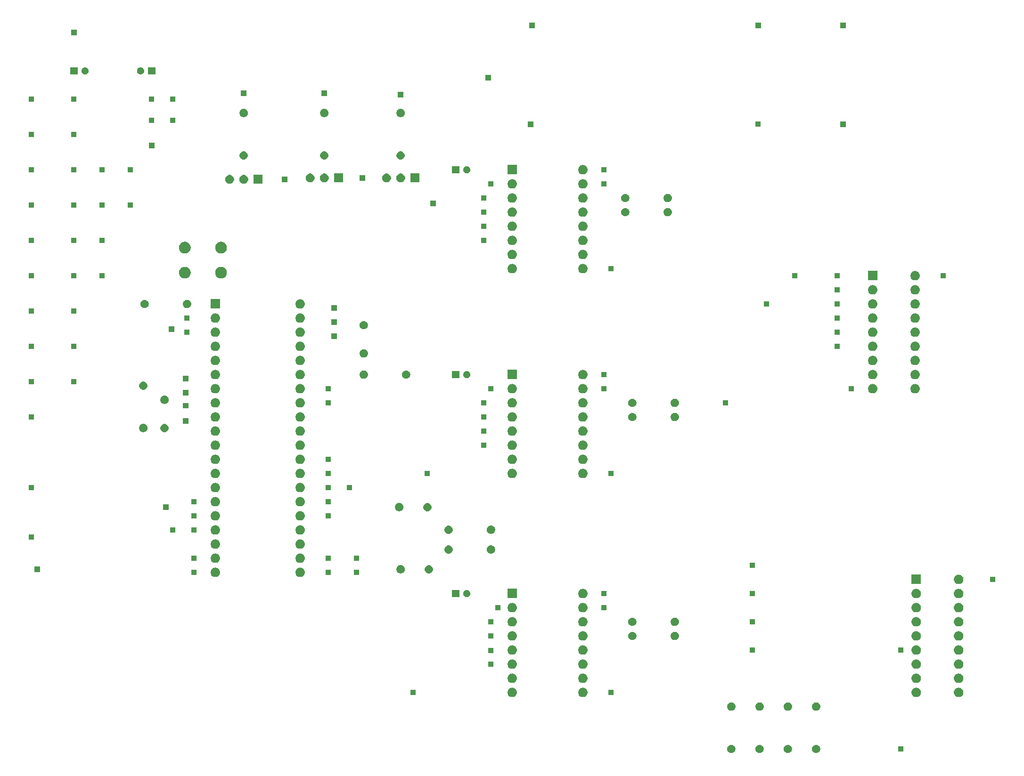
<source format=gbr>
G04 #@! TF.GenerationSoftware,KiCad,Pcbnew,(5.1.2)-2*
G04 #@! TF.CreationDate,2019-12-02T18:06:11-07:00*
G04 #@! TF.ProjectId,sparky,73706172-6b79-42e6-9b69-6361645f7063,rev?*
G04 #@! TF.SameCoordinates,Original*
G04 #@! TF.FileFunction,Soldermask,Top*
G04 #@! TF.FilePolarity,Negative*
%FSLAX46Y46*%
G04 Gerber Fmt 4.6, Leading zero omitted, Abs format (unit mm)*
G04 Created by KiCad (PCBNEW (5.1.2)-2) date 2019-12-02 18:06:11*
%MOMM*%
%LPD*%
G04 APERTURE LIST*
%ADD10C,1.600000*%
G04 APERTURE END LIST*
D10*
G36*
X166589059Y-145327860D02*
G01*
X166725732Y-145384472D01*
X166848735Y-145466660D01*
X166953340Y-145571265D01*
X167035528Y-145694268D01*
X167092140Y-145830941D01*
X167121000Y-145976033D01*
X167121000Y-146123967D01*
X167092140Y-146269059D01*
X167035528Y-146405732D01*
X166953340Y-146528735D01*
X166848735Y-146633340D01*
X166725732Y-146715528D01*
X166725731Y-146715529D01*
X166725730Y-146715529D01*
X166589059Y-146772140D01*
X166443968Y-146801000D01*
X166296032Y-146801000D01*
X166150941Y-146772140D01*
X166014270Y-146715529D01*
X166014269Y-146715529D01*
X166014268Y-146715528D01*
X165891265Y-146633340D01*
X165786660Y-146528735D01*
X165704472Y-146405732D01*
X165647860Y-146269059D01*
X165619000Y-146123967D01*
X165619000Y-145976033D01*
X165647860Y-145830941D01*
X165704472Y-145694268D01*
X165786660Y-145571265D01*
X165891265Y-145466660D01*
X166014268Y-145384472D01*
X166150941Y-145327860D01*
X166296032Y-145299000D01*
X166443968Y-145299000D01*
X166589059Y-145327860D01*
X166589059Y-145327860D01*
G37*
G36*
X176749059Y-145327860D02*
G01*
X176885732Y-145384472D01*
X177008735Y-145466660D01*
X177113340Y-145571265D01*
X177195528Y-145694268D01*
X177252140Y-145830941D01*
X177281000Y-145976033D01*
X177281000Y-146123967D01*
X177252140Y-146269059D01*
X177195528Y-146405732D01*
X177113340Y-146528735D01*
X177008735Y-146633340D01*
X176885732Y-146715528D01*
X176885731Y-146715529D01*
X176885730Y-146715529D01*
X176749059Y-146772140D01*
X176603968Y-146801000D01*
X176456032Y-146801000D01*
X176310941Y-146772140D01*
X176174270Y-146715529D01*
X176174269Y-146715529D01*
X176174268Y-146715528D01*
X176051265Y-146633340D01*
X175946660Y-146528735D01*
X175864472Y-146405732D01*
X175807860Y-146269059D01*
X175779000Y-146123967D01*
X175779000Y-145976033D01*
X175807860Y-145830941D01*
X175864472Y-145694268D01*
X175946660Y-145571265D01*
X176051265Y-145466660D01*
X176174268Y-145384472D01*
X176310941Y-145327860D01*
X176456032Y-145299000D01*
X176603968Y-145299000D01*
X176749059Y-145327860D01*
X176749059Y-145327860D01*
G37*
G36*
X181829059Y-145327860D02*
G01*
X181965732Y-145384472D01*
X182088735Y-145466660D01*
X182193340Y-145571265D01*
X182275528Y-145694268D01*
X182332140Y-145830941D01*
X182361000Y-145976033D01*
X182361000Y-146123967D01*
X182332140Y-146269059D01*
X182275528Y-146405732D01*
X182193340Y-146528735D01*
X182088735Y-146633340D01*
X181965732Y-146715528D01*
X181965731Y-146715529D01*
X181965730Y-146715529D01*
X181829059Y-146772140D01*
X181683968Y-146801000D01*
X181536032Y-146801000D01*
X181390941Y-146772140D01*
X181254270Y-146715529D01*
X181254269Y-146715529D01*
X181254268Y-146715528D01*
X181131265Y-146633340D01*
X181026660Y-146528735D01*
X180944472Y-146405732D01*
X180887860Y-146269059D01*
X180859000Y-146123967D01*
X180859000Y-145976033D01*
X180887860Y-145830941D01*
X180944472Y-145694268D01*
X181026660Y-145571265D01*
X181131265Y-145466660D01*
X181254268Y-145384472D01*
X181390941Y-145327860D01*
X181536032Y-145299000D01*
X181683968Y-145299000D01*
X181829059Y-145327860D01*
X181829059Y-145327860D01*
G37*
G36*
X171669059Y-145327860D02*
G01*
X171805732Y-145384472D01*
X171928735Y-145466660D01*
X172033340Y-145571265D01*
X172115528Y-145694268D01*
X172172140Y-145830941D01*
X172201000Y-145976033D01*
X172201000Y-146123967D01*
X172172140Y-146269059D01*
X172115528Y-146405732D01*
X172033340Y-146528735D01*
X171928735Y-146633340D01*
X171805732Y-146715528D01*
X171805731Y-146715529D01*
X171805730Y-146715529D01*
X171669059Y-146772140D01*
X171523968Y-146801000D01*
X171376032Y-146801000D01*
X171230941Y-146772140D01*
X171094270Y-146715529D01*
X171094269Y-146715529D01*
X171094268Y-146715528D01*
X170971265Y-146633340D01*
X170866660Y-146528735D01*
X170784472Y-146405732D01*
X170727860Y-146269059D01*
X170699000Y-146123967D01*
X170699000Y-145976033D01*
X170727860Y-145830941D01*
X170784472Y-145694268D01*
X170866660Y-145571265D01*
X170971265Y-145466660D01*
X171094268Y-145384472D01*
X171230941Y-145327860D01*
X171376032Y-145299000D01*
X171523968Y-145299000D01*
X171669059Y-145327860D01*
X171669059Y-145327860D01*
G37*
G36*
X197326000Y-146526000D02*
G01*
X196374000Y-146526000D01*
X196374000Y-145574000D01*
X197326000Y-145574000D01*
X197326000Y-146526000D01*
X197326000Y-146526000D01*
G37*
G36*
X166443665Y-137682622D02*
G01*
X166517222Y-137689867D01*
X166658786Y-137732810D01*
X166789252Y-137802546D01*
X166819040Y-137826992D01*
X166903607Y-137896393D01*
X166973008Y-137980960D01*
X166997454Y-138010748D01*
X167067190Y-138141214D01*
X167110133Y-138282778D01*
X167124633Y-138430000D01*
X167110133Y-138577222D01*
X167067190Y-138718786D01*
X166997454Y-138849252D01*
X166973008Y-138879040D01*
X166903607Y-138963607D01*
X166819040Y-139033008D01*
X166789252Y-139057454D01*
X166658786Y-139127190D01*
X166517222Y-139170133D01*
X166443665Y-139177378D01*
X166406888Y-139181000D01*
X166333112Y-139181000D01*
X166296335Y-139177378D01*
X166222778Y-139170133D01*
X166081214Y-139127190D01*
X165950748Y-139057454D01*
X165920960Y-139033008D01*
X165836393Y-138963607D01*
X165766992Y-138879040D01*
X165742546Y-138849252D01*
X165672810Y-138718786D01*
X165629867Y-138577222D01*
X165615367Y-138430000D01*
X165629867Y-138282778D01*
X165672810Y-138141214D01*
X165742546Y-138010748D01*
X165766992Y-137980960D01*
X165836393Y-137896393D01*
X165920960Y-137826992D01*
X165950748Y-137802546D01*
X166081214Y-137732810D01*
X166222778Y-137689867D01*
X166296335Y-137682622D01*
X166333112Y-137679000D01*
X166406888Y-137679000D01*
X166443665Y-137682622D01*
X166443665Y-137682622D01*
G37*
G36*
X181683665Y-137682622D02*
G01*
X181757222Y-137689867D01*
X181898786Y-137732810D01*
X182029252Y-137802546D01*
X182059040Y-137826992D01*
X182143607Y-137896393D01*
X182213008Y-137980960D01*
X182237454Y-138010748D01*
X182307190Y-138141214D01*
X182350133Y-138282778D01*
X182364633Y-138430000D01*
X182350133Y-138577222D01*
X182307190Y-138718786D01*
X182237454Y-138849252D01*
X182213008Y-138879040D01*
X182143607Y-138963607D01*
X182059040Y-139033008D01*
X182029252Y-139057454D01*
X181898786Y-139127190D01*
X181757222Y-139170133D01*
X181683665Y-139177378D01*
X181646888Y-139181000D01*
X181573112Y-139181000D01*
X181536335Y-139177378D01*
X181462778Y-139170133D01*
X181321214Y-139127190D01*
X181190748Y-139057454D01*
X181160960Y-139033008D01*
X181076393Y-138963607D01*
X181006992Y-138879040D01*
X180982546Y-138849252D01*
X180912810Y-138718786D01*
X180869867Y-138577222D01*
X180855367Y-138430000D01*
X180869867Y-138282778D01*
X180912810Y-138141214D01*
X180982546Y-138010748D01*
X181006992Y-137980960D01*
X181076393Y-137896393D01*
X181160960Y-137826992D01*
X181190748Y-137802546D01*
X181321214Y-137732810D01*
X181462778Y-137689867D01*
X181536335Y-137682622D01*
X181573112Y-137679000D01*
X181646888Y-137679000D01*
X181683665Y-137682622D01*
X181683665Y-137682622D01*
G37*
G36*
X176603665Y-137682622D02*
G01*
X176677222Y-137689867D01*
X176818786Y-137732810D01*
X176949252Y-137802546D01*
X176979040Y-137826992D01*
X177063607Y-137896393D01*
X177133008Y-137980960D01*
X177157454Y-138010748D01*
X177227190Y-138141214D01*
X177270133Y-138282778D01*
X177284633Y-138430000D01*
X177270133Y-138577222D01*
X177227190Y-138718786D01*
X177157454Y-138849252D01*
X177133008Y-138879040D01*
X177063607Y-138963607D01*
X176979040Y-139033008D01*
X176949252Y-139057454D01*
X176818786Y-139127190D01*
X176677222Y-139170133D01*
X176603665Y-139177378D01*
X176566888Y-139181000D01*
X176493112Y-139181000D01*
X176456335Y-139177378D01*
X176382778Y-139170133D01*
X176241214Y-139127190D01*
X176110748Y-139057454D01*
X176080960Y-139033008D01*
X175996393Y-138963607D01*
X175926992Y-138879040D01*
X175902546Y-138849252D01*
X175832810Y-138718786D01*
X175789867Y-138577222D01*
X175775367Y-138430000D01*
X175789867Y-138282778D01*
X175832810Y-138141214D01*
X175902546Y-138010748D01*
X175926992Y-137980960D01*
X175996393Y-137896393D01*
X176080960Y-137826992D01*
X176110748Y-137802546D01*
X176241214Y-137732810D01*
X176382778Y-137689867D01*
X176456335Y-137682622D01*
X176493112Y-137679000D01*
X176566888Y-137679000D01*
X176603665Y-137682622D01*
X176603665Y-137682622D01*
G37*
G36*
X171523665Y-137682622D02*
G01*
X171597222Y-137689867D01*
X171738786Y-137732810D01*
X171869252Y-137802546D01*
X171899040Y-137826992D01*
X171983607Y-137896393D01*
X172053008Y-137980960D01*
X172077454Y-138010748D01*
X172147190Y-138141214D01*
X172190133Y-138282778D01*
X172204633Y-138430000D01*
X172190133Y-138577222D01*
X172147190Y-138718786D01*
X172077454Y-138849252D01*
X172053008Y-138879040D01*
X171983607Y-138963607D01*
X171899040Y-139033008D01*
X171869252Y-139057454D01*
X171738786Y-139127190D01*
X171597222Y-139170133D01*
X171523665Y-139177378D01*
X171486888Y-139181000D01*
X171413112Y-139181000D01*
X171376335Y-139177378D01*
X171302778Y-139170133D01*
X171161214Y-139127190D01*
X171030748Y-139057454D01*
X171000960Y-139033008D01*
X170916393Y-138963607D01*
X170846992Y-138879040D01*
X170822546Y-138849252D01*
X170752810Y-138718786D01*
X170709867Y-138577222D01*
X170695367Y-138430000D01*
X170709867Y-138282778D01*
X170752810Y-138141214D01*
X170822546Y-138010748D01*
X170846992Y-137980960D01*
X170916393Y-137896393D01*
X171000960Y-137826992D01*
X171030748Y-137802546D01*
X171161214Y-137732810D01*
X171302778Y-137689867D01*
X171376335Y-137682622D01*
X171413112Y-137679000D01*
X171486888Y-137679000D01*
X171523665Y-137682622D01*
X171523665Y-137682622D01*
G37*
G36*
X207381824Y-135051313D02*
G01*
X207542243Y-135099976D01*
X207674907Y-135170886D01*
X207690079Y-135178996D01*
X207819660Y-135285341D01*
X207926005Y-135414922D01*
X207926006Y-135414924D01*
X208005025Y-135562758D01*
X208053688Y-135723177D01*
X208070118Y-135890000D01*
X208053688Y-136056823D01*
X208005025Y-136217242D01*
X207934115Y-136349906D01*
X207926005Y-136365078D01*
X207819660Y-136494659D01*
X207690079Y-136601004D01*
X207690077Y-136601005D01*
X207542243Y-136680024D01*
X207381824Y-136728687D01*
X207256805Y-136741000D01*
X207173197Y-136741000D01*
X207048178Y-136728687D01*
X206887759Y-136680024D01*
X206739925Y-136601005D01*
X206739923Y-136601004D01*
X206610342Y-136494659D01*
X206503997Y-136365078D01*
X206495887Y-136349906D01*
X206424977Y-136217242D01*
X206376314Y-136056823D01*
X206359884Y-135890000D01*
X206376314Y-135723177D01*
X206424977Y-135562758D01*
X206503996Y-135414924D01*
X206503997Y-135414922D01*
X206610342Y-135285341D01*
X206739923Y-135178996D01*
X206755095Y-135170886D01*
X206887759Y-135099976D01*
X207048178Y-135051313D01*
X207173197Y-135039000D01*
X207256805Y-135039000D01*
X207381824Y-135051313D01*
X207381824Y-135051313D01*
G37*
G36*
X127166823Y-135051313D02*
G01*
X127327242Y-135099976D01*
X127459906Y-135170886D01*
X127475078Y-135178996D01*
X127604659Y-135285341D01*
X127711004Y-135414922D01*
X127711005Y-135414924D01*
X127790024Y-135562758D01*
X127838687Y-135723177D01*
X127855117Y-135890000D01*
X127838687Y-136056823D01*
X127790024Y-136217242D01*
X127719114Y-136349906D01*
X127711004Y-136365078D01*
X127604659Y-136494659D01*
X127475078Y-136601004D01*
X127475076Y-136601005D01*
X127327242Y-136680024D01*
X127166823Y-136728687D01*
X127041804Y-136741000D01*
X126958196Y-136741000D01*
X126833177Y-136728687D01*
X126672758Y-136680024D01*
X126524924Y-136601005D01*
X126524922Y-136601004D01*
X126395341Y-136494659D01*
X126288996Y-136365078D01*
X126280886Y-136349906D01*
X126209976Y-136217242D01*
X126161313Y-136056823D01*
X126144883Y-135890000D01*
X126161313Y-135723177D01*
X126209976Y-135562758D01*
X126288995Y-135414924D01*
X126288996Y-135414922D01*
X126395341Y-135285341D01*
X126524922Y-135178996D01*
X126540094Y-135170886D01*
X126672758Y-135099976D01*
X126833177Y-135051313D01*
X126958196Y-135039000D01*
X127041804Y-135039000D01*
X127166823Y-135051313D01*
X127166823Y-135051313D01*
G37*
G36*
X139866823Y-135051313D02*
G01*
X140027242Y-135099976D01*
X140159906Y-135170886D01*
X140175078Y-135178996D01*
X140304659Y-135285341D01*
X140411004Y-135414922D01*
X140411005Y-135414924D01*
X140490024Y-135562758D01*
X140538687Y-135723177D01*
X140555117Y-135890000D01*
X140538687Y-136056823D01*
X140490024Y-136217242D01*
X140419114Y-136349906D01*
X140411004Y-136365078D01*
X140304659Y-136494659D01*
X140175078Y-136601004D01*
X140175076Y-136601005D01*
X140027242Y-136680024D01*
X139866823Y-136728687D01*
X139741804Y-136741000D01*
X139658196Y-136741000D01*
X139533177Y-136728687D01*
X139372758Y-136680024D01*
X139224924Y-136601005D01*
X139224922Y-136601004D01*
X139095341Y-136494659D01*
X138988996Y-136365078D01*
X138980886Y-136349906D01*
X138909976Y-136217242D01*
X138861313Y-136056823D01*
X138844883Y-135890000D01*
X138861313Y-135723177D01*
X138909976Y-135562758D01*
X138988995Y-135414924D01*
X138988996Y-135414922D01*
X139095341Y-135285341D01*
X139224922Y-135178996D01*
X139240094Y-135170886D01*
X139372758Y-135099976D01*
X139533177Y-135051313D01*
X139658196Y-135039000D01*
X139741804Y-135039000D01*
X139866823Y-135051313D01*
X139866823Y-135051313D01*
G37*
G36*
X199761824Y-135051313D02*
G01*
X199922243Y-135099976D01*
X200054907Y-135170886D01*
X200070079Y-135178996D01*
X200199660Y-135285341D01*
X200306005Y-135414922D01*
X200306006Y-135414924D01*
X200385025Y-135562758D01*
X200433688Y-135723177D01*
X200450118Y-135890000D01*
X200433688Y-136056823D01*
X200385025Y-136217242D01*
X200314115Y-136349906D01*
X200306005Y-136365078D01*
X200199660Y-136494659D01*
X200070079Y-136601004D01*
X200070077Y-136601005D01*
X199922243Y-136680024D01*
X199761824Y-136728687D01*
X199636805Y-136741000D01*
X199553197Y-136741000D01*
X199428178Y-136728687D01*
X199267759Y-136680024D01*
X199119925Y-136601005D01*
X199119923Y-136601004D01*
X198990342Y-136494659D01*
X198883997Y-136365078D01*
X198875887Y-136349906D01*
X198804977Y-136217242D01*
X198756314Y-136056823D01*
X198739884Y-135890000D01*
X198756314Y-135723177D01*
X198804977Y-135562758D01*
X198883996Y-135414924D01*
X198883997Y-135414922D01*
X198990342Y-135285341D01*
X199119923Y-135178996D01*
X199135095Y-135170886D01*
X199267759Y-135099976D01*
X199428178Y-135051313D01*
X199553197Y-135039000D01*
X199636805Y-135039000D01*
X199761824Y-135051313D01*
X199761824Y-135051313D01*
G37*
G36*
X145256000Y-136366000D02*
G01*
X144304000Y-136366000D01*
X144304000Y-135414000D01*
X145256000Y-135414000D01*
X145256000Y-136366000D01*
X145256000Y-136366000D01*
G37*
G36*
X109696000Y-136366000D02*
G01*
X108744000Y-136366000D01*
X108744000Y-135414000D01*
X109696000Y-135414000D01*
X109696000Y-136366000D01*
X109696000Y-136366000D01*
G37*
G36*
X127166823Y-132511313D02*
G01*
X127327242Y-132559976D01*
X127459906Y-132630886D01*
X127475078Y-132638996D01*
X127604659Y-132745341D01*
X127711004Y-132874922D01*
X127711005Y-132874924D01*
X127790024Y-133022758D01*
X127838687Y-133183177D01*
X127855117Y-133350000D01*
X127838687Y-133516823D01*
X127790024Y-133677242D01*
X127719114Y-133809906D01*
X127711004Y-133825078D01*
X127604659Y-133954659D01*
X127475078Y-134061004D01*
X127475076Y-134061005D01*
X127327242Y-134140024D01*
X127166823Y-134188687D01*
X127041804Y-134201000D01*
X126958196Y-134201000D01*
X126833177Y-134188687D01*
X126672758Y-134140024D01*
X126524924Y-134061005D01*
X126524922Y-134061004D01*
X126395341Y-133954659D01*
X126288996Y-133825078D01*
X126280886Y-133809906D01*
X126209976Y-133677242D01*
X126161313Y-133516823D01*
X126144883Y-133350000D01*
X126161313Y-133183177D01*
X126209976Y-133022758D01*
X126288995Y-132874924D01*
X126288996Y-132874922D01*
X126395341Y-132745341D01*
X126524922Y-132638996D01*
X126540094Y-132630886D01*
X126672758Y-132559976D01*
X126833177Y-132511313D01*
X126958196Y-132499000D01*
X127041804Y-132499000D01*
X127166823Y-132511313D01*
X127166823Y-132511313D01*
G37*
G36*
X139866823Y-132511313D02*
G01*
X140027242Y-132559976D01*
X140159906Y-132630886D01*
X140175078Y-132638996D01*
X140304659Y-132745341D01*
X140411004Y-132874922D01*
X140411005Y-132874924D01*
X140490024Y-133022758D01*
X140538687Y-133183177D01*
X140555117Y-133350000D01*
X140538687Y-133516823D01*
X140490024Y-133677242D01*
X140419114Y-133809906D01*
X140411004Y-133825078D01*
X140304659Y-133954659D01*
X140175078Y-134061004D01*
X140175076Y-134061005D01*
X140027242Y-134140024D01*
X139866823Y-134188687D01*
X139741804Y-134201000D01*
X139658196Y-134201000D01*
X139533177Y-134188687D01*
X139372758Y-134140024D01*
X139224924Y-134061005D01*
X139224922Y-134061004D01*
X139095341Y-133954659D01*
X138988996Y-133825078D01*
X138980886Y-133809906D01*
X138909976Y-133677242D01*
X138861313Y-133516823D01*
X138844883Y-133350000D01*
X138861313Y-133183177D01*
X138909976Y-133022758D01*
X138988995Y-132874924D01*
X138988996Y-132874922D01*
X139095341Y-132745341D01*
X139224922Y-132638996D01*
X139240094Y-132630886D01*
X139372758Y-132559976D01*
X139533177Y-132511313D01*
X139658196Y-132499000D01*
X139741804Y-132499000D01*
X139866823Y-132511313D01*
X139866823Y-132511313D01*
G37*
G36*
X207381824Y-132511313D02*
G01*
X207542243Y-132559976D01*
X207674907Y-132630886D01*
X207690079Y-132638996D01*
X207819660Y-132745341D01*
X207926005Y-132874922D01*
X207926006Y-132874924D01*
X208005025Y-133022758D01*
X208053688Y-133183177D01*
X208070118Y-133350000D01*
X208053688Y-133516823D01*
X208005025Y-133677242D01*
X207934115Y-133809906D01*
X207926005Y-133825078D01*
X207819660Y-133954659D01*
X207690079Y-134061004D01*
X207690077Y-134061005D01*
X207542243Y-134140024D01*
X207381824Y-134188687D01*
X207256805Y-134201000D01*
X207173197Y-134201000D01*
X207048178Y-134188687D01*
X206887759Y-134140024D01*
X206739925Y-134061005D01*
X206739923Y-134061004D01*
X206610342Y-133954659D01*
X206503997Y-133825078D01*
X206495887Y-133809906D01*
X206424977Y-133677242D01*
X206376314Y-133516823D01*
X206359884Y-133350000D01*
X206376314Y-133183177D01*
X206424977Y-133022758D01*
X206503996Y-132874924D01*
X206503997Y-132874922D01*
X206610342Y-132745341D01*
X206739923Y-132638996D01*
X206755095Y-132630886D01*
X206887759Y-132559976D01*
X207048178Y-132511313D01*
X207173197Y-132499000D01*
X207256805Y-132499000D01*
X207381824Y-132511313D01*
X207381824Y-132511313D01*
G37*
G36*
X199761824Y-132511313D02*
G01*
X199922243Y-132559976D01*
X200054907Y-132630886D01*
X200070079Y-132638996D01*
X200199660Y-132745341D01*
X200306005Y-132874922D01*
X200306006Y-132874924D01*
X200385025Y-133022758D01*
X200433688Y-133183177D01*
X200450118Y-133350000D01*
X200433688Y-133516823D01*
X200385025Y-133677242D01*
X200314115Y-133809906D01*
X200306005Y-133825078D01*
X200199660Y-133954659D01*
X200070079Y-134061004D01*
X200070077Y-134061005D01*
X199922243Y-134140024D01*
X199761824Y-134188687D01*
X199636805Y-134201000D01*
X199553197Y-134201000D01*
X199428178Y-134188687D01*
X199267759Y-134140024D01*
X199119925Y-134061005D01*
X199119923Y-134061004D01*
X198990342Y-133954659D01*
X198883997Y-133825078D01*
X198875887Y-133809906D01*
X198804977Y-133677242D01*
X198756314Y-133516823D01*
X198739884Y-133350000D01*
X198756314Y-133183177D01*
X198804977Y-133022758D01*
X198883996Y-132874924D01*
X198883997Y-132874922D01*
X198990342Y-132745341D01*
X199119923Y-132638996D01*
X199135095Y-132630886D01*
X199267759Y-132559976D01*
X199428178Y-132511313D01*
X199553197Y-132499000D01*
X199636805Y-132499000D01*
X199761824Y-132511313D01*
X199761824Y-132511313D01*
G37*
G36*
X199761824Y-129971313D02*
G01*
X199922243Y-130019976D01*
X200054907Y-130090886D01*
X200070079Y-130098996D01*
X200199660Y-130205341D01*
X200306005Y-130334922D01*
X200306006Y-130334924D01*
X200385025Y-130482758D01*
X200433688Y-130643177D01*
X200450118Y-130810000D01*
X200433688Y-130976823D01*
X200385025Y-131137242D01*
X200314115Y-131269906D01*
X200306005Y-131285078D01*
X200199660Y-131414659D01*
X200070079Y-131521004D01*
X200070077Y-131521005D01*
X199922243Y-131600024D01*
X199761824Y-131648687D01*
X199636805Y-131661000D01*
X199553197Y-131661000D01*
X199428178Y-131648687D01*
X199267759Y-131600024D01*
X199119925Y-131521005D01*
X199119923Y-131521004D01*
X198990342Y-131414659D01*
X198883997Y-131285078D01*
X198875887Y-131269906D01*
X198804977Y-131137242D01*
X198756314Y-130976823D01*
X198739884Y-130810000D01*
X198756314Y-130643177D01*
X198804977Y-130482758D01*
X198883996Y-130334924D01*
X198883997Y-130334922D01*
X198990342Y-130205341D01*
X199119923Y-130098996D01*
X199135095Y-130090886D01*
X199267759Y-130019976D01*
X199428178Y-129971313D01*
X199553197Y-129959000D01*
X199636805Y-129959000D01*
X199761824Y-129971313D01*
X199761824Y-129971313D01*
G37*
G36*
X207381824Y-129971313D02*
G01*
X207542243Y-130019976D01*
X207674907Y-130090886D01*
X207690079Y-130098996D01*
X207819660Y-130205341D01*
X207926005Y-130334922D01*
X207926006Y-130334924D01*
X208005025Y-130482758D01*
X208053688Y-130643177D01*
X208070118Y-130810000D01*
X208053688Y-130976823D01*
X208005025Y-131137242D01*
X207934115Y-131269906D01*
X207926005Y-131285078D01*
X207819660Y-131414659D01*
X207690079Y-131521004D01*
X207690077Y-131521005D01*
X207542243Y-131600024D01*
X207381824Y-131648687D01*
X207256805Y-131661000D01*
X207173197Y-131661000D01*
X207048178Y-131648687D01*
X206887759Y-131600024D01*
X206739925Y-131521005D01*
X206739923Y-131521004D01*
X206610342Y-131414659D01*
X206503997Y-131285078D01*
X206495887Y-131269906D01*
X206424977Y-131137242D01*
X206376314Y-130976823D01*
X206359884Y-130810000D01*
X206376314Y-130643177D01*
X206424977Y-130482758D01*
X206503996Y-130334924D01*
X206503997Y-130334922D01*
X206610342Y-130205341D01*
X206739923Y-130098996D01*
X206755095Y-130090886D01*
X206887759Y-130019976D01*
X207048178Y-129971313D01*
X207173197Y-129959000D01*
X207256805Y-129959000D01*
X207381824Y-129971313D01*
X207381824Y-129971313D01*
G37*
G36*
X127166823Y-129971313D02*
G01*
X127327242Y-130019976D01*
X127459906Y-130090886D01*
X127475078Y-130098996D01*
X127604659Y-130205341D01*
X127711004Y-130334922D01*
X127711005Y-130334924D01*
X127790024Y-130482758D01*
X127838687Y-130643177D01*
X127855117Y-130810000D01*
X127838687Y-130976823D01*
X127790024Y-131137242D01*
X127719114Y-131269906D01*
X127711004Y-131285078D01*
X127604659Y-131414659D01*
X127475078Y-131521004D01*
X127475076Y-131521005D01*
X127327242Y-131600024D01*
X127166823Y-131648687D01*
X127041804Y-131661000D01*
X126958196Y-131661000D01*
X126833177Y-131648687D01*
X126672758Y-131600024D01*
X126524924Y-131521005D01*
X126524922Y-131521004D01*
X126395341Y-131414659D01*
X126288996Y-131285078D01*
X126280886Y-131269906D01*
X126209976Y-131137242D01*
X126161313Y-130976823D01*
X126144883Y-130810000D01*
X126161313Y-130643177D01*
X126209976Y-130482758D01*
X126288995Y-130334924D01*
X126288996Y-130334922D01*
X126395341Y-130205341D01*
X126524922Y-130098996D01*
X126540094Y-130090886D01*
X126672758Y-130019976D01*
X126833177Y-129971313D01*
X126958196Y-129959000D01*
X127041804Y-129959000D01*
X127166823Y-129971313D01*
X127166823Y-129971313D01*
G37*
G36*
X139866823Y-129971313D02*
G01*
X140027242Y-130019976D01*
X140159906Y-130090886D01*
X140175078Y-130098996D01*
X140304659Y-130205341D01*
X140411004Y-130334922D01*
X140411005Y-130334924D01*
X140490024Y-130482758D01*
X140538687Y-130643177D01*
X140555117Y-130810000D01*
X140538687Y-130976823D01*
X140490024Y-131137242D01*
X140419114Y-131269906D01*
X140411004Y-131285078D01*
X140304659Y-131414659D01*
X140175078Y-131521004D01*
X140175076Y-131521005D01*
X140027242Y-131600024D01*
X139866823Y-131648687D01*
X139741804Y-131661000D01*
X139658196Y-131661000D01*
X139533177Y-131648687D01*
X139372758Y-131600024D01*
X139224924Y-131521005D01*
X139224922Y-131521004D01*
X139095341Y-131414659D01*
X138988996Y-131285078D01*
X138980886Y-131269906D01*
X138909976Y-131137242D01*
X138861313Y-130976823D01*
X138844883Y-130810000D01*
X138861313Y-130643177D01*
X138909976Y-130482758D01*
X138988995Y-130334924D01*
X138988996Y-130334922D01*
X139095341Y-130205341D01*
X139224922Y-130098996D01*
X139240094Y-130090886D01*
X139372758Y-130019976D01*
X139533177Y-129971313D01*
X139658196Y-129959000D01*
X139741804Y-129959000D01*
X139866823Y-129971313D01*
X139866823Y-129971313D01*
G37*
G36*
X123666000Y-131286000D02*
G01*
X122714000Y-131286000D01*
X122714000Y-130334000D01*
X123666000Y-130334000D01*
X123666000Y-131286000D01*
X123666000Y-131286000D01*
G37*
G36*
X139866823Y-127431313D02*
G01*
X140027242Y-127479976D01*
X140159906Y-127550886D01*
X140175078Y-127558996D01*
X140304659Y-127665341D01*
X140411004Y-127794922D01*
X140411005Y-127794924D01*
X140490024Y-127942758D01*
X140538687Y-128103177D01*
X140555117Y-128270000D01*
X140538687Y-128436823D01*
X140490024Y-128597242D01*
X140419114Y-128729906D01*
X140411004Y-128745078D01*
X140304659Y-128874659D01*
X140175078Y-128981004D01*
X140175076Y-128981005D01*
X140027242Y-129060024D01*
X139866823Y-129108687D01*
X139741804Y-129121000D01*
X139658196Y-129121000D01*
X139533177Y-129108687D01*
X139372758Y-129060024D01*
X139224924Y-128981005D01*
X139224922Y-128981004D01*
X139095341Y-128874659D01*
X138988996Y-128745078D01*
X138980886Y-128729906D01*
X138909976Y-128597242D01*
X138861313Y-128436823D01*
X138844883Y-128270000D01*
X138861313Y-128103177D01*
X138909976Y-127942758D01*
X138988995Y-127794924D01*
X138988996Y-127794922D01*
X139095341Y-127665341D01*
X139224922Y-127558996D01*
X139240094Y-127550886D01*
X139372758Y-127479976D01*
X139533177Y-127431313D01*
X139658196Y-127419000D01*
X139741804Y-127419000D01*
X139866823Y-127431313D01*
X139866823Y-127431313D01*
G37*
G36*
X207381824Y-127431313D02*
G01*
X207542243Y-127479976D01*
X207674907Y-127550886D01*
X207690079Y-127558996D01*
X207819660Y-127665341D01*
X207926005Y-127794922D01*
X207926006Y-127794924D01*
X208005025Y-127942758D01*
X208053688Y-128103177D01*
X208070118Y-128270000D01*
X208053688Y-128436823D01*
X208005025Y-128597242D01*
X207934115Y-128729906D01*
X207926005Y-128745078D01*
X207819660Y-128874659D01*
X207690079Y-128981004D01*
X207690077Y-128981005D01*
X207542243Y-129060024D01*
X207381824Y-129108687D01*
X207256805Y-129121000D01*
X207173197Y-129121000D01*
X207048178Y-129108687D01*
X206887759Y-129060024D01*
X206739925Y-128981005D01*
X206739923Y-128981004D01*
X206610342Y-128874659D01*
X206503997Y-128745078D01*
X206495887Y-128729906D01*
X206424977Y-128597242D01*
X206376314Y-128436823D01*
X206359884Y-128270000D01*
X206376314Y-128103177D01*
X206424977Y-127942758D01*
X206503996Y-127794924D01*
X206503997Y-127794922D01*
X206610342Y-127665341D01*
X206739923Y-127558996D01*
X206755095Y-127550886D01*
X206887759Y-127479976D01*
X207048178Y-127431313D01*
X207173197Y-127419000D01*
X207256805Y-127419000D01*
X207381824Y-127431313D01*
X207381824Y-127431313D01*
G37*
G36*
X199761824Y-127431313D02*
G01*
X199922243Y-127479976D01*
X200054907Y-127550886D01*
X200070079Y-127558996D01*
X200199660Y-127665341D01*
X200306005Y-127794922D01*
X200306006Y-127794924D01*
X200385025Y-127942758D01*
X200433688Y-128103177D01*
X200450118Y-128270000D01*
X200433688Y-128436823D01*
X200385025Y-128597242D01*
X200314115Y-128729906D01*
X200306005Y-128745078D01*
X200199660Y-128874659D01*
X200070079Y-128981004D01*
X200070077Y-128981005D01*
X199922243Y-129060024D01*
X199761824Y-129108687D01*
X199636805Y-129121000D01*
X199553197Y-129121000D01*
X199428178Y-129108687D01*
X199267759Y-129060024D01*
X199119925Y-128981005D01*
X199119923Y-128981004D01*
X198990342Y-128874659D01*
X198883997Y-128745078D01*
X198875887Y-128729906D01*
X198804977Y-128597242D01*
X198756314Y-128436823D01*
X198739884Y-128270000D01*
X198756314Y-128103177D01*
X198804977Y-127942758D01*
X198883996Y-127794924D01*
X198883997Y-127794922D01*
X198990342Y-127665341D01*
X199119923Y-127558996D01*
X199135095Y-127550886D01*
X199267759Y-127479976D01*
X199428178Y-127431313D01*
X199553197Y-127419000D01*
X199636805Y-127419000D01*
X199761824Y-127431313D01*
X199761824Y-127431313D01*
G37*
G36*
X127166823Y-127431313D02*
G01*
X127327242Y-127479976D01*
X127459906Y-127550886D01*
X127475078Y-127558996D01*
X127604659Y-127665341D01*
X127711004Y-127794922D01*
X127711005Y-127794924D01*
X127790024Y-127942758D01*
X127838687Y-128103177D01*
X127855117Y-128270000D01*
X127838687Y-128436823D01*
X127790024Y-128597242D01*
X127719114Y-128729906D01*
X127711004Y-128745078D01*
X127604659Y-128874659D01*
X127475078Y-128981004D01*
X127475076Y-128981005D01*
X127327242Y-129060024D01*
X127166823Y-129108687D01*
X127041804Y-129121000D01*
X126958196Y-129121000D01*
X126833177Y-129108687D01*
X126672758Y-129060024D01*
X126524924Y-128981005D01*
X126524922Y-128981004D01*
X126395341Y-128874659D01*
X126288996Y-128745078D01*
X126280886Y-128729906D01*
X126209976Y-128597242D01*
X126161313Y-128436823D01*
X126144883Y-128270000D01*
X126161313Y-128103177D01*
X126209976Y-127942758D01*
X126288995Y-127794924D01*
X126288996Y-127794922D01*
X126395341Y-127665341D01*
X126524922Y-127558996D01*
X126540094Y-127550886D01*
X126672758Y-127479976D01*
X126833177Y-127431313D01*
X126958196Y-127419000D01*
X127041804Y-127419000D01*
X127166823Y-127431313D01*
X127166823Y-127431313D01*
G37*
G36*
X123666000Y-128811001D02*
G01*
X122714000Y-128811001D01*
X122714000Y-127859001D01*
X123666000Y-127859001D01*
X123666000Y-128811001D01*
X123666000Y-128811001D01*
G37*
G36*
X170656000Y-128746000D02*
G01*
X169704000Y-128746000D01*
X169704000Y-127794000D01*
X170656000Y-127794000D01*
X170656000Y-128746000D01*
X170656000Y-128746000D01*
G37*
G36*
X197326000Y-128746000D02*
G01*
X196374000Y-128746000D01*
X196374000Y-127794000D01*
X197326000Y-127794000D01*
X197326000Y-128746000D01*
X197326000Y-128746000D01*
G37*
G36*
X207381824Y-124891313D02*
G01*
X207542243Y-124939976D01*
X207635582Y-124989867D01*
X207690079Y-125018996D01*
X207819660Y-125125341D01*
X207926005Y-125254922D01*
X207926006Y-125254924D01*
X208005025Y-125402758D01*
X208053688Y-125563177D01*
X208070118Y-125730000D01*
X208053688Y-125896823D01*
X208005025Y-126057242D01*
X207934115Y-126189906D01*
X207926005Y-126205078D01*
X207819660Y-126334659D01*
X207690079Y-126441004D01*
X207690077Y-126441005D01*
X207542243Y-126520024D01*
X207381824Y-126568687D01*
X207256805Y-126581000D01*
X207173197Y-126581000D01*
X207048178Y-126568687D01*
X206887759Y-126520024D01*
X206739925Y-126441005D01*
X206739923Y-126441004D01*
X206610342Y-126334659D01*
X206503997Y-126205078D01*
X206495887Y-126189906D01*
X206424977Y-126057242D01*
X206376314Y-125896823D01*
X206359884Y-125730000D01*
X206376314Y-125563177D01*
X206424977Y-125402758D01*
X206503996Y-125254924D01*
X206503997Y-125254922D01*
X206610342Y-125125341D01*
X206739923Y-125018996D01*
X206794420Y-124989867D01*
X206887759Y-124939976D01*
X207048178Y-124891313D01*
X207173197Y-124879000D01*
X207256805Y-124879000D01*
X207381824Y-124891313D01*
X207381824Y-124891313D01*
G37*
G36*
X139866823Y-124891313D02*
G01*
X140027242Y-124939976D01*
X140120581Y-124989867D01*
X140175078Y-125018996D01*
X140304659Y-125125341D01*
X140411004Y-125254922D01*
X140411005Y-125254924D01*
X140490024Y-125402758D01*
X140538687Y-125563177D01*
X140555117Y-125730000D01*
X140538687Y-125896823D01*
X140490024Y-126057242D01*
X140419114Y-126189906D01*
X140411004Y-126205078D01*
X140304659Y-126334659D01*
X140175078Y-126441004D01*
X140175076Y-126441005D01*
X140027242Y-126520024D01*
X139866823Y-126568687D01*
X139741804Y-126581000D01*
X139658196Y-126581000D01*
X139533177Y-126568687D01*
X139372758Y-126520024D01*
X139224924Y-126441005D01*
X139224922Y-126441004D01*
X139095341Y-126334659D01*
X138988996Y-126205078D01*
X138980886Y-126189906D01*
X138909976Y-126057242D01*
X138861313Y-125896823D01*
X138844883Y-125730000D01*
X138861313Y-125563177D01*
X138909976Y-125402758D01*
X138988995Y-125254924D01*
X138988996Y-125254922D01*
X139095341Y-125125341D01*
X139224922Y-125018996D01*
X139279419Y-124989867D01*
X139372758Y-124939976D01*
X139533177Y-124891313D01*
X139658196Y-124879000D01*
X139741804Y-124879000D01*
X139866823Y-124891313D01*
X139866823Y-124891313D01*
G37*
G36*
X199761824Y-124891313D02*
G01*
X199922243Y-124939976D01*
X200015582Y-124989867D01*
X200070079Y-125018996D01*
X200199660Y-125125341D01*
X200306005Y-125254922D01*
X200306006Y-125254924D01*
X200385025Y-125402758D01*
X200433688Y-125563177D01*
X200450118Y-125730000D01*
X200433688Y-125896823D01*
X200385025Y-126057242D01*
X200314115Y-126189906D01*
X200306005Y-126205078D01*
X200199660Y-126334659D01*
X200070079Y-126441004D01*
X200070077Y-126441005D01*
X199922243Y-126520024D01*
X199761824Y-126568687D01*
X199636805Y-126581000D01*
X199553197Y-126581000D01*
X199428178Y-126568687D01*
X199267759Y-126520024D01*
X199119925Y-126441005D01*
X199119923Y-126441004D01*
X198990342Y-126334659D01*
X198883997Y-126205078D01*
X198875887Y-126189906D01*
X198804977Y-126057242D01*
X198756314Y-125896823D01*
X198739884Y-125730000D01*
X198756314Y-125563177D01*
X198804977Y-125402758D01*
X198883996Y-125254924D01*
X198883997Y-125254922D01*
X198990342Y-125125341D01*
X199119923Y-125018996D01*
X199174420Y-124989867D01*
X199267759Y-124939976D01*
X199428178Y-124891313D01*
X199553197Y-124879000D01*
X199636805Y-124879000D01*
X199761824Y-124891313D01*
X199761824Y-124891313D01*
G37*
G36*
X127166823Y-124891313D02*
G01*
X127327242Y-124939976D01*
X127420581Y-124989867D01*
X127475078Y-125018996D01*
X127604659Y-125125341D01*
X127711004Y-125254922D01*
X127711005Y-125254924D01*
X127790024Y-125402758D01*
X127838687Y-125563177D01*
X127855117Y-125730000D01*
X127838687Y-125896823D01*
X127790024Y-126057242D01*
X127719114Y-126189906D01*
X127711004Y-126205078D01*
X127604659Y-126334659D01*
X127475078Y-126441004D01*
X127475076Y-126441005D01*
X127327242Y-126520024D01*
X127166823Y-126568687D01*
X127041804Y-126581000D01*
X126958196Y-126581000D01*
X126833177Y-126568687D01*
X126672758Y-126520024D01*
X126524924Y-126441005D01*
X126524922Y-126441004D01*
X126395341Y-126334659D01*
X126288996Y-126205078D01*
X126280886Y-126189906D01*
X126209976Y-126057242D01*
X126161313Y-125896823D01*
X126144883Y-125730000D01*
X126161313Y-125563177D01*
X126209976Y-125402758D01*
X126288995Y-125254924D01*
X126288996Y-125254922D01*
X126395341Y-125125341D01*
X126524922Y-125018996D01*
X126579419Y-124989867D01*
X126672758Y-124939976D01*
X126833177Y-124891313D01*
X126958196Y-124879000D01*
X127041804Y-124879000D01*
X127166823Y-124891313D01*
X127166823Y-124891313D01*
G37*
G36*
X148809059Y-125007860D02*
G01*
X148869294Y-125032810D01*
X148945732Y-125064472D01*
X149068735Y-125146660D01*
X149173340Y-125251265D01*
X149255528Y-125374268D01*
X149312140Y-125510941D01*
X149341000Y-125656033D01*
X149341000Y-125803967D01*
X149312140Y-125949059D01*
X149255528Y-126085732D01*
X149173340Y-126208735D01*
X149068735Y-126313340D01*
X148945732Y-126395528D01*
X148945731Y-126395529D01*
X148945730Y-126395529D01*
X148809059Y-126452140D01*
X148663968Y-126481000D01*
X148516032Y-126481000D01*
X148370941Y-126452140D01*
X148234270Y-126395529D01*
X148234269Y-126395529D01*
X148234268Y-126395528D01*
X148111265Y-126313340D01*
X148006660Y-126208735D01*
X147924472Y-126085732D01*
X147867860Y-125949059D01*
X147839000Y-125803967D01*
X147839000Y-125656033D01*
X147867860Y-125510941D01*
X147924472Y-125374268D01*
X148006660Y-125251265D01*
X148111265Y-125146660D01*
X148234268Y-125064472D01*
X148310707Y-125032810D01*
X148370941Y-125007860D01*
X148516032Y-124979000D01*
X148663968Y-124979000D01*
X148809059Y-125007860D01*
X148809059Y-125007860D01*
G37*
G36*
X156283665Y-124982622D02*
G01*
X156357222Y-124989867D01*
X156498786Y-125032810D01*
X156629252Y-125102546D01*
X156657028Y-125125341D01*
X156743607Y-125196393D01*
X156813008Y-125280960D01*
X156837454Y-125310748D01*
X156907190Y-125441214D01*
X156950133Y-125582778D01*
X156964633Y-125730000D01*
X156950133Y-125877222D01*
X156907190Y-126018786D01*
X156837454Y-126149252D01*
X156813008Y-126179040D01*
X156743607Y-126263607D01*
X156683004Y-126313341D01*
X156629252Y-126357454D01*
X156498786Y-126427190D01*
X156357222Y-126470133D01*
X156283665Y-126477378D01*
X156246888Y-126481000D01*
X156173112Y-126481000D01*
X156136335Y-126477378D01*
X156062778Y-126470133D01*
X155921214Y-126427190D01*
X155790748Y-126357454D01*
X155736996Y-126313341D01*
X155676393Y-126263607D01*
X155606992Y-126179040D01*
X155582546Y-126149252D01*
X155512810Y-126018786D01*
X155469867Y-125877222D01*
X155455367Y-125730000D01*
X155469867Y-125582778D01*
X155512810Y-125441214D01*
X155582546Y-125310748D01*
X155606992Y-125280960D01*
X155676393Y-125196393D01*
X155762972Y-125125341D01*
X155790748Y-125102546D01*
X155921214Y-125032810D01*
X156062778Y-124989867D01*
X156136335Y-124982622D01*
X156173112Y-124979000D01*
X156246888Y-124979000D01*
X156283665Y-124982622D01*
X156283665Y-124982622D01*
G37*
G36*
X123666000Y-126206000D02*
G01*
X122714000Y-126206000D01*
X122714000Y-125254000D01*
X123666000Y-125254000D01*
X123666000Y-126206000D01*
X123666000Y-126206000D01*
G37*
G36*
X139866823Y-122351313D02*
G01*
X140027242Y-122399976D01*
X140120581Y-122449867D01*
X140175078Y-122478996D01*
X140304659Y-122585341D01*
X140411004Y-122714922D01*
X140411005Y-122714924D01*
X140490024Y-122862758D01*
X140538687Y-123023177D01*
X140555117Y-123190000D01*
X140538687Y-123356823D01*
X140490024Y-123517242D01*
X140419114Y-123649906D01*
X140411004Y-123665078D01*
X140304659Y-123794659D01*
X140175078Y-123901004D01*
X140175076Y-123901005D01*
X140027242Y-123980024D01*
X139866823Y-124028687D01*
X139741804Y-124041000D01*
X139658196Y-124041000D01*
X139533177Y-124028687D01*
X139372758Y-123980024D01*
X139224924Y-123901005D01*
X139224922Y-123901004D01*
X139095341Y-123794659D01*
X138988996Y-123665078D01*
X138980886Y-123649906D01*
X138909976Y-123517242D01*
X138861313Y-123356823D01*
X138844883Y-123190000D01*
X138861313Y-123023177D01*
X138909976Y-122862758D01*
X138988995Y-122714924D01*
X138988996Y-122714922D01*
X139095341Y-122585341D01*
X139224922Y-122478996D01*
X139279419Y-122449867D01*
X139372758Y-122399976D01*
X139533177Y-122351313D01*
X139658196Y-122339000D01*
X139741804Y-122339000D01*
X139866823Y-122351313D01*
X139866823Y-122351313D01*
G37*
G36*
X127166823Y-122351313D02*
G01*
X127327242Y-122399976D01*
X127420581Y-122449867D01*
X127475078Y-122478996D01*
X127604659Y-122585341D01*
X127711004Y-122714922D01*
X127711005Y-122714924D01*
X127790024Y-122862758D01*
X127838687Y-123023177D01*
X127855117Y-123190000D01*
X127838687Y-123356823D01*
X127790024Y-123517242D01*
X127719114Y-123649906D01*
X127711004Y-123665078D01*
X127604659Y-123794659D01*
X127475078Y-123901004D01*
X127475076Y-123901005D01*
X127327242Y-123980024D01*
X127166823Y-124028687D01*
X127041804Y-124041000D01*
X126958196Y-124041000D01*
X126833177Y-124028687D01*
X126672758Y-123980024D01*
X126524924Y-123901005D01*
X126524922Y-123901004D01*
X126395341Y-123794659D01*
X126288996Y-123665078D01*
X126280886Y-123649906D01*
X126209976Y-123517242D01*
X126161313Y-123356823D01*
X126144883Y-123190000D01*
X126161313Y-123023177D01*
X126209976Y-122862758D01*
X126288995Y-122714924D01*
X126288996Y-122714922D01*
X126395341Y-122585341D01*
X126524922Y-122478996D01*
X126579419Y-122449867D01*
X126672758Y-122399976D01*
X126833177Y-122351313D01*
X126958196Y-122339000D01*
X127041804Y-122339000D01*
X127166823Y-122351313D01*
X127166823Y-122351313D01*
G37*
G36*
X199761824Y-122351313D02*
G01*
X199922243Y-122399976D01*
X200015582Y-122449867D01*
X200070079Y-122478996D01*
X200199660Y-122585341D01*
X200306005Y-122714922D01*
X200306006Y-122714924D01*
X200385025Y-122862758D01*
X200433688Y-123023177D01*
X200450118Y-123190000D01*
X200433688Y-123356823D01*
X200385025Y-123517242D01*
X200314115Y-123649906D01*
X200306005Y-123665078D01*
X200199660Y-123794659D01*
X200070079Y-123901004D01*
X200070077Y-123901005D01*
X199922243Y-123980024D01*
X199761824Y-124028687D01*
X199636805Y-124041000D01*
X199553197Y-124041000D01*
X199428178Y-124028687D01*
X199267759Y-123980024D01*
X199119925Y-123901005D01*
X199119923Y-123901004D01*
X198990342Y-123794659D01*
X198883997Y-123665078D01*
X198875887Y-123649906D01*
X198804977Y-123517242D01*
X198756314Y-123356823D01*
X198739884Y-123190000D01*
X198756314Y-123023177D01*
X198804977Y-122862758D01*
X198883996Y-122714924D01*
X198883997Y-122714922D01*
X198990342Y-122585341D01*
X199119923Y-122478996D01*
X199174420Y-122449867D01*
X199267759Y-122399976D01*
X199428178Y-122351313D01*
X199553197Y-122339000D01*
X199636805Y-122339000D01*
X199761824Y-122351313D01*
X199761824Y-122351313D01*
G37*
G36*
X207381824Y-122351313D02*
G01*
X207542243Y-122399976D01*
X207635582Y-122449867D01*
X207690079Y-122478996D01*
X207819660Y-122585341D01*
X207926005Y-122714922D01*
X207926006Y-122714924D01*
X208005025Y-122862758D01*
X208053688Y-123023177D01*
X208070118Y-123190000D01*
X208053688Y-123356823D01*
X208005025Y-123517242D01*
X207934115Y-123649906D01*
X207926005Y-123665078D01*
X207819660Y-123794659D01*
X207690079Y-123901004D01*
X207690077Y-123901005D01*
X207542243Y-123980024D01*
X207381824Y-124028687D01*
X207256805Y-124041000D01*
X207173197Y-124041000D01*
X207048178Y-124028687D01*
X206887759Y-123980024D01*
X206739925Y-123901005D01*
X206739923Y-123901004D01*
X206610342Y-123794659D01*
X206503997Y-123665078D01*
X206495887Y-123649906D01*
X206424977Y-123517242D01*
X206376314Y-123356823D01*
X206359884Y-123190000D01*
X206376314Y-123023177D01*
X206424977Y-122862758D01*
X206503996Y-122714924D01*
X206503997Y-122714922D01*
X206610342Y-122585341D01*
X206739923Y-122478996D01*
X206794420Y-122449867D01*
X206887759Y-122399976D01*
X207048178Y-122351313D01*
X207173197Y-122339000D01*
X207256805Y-122339000D01*
X207381824Y-122351313D01*
X207381824Y-122351313D01*
G37*
G36*
X156283665Y-122442622D02*
G01*
X156357222Y-122449867D01*
X156498786Y-122492810D01*
X156629252Y-122562546D01*
X156657028Y-122585341D01*
X156743607Y-122656393D01*
X156813008Y-122740960D01*
X156837454Y-122770748D01*
X156907190Y-122901214D01*
X156950133Y-123042778D01*
X156964633Y-123190000D01*
X156950133Y-123337222D01*
X156907190Y-123478786D01*
X156837454Y-123609252D01*
X156813008Y-123639040D01*
X156743607Y-123723607D01*
X156683004Y-123773341D01*
X156629252Y-123817454D01*
X156498786Y-123887190D01*
X156357222Y-123930133D01*
X156283665Y-123937378D01*
X156246888Y-123941000D01*
X156173112Y-123941000D01*
X156136335Y-123937378D01*
X156062778Y-123930133D01*
X155921214Y-123887190D01*
X155790748Y-123817454D01*
X155736996Y-123773341D01*
X155676393Y-123723607D01*
X155606992Y-123639040D01*
X155582546Y-123609252D01*
X155512810Y-123478786D01*
X155469867Y-123337222D01*
X155455367Y-123190000D01*
X155469867Y-123042778D01*
X155512810Y-122901214D01*
X155582546Y-122770748D01*
X155606992Y-122740960D01*
X155676393Y-122656393D01*
X155762972Y-122585341D01*
X155790748Y-122562546D01*
X155921214Y-122492810D01*
X156062778Y-122449867D01*
X156136335Y-122442622D01*
X156173112Y-122439000D01*
X156246888Y-122439000D01*
X156283665Y-122442622D01*
X156283665Y-122442622D01*
G37*
G36*
X148809059Y-122467860D02*
G01*
X148869294Y-122492810D01*
X148945732Y-122524472D01*
X149068735Y-122606660D01*
X149173340Y-122711265D01*
X149255528Y-122834268D01*
X149312140Y-122970941D01*
X149341000Y-123116033D01*
X149341000Y-123263967D01*
X149312140Y-123409059D01*
X149255528Y-123545732D01*
X149173340Y-123668735D01*
X149068735Y-123773340D01*
X148945732Y-123855528D01*
X148945731Y-123855529D01*
X148945730Y-123855529D01*
X148809059Y-123912140D01*
X148663968Y-123941000D01*
X148516032Y-123941000D01*
X148370941Y-123912140D01*
X148234270Y-123855529D01*
X148234269Y-123855529D01*
X148234268Y-123855528D01*
X148111265Y-123773340D01*
X148006660Y-123668735D01*
X147924472Y-123545732D01*
X147867860Y-123409059D01*
X147839000Y-123263967D01*
X147839000Y-123116033D01*
X147867860Y-122970941D01*
X147924472Y-122834268D01*
X148006660Y-122711265D01*
X148111265Y-122606660D01*
X148234268Y-122524472D01*
X148310707Y-122492810D01*
X148370941Y-122467860D01*
X148516032Y-122439000D01*
X148663968Y-122439000D01*
X148809059Y-122467860D01*
X148809059Y-122467860D01*
G37*
G36*
X170656000Y-123666000D02*
G01*
X169704000Y-123666000D01*
X169704000Y-122714000D01*
X170656000Y-122714000D01*
X170656000Y-123666000D01*
X170656000Y-123666000D01*
G37*
G36*
X123666000Y-123666000D02*
G01*
X122714000Y-123666000D01*
X122714000Y-122714000D01*
X123666000Y-122714000D01*
X123666000Y-123666000D01*
X123666000Y-123666000D01*
G37*
G36*
X139866823Y-119811313D02*
G01*
X140027242Y-119859976D01*
X140159906Y-119930886D01*
X140175078Y-119938996D01*
X140304659Y-120045341D01*
X140411004Y-120174922D01*
X140411005Y-120174924D01*
X140490024Y-120322758D01*
X140538687Y-120483177D01*
X140555117Y-120650000D01*
X140538687Y-120816823D01*
X140490024Y-120977242D01*
X140419114Y-121109906D01*
X140411004Y-121125078D01*
X140304659Y-121254659D01*
X140175078Y-121361004D01*
X140175076Y-121361005D01*
X140027242Y-121440024D01*
X139866823Y-121488687D01*
X139741804Y-121501000D01*
X139658196Y-121501000D01*
X139533177Y-121488687D01*
X139372758Y-121440024D01*
X139224924Y-121361005D01*
X139224922Y-121361004D01*
X139095341Y-121254659D01*
X138988996Y-121125078D01*
X138980886Y-121109906D01*
X138909976Y-120977242D01*
X138861313Y-120816823D01*
X138844883Y-120650000D01*
X138861313Y-120483177D01*
X138909976Y-120322758D01*
X138988995Y-120174924D01*
X138988996Y-120174922D01*
X139095341Y-120045341D01*
X139224922Y-119938996D01*
X139240094Y-119930886D01*
X139372758Y-119859976D01*
X139533177Y-119811313D01*
X139658196Y-119799000D01*
X139741804Y-119799000D01*
X139866823Y-119811313D01*
X139866823Y-119811313D01*
G37*
G36*
X127166823Y-119811313D02*
G01*
X127327242Y-119859976D01*
X127459906Y-119930886D01*
X127475078Y-119938996D01*
X127604659Y-120045341D01*
X127711004Y-120174922D01*
X127711005Y-120174924D01*
X127790024Y-120322758D01*
X127838687Y-120483177D01*
X127855117Y-120650000D01*
X127838687Y-120816823D01*
X127790024Y-120977242D01*
X127719114Y-121109906D01*
X127711004Y-121125078D01*
X127604659Y-121254659D01*
X127475078Y-121361004D01*
X127475076Y-121361005D01*
X127327242Y-121440024D01*
X127166823Y-121488687D01*
X127041804Y-121501000D01*
X126958196Y-121501000D01*
X126833177Y-121488687D01*
X126672758Y-121440024D01*
X126524924Y-121361005D01*
X126524922Y-121361004D01*
X126395341Y-121254659D01*
X126288996Y-121125078D01*
X126280886Y-121109906D01*
X126209976Y-120977242D01*
X126161313Y-120816823D01*
X126144883Y-120650000D01*
X126161313Y-120483177D01*
X126209976Y-120322758D01*
X126288995Y-120174924D01*
X126288996Y-120174922D01*
X126395341Y-120045341D01*
X126524922Y-119938996D01*
X126540094Y-119930886D01*
X126672758Y-119859976D01*
X126833177Y-119811313D01*
X126958196Y-119799000D01*
X127041804Y-119799000D01*
X127166823Y-119811313D01*
X127166823Y-119811313D01*
G37*
G36*
X207381824Y-119811313D02*
G01*
X207542243Y-119859976D01*
X207674907Y-119930886D01*
X207690079Y-119938996D01*
X207819660Y-120045341D01*
X207926005Y-120174922D01*
X207926006Y-120174924D01*
X208005025Y-120322758D01*
X208053688Y-120483177D01*
X208070118Y-120650000D01*
X208053688Y-120816823D01*
X208005025Y-120977242D01*
X207934115Y-121109906D01*
X207926005Y-121125078D01*
X207819660Y-121254659D01*
X207690079Y-121361004D01*
X207690077Y-121361005D01*
X207542243Y-121440024D01*
X207381824Y-121488687D01*
X207256805Y-121501000D01*
X207173197Y-121501000D01*
X207048178Y-121488687D01*
X206887759Y-121440024D01*
X206739925Y-121361005D01*
X206739923Y-121361004D01*
X206610342Y-121254659D01*
X206503997Y-121125078D01*
X206495887Y-121109906D01*
X206424977Y-120977242D01*
X206376314Y-120816823D01*
X206359884Y-120650000D01*
X206376314Y-120483177D01*
X206424977Y-120322758D01*
X206503996Y-120174924D01*
X206503997Y-120174922D01*
X206610342Y-120045341D01*
X206739923Y-119938996D01*
X206755095Y-119930886D01*
X206887759Y-119859976D01*
X207048178Y-119811313D01*
X207173197Y-119799000D01*
X207256805Y-119799000D01*
X207381824Y-119811313D01*
X207381824Y-119811313D01*
G37*
G36*
X199761824Y-119811313D02*
G01*
X199922243Y-119859976D01*
X200054907Y-119930886D01*
X200070079Y-119938996D01*
X200199660Y-120045341D01*
X200306005Y-120174922D01*
X200306006Y-120174924D01*
X200385025Y-120322758D01*
X200433688Y-120483177D01*
X200450118Y-120650000D01*
X200433688Y-120816823D01*
X200385025Y-120977242D01*
X200314115Y-121109906D01*
X200306005Y-121125078D01*
X200199660Y-121254659D01*
X200070079Y-121361004D01*
X200070077Y-121361005D01*
X199922243Y-121440024D01*
X199761824Y-121488687D01*
X199636805Y-121501000D01*
X199553197Y-121501000D01*
X199428178Y-121488687D01*
X199267759Y-121440024D01*
X199119925Y-121361005D01*
X199119923Y-121361004D01*
X198990342Y-121254659D01*
X198883997Y-121125078D01*
X198875887Y-121109906D01*
X198804977Y-120977242D01*
X198756314Y-120816823D01*
X198739884Y-120650000D01*
X198756314Y-120483177D01*
X198804977Y-120322758D01*
X198883996Y-120174924D01*
X198883997Y-120174922D01*
X198990342Y-120045341D01*
X199119923Y-119938996D01*
X199135095Y-119930886D01*
X199267759Y-119859976D01*
X199428178Y-119811313D01*
X199553197Y-119799000D01*
X199636805Y-119799000D01*
X199761824Y-119811313D01*
X199761824Y-119811313D01*
G37*
G36*
X124936000Y-121126000D02*
G01*
X123984000Y-121126000D01*
X123984000Y-120174000D01*
X124936000Y-120174000D01*
X124936000Y-121126000D01*
X124936000Y-121126000D01*
G37*
G36*
X143986000Y-121126000D02*
G01*
X143034000Y-121126000D01*
X143034000Y-120174000D01*
X143986000Y-120174000D01*
X143986000Y-121126000D01*
X143986000Y-121126000D01*
G37*
G36*
X139866823Y-117271313D02*
G01*
X140027242Y-117319976D01*
X140159906Y-117390886D01*
X140175078Y-117398996D01*
X140304659Y-117505341D01*
X140411004Y-117634922D01*
X140411005Y-117634924D01*
X140490024Y-117782758D01*
X140538687Y-117943177D01*
X140555117Y-118110000D01*
X140538687Y-118276823D01*
X140490024Y-118437242D01*
X140443123Y-118524988D01*
X140411004Y-118585078D01*
X140304659Y-118714659D01*
X140175078Y-118821004D01*
X140175076Y-118821005D01*
X140027242Y-118900024D01*
X139866823Y-118948687D01*
X139741804Y-118961000D01*
X139658196Y-118961000D01*
X139533177Y-118948687D01*
X139372758Y-118900024D01*
X139224924Y-118821005D01*
X139224922Y-118821004D01*
X139095341Y-118714659D01*
X138988996Y-118585078D01*
X138956877Y-118524988D01*
X138909976Y-118437242D01*
X138861313Y-118276823D01*
X138844883Y-118110000D01*
X138861313Y-117943177D01*
X138909976Y-117782758D01*
X138988995Y-117634924D01*
X138988996Y-117634922D01*
X139095341Y-117505341D01*
X139224922Y-117398996D01*
X139240094Y-117390886D01*
X139372758Y-117319976D01*
X139533177Y-117271313D01*
X139658196Y-117259000D01*
X139741804Y-117259000D01*
X139866823Y-117271313D01*
X139866823Y-117271313D01*
G37*
G36*
X207381824Y-117271313D02*
G01*
X207542243Y-117319976D01*
X207674907Y-117390886D01*
X207690079Y-117398996D01*
X207819660Y-117505341D01*
X207926005Y-117634922D01*
X207926006Y-117634924D01*
X208005025Y-117782758D01*
X208053688Y-117943177D01*
X208070118Y-118110000D01*
X208053688Y-118276823D01*
X208005025Y-118437242D01*
X207958124Y-118524988D01*
X207926005Y-118585078D01*
X207819660Y-118714659D01*
X207690079Y-118821004D01*
X207690077Y-118821005D01*
X207542243Y-118900024D01*
X207381824Y-118948687D01*
X207256805Y-118961000D01*
X207173197Y-118961000D01*
X207048178Y-118948687D01*
X206887759Y-118900024D01*
X206739925Y-118821005D01*
X206739923Y-118821004D01*
X206610342Y-118714659D01*
X206503997Y-118585078D01*
X206471878Y-118524988D01*
X206424977Y-118437242D01*
X206376314Y-118276823D01*
X206359884Y-118110000D01*
X206376314Y-117943177D01*
X206424977Y-117782758D01*
X206503996Y-117634924D01*
X206503997Y-117634922D01*
X206610342Y-117505341D01*
X206739923Y-117398996D01*
X206755095Y-117390886D01*
X206887759Y-117319976D01*
X207048178Y-117271313D01*
X207173197Y-117259000D01*
X207256805Y-117259000D01*
X207381824Y-117271313D01*
X207381824Y-117271313D01*
G37*
G36*
X199761824Y-117271313D02*
G01*
X199922243Y-117319976D01*
X200054907Y-117390886D01*
X200070079Y-117398996D01*
X200199660Y-117505341D01*
X200306005Y-117634922D01*
X200306006Y-117634924D01*
X200385025Y-117782758D01*
X200433688Y-117943177D01*
X200450118Y-118110000D01*
X200433688Y-118276823D01*
X200385025Y-118437242D01*
X200338124Y-118524988D01*
X200306005Y-118585078D01*
X200199660Y-118714659D01*
X200070079Y-118821004D01*
X200070077Y-118821005D01*
X199922243Y-118900024D01*
X199761824Y-118948687D01*
X199636805Y-118961000D01*
X199553197Y-118961000D01*
X199428178Y-118948687D01*
X199267759Y-118900024D01*
X199119925Y-118821005D01*
X199119923Y-118821004D01*
X198990342Y-118714659D01*
X198883997Y-118585078D01*
X198851878Y-118524988D01*
X198804977Y-118437242D01*
X198756314Y-118276823D01*
X198739884Y-118110000D01*
X198756314Y-117943177D01*
X198804977Y-117782758D01*
X198883996Y-117634924D01*
X198883997Y-117634922D01*
X198990342Y-117505341D01*
X199119923Y-117398996D01*
X199135095Y-117390886D01*
X199267759Y-117319976D01*
X199428178Y-117271313D01*
X199553197Y-117259000D01*
X199636805Y-117259000D01*
X199761824Y-117271313D01*
X199761824Y-117271313D01*
G37*
G36*
X127851000Y-118961000D02*
G01*
X126149000Y-118961000D01*
X126149000Y-117259000D01*
X127851000Y-117259000D01*
X127851000Y-118961000D01*
X127851000Y-118961000D01*
G37*
G36*
X117491000Y-118761000D02*
G01*
X116189000Y-118761000D01*
X116189000Y-117459000D01*
X117491000Y-117459000D01*
X117491000Y-118761000D01*
X117491000Y-118761000D01*
G37*
G36*
X119029890Y-117484017D02*
G01*
X119148364Y-117533091D01*
X119254988Y-117604335D01*
X119345665Y-117695012D01*
X119416909Y-117801636D01*
X119465983Y-117920110D01*
X119491000Y-118045882D01*
X119491000Y-118174118D01*
X119465983Y-118299890D01*
X119416909Y-118418364D01*
X119345665Y-118524988D01*
X119254988Y-118615665D01*
X119148364Y-118686909D01*
X119148363Y-118686910D01*
X119148362Y-118686910D01*
X119029890Y-118735983D01*
X118904119Y-118761000D01*
X118775881Y-118761000D01*
X118650110Y-118735983D01*
X118531638Y-118686910D01*
X118531637Y-118686910D01*
X118531636Y-118686909D01*
X118425012Y-118615665D01*
X118334335Y-118524988D01*
X118263091Y-118418364D01*
X118214017Y-118299890D01*
X118189000Y-118174118D01*
X118189000Y-118045882D01*
X118214017Y-117920110D01*
X118263091Y-117801636D01*
X118334335Y-117695012D01*
X118425012Y-117604335D01*
X118531636Y-117533091D01*
X118650110Y-117484017D01*
X118775881Y-117459000D01*
X118904119Y-117459000D01*
X119029890Y-117484017D01*
X119029890Y-117484017D01*
G37*
G36*
X143986000Y-118586000D02*
G01*
X143034000Y-118586000D01*
X143034000Y-117634000D01*
X143986000Y-117634000D01*
X143986000Y-118586000D01*
X143986000Y-118586000D01*
G37*
G36*
X170656000Y-118586000D02*
G01*
X169704000Y-118586000D01*
X169704000Y-117634000D01*
X170656000Y-117634000D01*
X170656000Y-118586000D01*
X170656000Y-118586000D01*
G37*
G36*
X207381824Y-114731313D02*
G01*
X207542243Y-114779976D01*
X207674907Y-114850886D01*
X207690079Y-114858996D01*
X207819660Y-114965341D01*
X207926005Y-115094922D01*
X207926006Y-115094924D01*
X208005025Y-115242758D01*
X208053688Y-115403177D01*
X208070118Y-115570000D01*
X208053688Y-115736823D01*
X208005025Y-115897242D01*
X207934115Y-116029906D01*
X207926005Y-116045078D01*
X207819660Y-116174659D01*
X207690079Y-116281004D01*
X207690077Y-116281005D01*
X207542243Y-116360024D01*
X207381824Y-116408687D01*
X207256805Y-116421000D01*
X207173197Y-116421000D01*
X207048178Y-116408687D01*
X206887759Y-116360024D01*
X206739925Y-116281005D01*
X206739923Y-116281004D01*
X206610342Y-116174659D01*
X206503997Y-116045078D01*
X206495887Y-116029906D01*
X206424977Y-115897242D01*
X206376314Y-115736823D01*
X206359884Y-115570000D01*
X206376314Y-115403177D01*
X206424977Y-115242758D01*
X206503996Y-115094924D01*
X206503997Y-115094922D01*
X206610342Y-114965341D01*
X206739923Y-114858996D01*
X206755095Y-114850886D01*
X206887759Y-114779976D01*
X207048178Y-114731313D01*
X207173197Y-114719000D01*
X207256805Y-114719000D01*
X207381824Y-114731313D01*
X207381824Y-114731313D01*
G37*
G36*
X200446001Y-116421000D02*
G01*
X198744001Y-116421000D01*
X198744001Y-114719000D01*
X200446001Y-114719000D01*
X200446001Y-116421000D01*
X200446001Y-116421000D01*
G37*
G36*
X213836000Y-116046000D02*
G01*
X212884000Y-116046000D01*
X212884000Y-115094000D01*
X213836000Y-115094000D01*
X213836000Y-116046000D01*
X213836000Y-116046000D01*
G37*
G36*
X73826823Y-113461313D02*
G01*
X73987242Y-113509976D01*
X74119906Y-113580886D01*
X74135078Y-113588996D01*
X74264659Y-113695341D01*
X74371004Y-113824922D01*
X74371005Y-113824924D01*
X74450024Y-113972758D01*
X74498687Y-114133177D01*
X74515117Y-114300000D01*
X74498687Y-114466823D01*
X74450024Y-114627242D01*
X74400978Y-114719000D01*
X74371004Y-114775078D01*
X74264659Y-114904659D01*
X74135078Y-115011004D01*
X74135076Y-115011005D01*
X73987242Y-115090024D01*
X73826823Y-115138687D01*
X73701804Y-115151000D01*
X73618196Y-115151000D01*
X73493177Y-115138687D01*
X73332758Y-115090024D01*
X73184924Y-115011005D01*
X73184922Y-115011004D01*
X73055341Y-114904659D01*
X72948996Y-114775078D01*
X72919022Y-114719000D01*
X72869976Y-114627242D01*
X72821313Y-114466823D01*
X72804883Y-114300000D01*
X72821313Y-114133177D01*
X72869976Y-113972758D01*
X72948995Y-113824924D01*
X72948996Y-113824922D01*
X73055341Y-113695341D01*
X73184922Y-113588996D01*
X73200094Y-113580886D01*
X73332758Y-113509976D01*
X73493177Y-113461313D01*
X73618196Y-113449000D01*
X73701804Y-113449000D01*
X73826823Y-113461313D01*
X73826823Y-113461313D01*
G37*
G36*
X89066823Y-113461313D02*
G01*
X89227242Y-113509976D01*
X89359906Y-113580886D01*
X89375078Y-113588996D01*
X89504659Y-113695341D01*
X89611004Y-113824922D01*
X89611005Y-113824924D01*
X89690024Y-113972758D01*
X89738687Y-114133177D01*
X89755117Y-114300000D01*
X89738687Y-114466823D01*
X89690024Y-114627242D01*
X89640978Y-114719000D01*
X89611004Y-114775078D01*
X89504659Y-114904659D01*
X89375078Y-115011004D01*
X89375076Y-115011005D01*
X89227242Y-115090024D01*
X89066823Y-115138687D01*
X88941804Y-115151000D01*
X88858196Y-115151000D01*
X88733177Y-115138687D01*
X88572758Y-115090024D01*
X88424924Y-115011005D01*
X88424922Y-115011004D01*
X88295341Y-114904659D01*
X88188996Y-114775078D01*
X88159022Y-114719000D01*
X88109976Y-114627242D01*
X88061313Y-114466823D01*
X88044883Y-114300000D01*
X88061313Y-114133177D01*
X88109976Y-113972758D01*
X88188995Y-113824924D01*
X88188996Y-113824922D01*
X88295341Y-113695341D01*
X88424922Y-113588996D01*
X88440094Y-113580886D01*
X88572758Y-113509976D01*
X88733177Y-113461313D01*
X88858196Y-113449000D01*
X88941804Y-113449000D01*
X89066823Y-113461313D01*
X89066823Y-113461313D01*
G37*
G36*
X99536000Y-114776000D02*
G01*
X98584000Y-114776000D01*
X98584000Y-113824000D01*
X99536000Y-113824000D01*
X99536000Y-114776000D01*
X99536000Y-114776000D01*
G37*
G36*
X94456000Y-114776000D02*
G01*
X93504000Y-114776000D01*
X93504000Y-113824000D01*
X94456000Y-113824000D01*
X94456000Y-114776000D01*
X94456000Y-114776000D01*
G37*
G36*
X70326000Y-114776000D02*
G01*
X69374000Y-114776000D01*
X69374000Y-113824000D01*
X70326000Y-113824000D01*
X70326000Y-114776000D01*
X70326000Y-114776000D01*
G37*
G36*
X107172059Y-113027860D02*
G01*
X107232294Y-113052810D01*
X107308732Y-113084472D01*
X107431735Y-113166660D01*
X107536340Y-113271265D01*
X107618528Y-113394268D01*
X107618529Y-113394270D01*
X107675140Y-113530941D01*
X107704000Y-113676032D01*
X107704000Y-113823968D01*
X107703810Y-113824922D01*
X107675140Y-113969059D01*
X107618528Y-114105732D01*
X107536340Y-114228735D01*
X107431735Y-114333340D01*
X107308732Y-114415528D01*
X107308731Y-114415529D01*
X107308730Y-114415529D01*
X107172059Y-114472140D01*
X107026968Y-114501000D01*
X106879032Y-114501000D01*
X106733941Y-114472140D01*
X106597270Y-114415529D01*
X106597269Y-114415529D01*
X106597268Y-114415528D01*
X106474265Y-114333340D01*
X106369660Y-114228735D01*
X106287472Y-114105732D01*
X106230860Y-113969059D01*
X106202190Y-113824922D01*
X106202000Y-113823968D01*
X106202000Y-113676032D01*
X106230860Y-113530941D01*
X106287471Y-113394270D01*
X106287472Y-113394268D01*
X106369660Y-113271265D01*
X106474265Y-113166660D01*
X106597268Y-113084472D01*
X106673707Y-113052810D01*
X106733941Y-113027860D01*
X106879032Y-112999000D01*
X107026968Y-112999000D01*
X107172059Y-113027860D01*
X107172059Y-113027860D01*
G37*
G36*
X112106665Y-113002622D02*
G01*
X112180222Y-113009867D01*
X112321786Y-113052810D01*
X112452252Y-113122546D01*
X112482040Y-113146992D01*
X112566607Y-113216393D01*
X112636008Y-113300960D01*
X112660454Y-113330748D01*
X112730190Y-113461214D01*
X112773133Y-113602778D01*
X112787633Y-113750000D01*
X112773133Y-113897222D01*
X112730190Y-114038786D01*
X112660454Y-114169252D01*
X112636008Y-114199040D01*
X112566607Y-114283607D01*
X112506004Y-114333341D01*
X112452252Y-114377454D01*
X112321786Y-114447190D01*
X112180222Y-114490133D01*
X112106665Y-114497378D01*
X112069888Y-114501000D01*
X111996112Y-114501000D01*
X111959335Y-114497378D01*
X111885778Y-114490133D01*
X111744214Y-114447190D01*
X111613748Y-114377454D01*
X111559996Y-114333341D01*
X111499393Y-114283607D01*
X111429992Y-114199040D01*
X111405546Y-114169252D01*
X111335810Y-114038786D01*
X111292867Y-113897222D01*
X111278367Y-113750000D01*
X111292867Y-113602778D01*
X111335810Y-113461214D01*
X111405546Y-113330748D01*
X111429992Y-113300960D01*
X111499393Y-113216393D01*
X111583960Y-113146992D01*
X111613748Y-113122546D01*
X111744214Y-113052810D01*
X111885778Y-113009867D01*
X111959335Y-113002622D01*
X111996112Y-112999000D01*
X112069888Y-112999000D01*
X112106665Y-113002622D01*
X112106665Y-113002622D01*
G37*
G36*
X42151000Y-114226000D02*
G01*
X41199000Y-114226000D01*
X41199000Y-113274000D01*
X42151000Y-113274000D01*
X42151000Y-114226000D01*
X42151000Y-114226000D01*
G37*
G36*
X170656000Y-113506000D02*
G01*
X169704000Y-113506000D01*
X169704000Y-112554000D01*
X170656000Y-112554000D01*
X170656000Y-113506000D01*
X170656000Y-113506000D01*
G37*
G36*
X89066823Y-110921313D02*
G01*
X89227242Y-110969976D01*
X89359906Y-111040886D01*
X89375078Y-111048996D01*
X89504659Y-111155341D01*
X89611004Y-111284922D01*
X89611005Y-111284924D01*
X89690024Y-111432758D01*
X89738687Y-111593177D01*
X89755117Y-111760000D01*
X89738687Y-111926823D01*
X89690024Y-112087242D01*
X89619114Y-112219906D01*
X89611004Y-112235078D01*
X89504659Y-112364659D01*
X89375078Y-112471004D01*
X89375076Y-112471005D01*
X89227242Y-112550024D01*
X89066823Y-112598687D01*
X88941804Y-112611000D01*
X88858196Y-112611000D01*
X88733177Y-112598687D01*
X88572758Y-112550024D01*
X88424924Y-112471005D01*
X88424922Y-112471004D01*
X88295341Y-112364659D01*
X88188996Y-112235078D01*
X88180886Y-112219906D01*
X88109976Y-112087242D01*
X88061313Y-111926823D01*
X88044883Y-111760000D01*
X88061313Y-111593177D01*
X88109976Y-111432758D01*
X88188995Y-111284924D01*
X88188996Y-111284922D01*
X88295341Y-111155341D01*
X88424922Y-111048996D01*
X88440094Y-111040886D01*
X88572758Y-110969976D01*
X88733177Y-110921313D01*
X88858196Y-110909000D01*
X88941804Y-110909000D01*
X89066823Y-110921313D01*
X89066823Y-110921313D01*
G37*
G36*
X73826823Y-110921313D02*
G01*
X73987242Y-110969976D01*
X74119906Y-111040886D01*
X74135078Y-111048996D01*
X74264659Y-111155341D01*
X74371004Y-111284922D01*
X74371005Y-111284924D01*
X74450024Y-111432758D01*
X74498687Y-111593177D01*
X74515117Y-111760000D01*
X74498687Y-111926823D01*
X74450024Y-112087242D01*
X74379114Y-112219906D01*
X74371004Y-112235078D01*
X74264659Y-112364659D01*
X74135078Y-112471004D01*
X74135076Y-112471005D01*
X73987242Y-112550024D01*
X73826823Y-112598687D01*
X73701804Y-112611000D01*
X73618196Y-112611000D01*
X73493177Y-112598687D01*
X73332758Y-112550024D01*
X73184924Y-112471005D01*
X73184922Y-112471004D01*
X73055341Y-112364659D01*
X72948996Y-112235078D01*
X72940886Y-112219906D01*
X72869976Y-112087242D01*
X72821313Y-111926823D01*
X72804883Y-111760000D01*
X72821313Y-111593177D01*
X72869976Y-111432758D01*
X72948995Y-111284924D01*
X72948996Y-111284922D01*
X73055341Y-111155341D01*
X73184922Y-111048996D01*
X73200094Y-111040886D01*
X73332758Y-110969976D01*
X73493177Y-110921313D01*
X73618196Y-110909000D01*
X73701804Y-110909000D01*
X73826823Y-110921313D01*
X73826823Y-110921313D01*
G37*
G36*
X94456000Y-112236000D02*
G01*
X93504000Y-112236000D01*
X93504000Y-111284000D01*
X94456000Y-111284000D01*
X94456000Y-112236000D01*
X94456000Y-112236000D01*
G37*
G36*
X70326000Y-112236000D02*
G01*
X69374000Y-112236000D01*
X69374000Y-111284000D01*
X70326000Y-111284000D01*
X70326000Y-112236000D01*
X70326000Y-112236000D01*
G37*
G36*
X99536000Y-112236000D02*
G01*
X98584000Y-112236000D01*
X98584000Y-111284000D01*
X99536000Y-111284000D01*
X99536000Y-112236000D01*
X99536000Y-112236000D01*
G37*
G36*
X115643665Y-109446622D02*
G01*
X115717222Y-109453867D01*
X115858786Y-109496810D01*
X115989252Y-109566546D01*
X116019040Y-109590992D01*
X116103607Y-109660393D01*
X116173008Y-109744960D01*
X116197454Y-109774748D01*
X116267190Y-109905214D01*
X116310133Y-110046778D01*
X116324633Y-110194000D01*
X116310133Y-110341222D01*
X116267190Y-110482786D01*
X116197454Y-110613252D01*
X116173008Y-110643040D01*
X116103607Y-110727607D01*
X116043004Y-110777341D01*
X115989252Y-110821454D01*
X115858786Y-110891190D01*
X115717222Y-110934133D01*
X115643665Y-110941378D01*
X115606888Y-110945000D01*
X115533112Y-110945000D01*
X115496335Y-110941378D01*
X115422778Y-110934133D01*
X115281214Y-110891190D01*
X115150748Y-110821454D01*
X115096996Y-110777341D01*
X115036393Y-110727607D01*
X114966992Y-110643040D01*
X114942546Y-110613252D01*
X114872810Y-110482786D01*
X114829867Y-110341222D01*
X114815367Y-110194000D01*
X114829867Y-110046778D01*
X114872810Y-109905214D01*
X114942546Y-109774748D01*
X114966992Y-109744960D01*
X115036393Y-109660393D01*
X115120960Y-109590992D01*
X115150748Y-109566546D01*
X115281214Y-109496810D01*
X115422778Y-109453867D01*
X115496335Y-109446622D01*
X115533112Y-109443000D01*
X115606888Y-109443000D01*
X115643665Y-109446622D01*
X115643665Y-109446622D01*
G37*
G36*
X123409059Y-109471860D02*
G01*
X123469294Y-109496810D01*
X123545732Y-109528472D01*
X123668735Y-109610660D01*
X123773340Y-109715265D01*
X123855528Y-109838268D01*
X123855529Y-109838270D01*
X123912140Y-109974941D01*
X123919119Y-110010025D01*
X123941000Y-110120033D01*
X123941000Y-110267967D01*
X123912140Y-110413059D01*
X123855528Y-110549732D01*
X123773340Y-110672735D01*
X123668735Y-110777340D01*
X123545732Y-110859528D01*
X123545731Y-110859529D01*
X123545730Y-110859529D01*
X123409059Y-110916140D01*
X123263968Y-110945000D01*
X123116032Y-110945000D01*
X122970941Y-110916140D01*
X122834270Y-110859529D01*
X122834269Y-110859529D01*
X122834268Y-110859528D01*
X122711265Y-110777340D01*
X122606660Y-110672735D01*
X122524472Y-110549732D01*
X122467860Y-110413059D01*
X122439000Y-110267967D01*
X122439000Y-110120033D01*
X122460882Y-110010025D01*
X122467860Y-109974941D01*
X122524471Y-109838270D01*
X122524472Y-109838268D01*
X122606660Y-109715265D01*
X122711265Y-109610660D01*
X122834268Y-109528472D01*
X122910707Y-109496810D01*
X122970941Y-109471860D01*
X123116032Y-109443000D01*
X123263968Y-109443000D01*
X123409059Y-109471860D01*
X123409059Y-109471860D01*
G37*
G36*
X89066823Y-108381313D02*
G01*
X89227242Y-108429976D01*
X89359906Y-108500886D01*
X89375078Y-108508996D01*
X89504659Y-108615341D01*
X89611004Y-108744922D01*
X89611005Y-108744924D01*
X89690024Y-108892758D01*
X89738687Y-109053177D01*
X89755117Y-109220000D01*
X89738687Y-109386823D01*
X89690024Y-109547242D01*
X89656127Y-109610659D01*
X89611004Y-109695078D01*
X89504659Y-109824659D01*
X89375078Y-109931004D01*
X89375076Y-109931005D01*
X89227242Y-110010024D01*
X89066823Y-110058687D01*
X88941804Y-110071000D01*
X88858196Y-110071000D01*
X88733177Y-110058687D01*
X88572758Y-110010024D01*
X88424924Y-109931005D01*
X88424922Y-109931004D01*
X88295341Y-109824659D01*
X88188996Y-109695078D01*
X88143873Y-109610659D01*
X88109976Y-109547242D01*
X88061313Y-109386823D01*
X88044883Y-109220000D01*
X88061313Y-109053177D01*
X88109976Y-108892758D01*
X88188995Y-108744924D01*
X88188996Y-108744922D01*
X88295341Y-108615341D01*
X88424922Y-108508996D01*
X88440094Y-108500886D01*
X88572758Y-108429976D01*
X88733177Y-108381313D01*
X88858196Y-108369000D01*
X88941804Y-108369000D01*
X89066823Y-108381313D01*
X89066823Y-108381313D01*
G37*
G36*
X73826823Y-108381313D02*
G01*
X73987242Y-108429976D01*
X74119906Y-108500886D01*
X74135078Y-108508996D01*
X74264659Y-108615341D01*
X74371004Y-108744922D01*
X74371005Y-108744924D01*
X74450024Y-108892758D01*
X74498687Y-109053177D01*
X74515117Y-109220000D01*
X74498687Y-109386823D01*
X74450024Y-109547242D01*
X74416127Y-109610659D01*
X74371004Y-109695078D01*
X74264659Y-109824659D01*
X74135078Y-109931004D01*
X74135076Y-109931005D01*
X73987242Y-110010024D01*
X73826823Y-110058687D01*
X73701804Y-110071000D01*
X73618196Y-110071000D01*
X73493177Y-110058687D01*
X73332758Y-110010024D01*
X73184924Y-109931005D01*
X73184922Y-109931004D01*
X73055341Y-109824659D01*
X72948996Y-109695078D01*
X72903873Y-109610659D01*
X72869976Y-109547242D01*
X72821313Y-109386823D01*
X72804883Y-109220000D01*
X72821313Y-109053177D01*
X72869976Y-108892758D01*
X72948995Y-108744924D01*
X72948996Y-108744922D01*
X73055341Y-108615341D01*
X73184922Y-108508996D01*
X73200094Y-108500886D01*
X73332758Y-108429976D01*
X73493177Y-108381313D01*
X73618196Y-108369000D01*
X73701804Y-108369000D01*
X73826823Y-108381313D01*
X73826823Y-108381313D01*
G37*
G36*
X41116000Y-108426000D02*
G01*
X40164000Y-108426000D01*
X40164000Y-107474000D01*
X41116000Y-107474000D01*
X41116000Y-108426000D01*
X41116000Y-108426000D01*
G37*
G36*
X73826823Y-105841313D02*
G01*
X73987242Y-105889976D01*
X74082347Y-105940811D01*
X74135078Y-105968996D01*
X74264659Y-106075341D01*
X74371004Y-106204922D01*
X74371005Y-106204924D01*
X74450024Y-106352758D01*
X74498687Y-106513177D01*
X74515117Y-106680000D01*
X74498687Y-106846823D01*
X74450024Y-107007242D01*
X74423294Y-107057250D01*
X74371004Y-107155078D01*
X74264659Y-107284659D01*
X74135078Y-107391004D01*
X74135076Y-107391005D01*
X73987242Y-107470024D01*
X73826823Y-107518687D01*
X73701804Y-107531000D01*
X73618196Y-107531000D01*
X73493177Y-107518687D01*
X73332758Y-107470024D01*
X73184924Y-107391005D01*
X73184922Y-107391004D01*
X73055341Y-107284659D01*
X72948996Y-107155078D01*
X72896706Y-107057250D01*
X72869976Y-107007242D01*
X72821313Y-106846823D01*
X72804883Y-106680000D01*
X72821313Y-106513177D01*
X72869976Y-106352758D01*
X72948995Y-106204924D01*
X72948996Y-106204922D01*
X73055341Y-106075341D01*
X73184922Y-105968996D01*
X73237653Y-105940811D01*
X73332758Y-105889976D01*
X73493177Y-105841313D01*
X73618196Y-105829000D01*
X73701804Y-105829000D01*
X73826823Y-105841313D01*
X73826823Y-105841313D01*
G37*
G36*
X89066823Y-105841313D02*
G01*
X89227242Y-105889976D01*
X89322347Y-105940811D01*
X89375078Y-105968996D01*
X89504659Y-106075341D01*
X89611004Y-106204922D01*
X89611005Y-106204924D01*
X89690024Y-106352758D01*
X89738687Y-106513177D01*
X89755117Y-106680000D01*
X89738687Y-106846823D01*
X89690024Y-107007242D01*
X89663294Y-107057250D01*
X89611004Y-107155078D01*
X89504659Y-107284659D01*
X89375078Y-107391004D01*
X89375076Y-107391005D01*
X89227242Y-107470024D01*
X89066823Y-107518687D01*
X88941804Y-107531000D01*
X88858196Y-107531000D01*
X88733177Y-107518687D01*
X88572758Y-107470024D01*
X88424924Y-107391005D01*
X88424922Y-107391004D01*
X88295341Y-107284659D01*
X88188996Y-107155078D01*
X88136706Y-107057250D01*
X88109976Y-107007242D01*
X88061313Y-106846823D01*
X88044883Y-106680000D01*
X88061313Y-106513177D01*
X88109976Y-106352758D01*
X88188995Y-106204924D01*
X88188996Y-106204922D01*
X88295341Y-106075341D01*
X88424922Y-105968996D01*
X88477653Y-105940811D01*
X88572758Y-105889976D01*
X88733177Y-105841313D01*
X88858196Y-105829000D01*
X88941804Y-105829000D01*
X89066823Y-105841313D01*
X89066823Y-105841313D01*
G37*
G36*
X115637093Y-105889975D02*
G01*
X115717222Y-105897867D01*
X115858786Y-105940810D01*
X115989252Y-106010546D01*
X116019040Y-106034992D01*
X116103607Y-106104393D01*
X116173008Y-106188960D01*
X116197454Y-106218748D01*
X116267190Y-106349214D01*
X116310133Y-106490778D01*
X116324633Y-106638000D01*
X116310133Y-106785222D01*
X116267190Y-106926786D01*
X116197454Y-107057252D01*
X116173008Y-107087040D01*
X116103607Y-107171607D01*
X116043004Y-107221341D01*
X115989252Y-107265454D01*
X115858786Y-107335190D01*
X115717222Y-107378133D01*
X115643665Y-107385378D01*
X115606888Y-107389000D01*
X115533112Y-107389000D01*
X115496335Y-107385378D01*
X115422778Y-107378133D01*
X115281214Y-107335190D01*
X115150748Y-107265454D01*
X115096996Y-107221341D01*
X115036393Y-107171607D01*
X114966992Y-107087040D01*
X114942546Y-107057252D01*
X114872810Y-106926786D01*
X114829867Y-106785222D01*
X114815367Y-106638000D01*
X114829867Y-106490778D01*
X114872810Y-106349214D01*
X114942546Y-106218748D01*
X114966992Y-106188960D01*
X115036393Y-106104393D01*
X115120960Y-106034992D01*
X115150748Y-106010546D01*
X115281214Y-105940810D01*
X115422778Y-105897867D01*
X115502907Y-105889975D01*
X115533112Y-105887000D01*
X115606888Y-105887000D01*
X115637093Y-105889975D01*
X115637093Y-105889975D01*
G37*
G36*
X123409059Y-105915860D02*
G01*
X123537341Y-105968996D01*
X123545732Y-105972472D01*
X123668735Y-106054660D01*
X123773340Y-106159265D01*
X123855528Y-106282268D01*
X123912140Y-106418941D01*
X123941000Y-106564033D01*
X123941000Y-106711967D01*
X123912140Y-106857059D01*
X123855528Y-106993732D01*
X123773340Y-107116735D01*
X123668735Y-107221340D01*
X123545732Y-107303528D01*
X123545731Y-107303529D01*
X123545730Y-107303529D01*
X123409059Y-107360140D01*
X123263968Y-107389000D01*
X123116032Y-107389000D01*
X122970941Y-107360140D01*
X122834270Y-107303529D01*
X122834269Y-107303529D01*
X122834268Y-107303528D01*
X122711265Y-107221340D01*
X122606660Y-107116735D01*
X122524472Y-106993732D01*
X122467860Y-106857059D01*
X122439000Y-106711967D01*
X122439000Y-106564033D01*
X122467860Y-106418941D01*
X122524472Y-106282268D01*
X122606660Y-106159265D01*
X122711265Y-106054660D01*
X122834268Y-105972472D01*
X122842660Y-105968996D01*
X122970941Y-105915860D01*
X123116032Y-105887000D01*
X123263968Y-105887000D01*
X123409059Y-105915860D01*
X123409059Y-105915860D01*
G37*
G36*
X70326000Y-107156000D02*
G01*
X69374000Y-107156000D01*
X69374000Y-106204000D01*
X70326000Y-106204000D01*
X70326000Y-107156000D01*
X70326000Y-107156000D01*
G37*
G36*
X66516000Y-107156000D02*
G01*
X65564000Y-107156000D01*
X65564000Y-106204000D01*
X66516000Y-106204000D01*
X66516000Y-107156000D01*
X66516000Y-107156000D01*
G37*
G36*
X89066823Y-103301313D02*
G01*
X89227242Y-103349976D01*
X89359906Y-103420886D01*
X89375078Y-103428996D01*
X89504659Y-103535341D01*
X89611004Y-103664922D01*
X89611005Y-103664924D01*
X89690024Y-103812758D01*
X89738687Y-103973177D01*
X89755117Y-104140000D01*
X89738687Y-104306823D01*
X89690024Y-104467242D01*
X89619114Y-104599906D01*
X89611004Y-104615078D01*
X89504659Y-104744659D01*
X89375078Y-104851004D01*
X89375076Y-104851005D01*
X89227242Y-104930024D01*
X89066823Y-104978687D01*
X88941804Y-104991000D01*
X88858196Y-104991000D01*
X88733177Y-104978687D01*
X88572758Y-104930024D01*
X88424924Y-104851005D01*
X88424922Y-104851004D01*
X88295341Y-104744659D01*
X88188996Y-104615078D01*
X88180886Y-104599906D01*
X88109976Y-104467242D01*
X88061313Y-104306823D01*
X88044883Y-104140000D01*
X88061313Y-103973177D01*
X88109976Y-103812758D01*
X88188995Y-103664924D01*
X88188996Y-103664922D01*
X88295341Y-103535341D01*
X88424922Y-103428996D01*
X88440094Y-103420886D01*
X88572758Y-103349976D01*
X88733177Y-103301313D01*
X88858196Y-103289000D01*
X88941804Y-103289000D01*
X89066823Y-103301313D01*
X89066823Y-103301313D01*
G37*
G36*
X73826823Y-103301313D02*
G01*
X73987242Y-103349976D01*
X74119906Y-103420886D01*
X74135078Y-103428996D01*
X74264659Y-103535341D01*
X74371004Y-103664922D01*
X74371005Y-103664924D01*
X74450024Y-103812758D01*
X74498687Y-103973177D01*
X74515117Y-104140000D01*
X74498687Y-104306823D01*
X74450024Y-104467242D01*
X74379114Y-104599906D01*
X74371004Y-104615078D01*
X74264659Y-104744659D01*
X74135078Y-104851004D01*
X74135076Y-104851005D01*
X73987242Y-104930024D01*
X73826823Y-104978687D01*
X73701804Y-104991000D01*
X73618196Y-104991000D01*
X73493177Y-104978687D01*
X73332758Y-104930024D01*
X73184924Y-104851005D01*
X73184922Y-104851004D01*
X73055341Y-104744659D01*
X72948996Y-104615078D01*
X72940886Y-104599906D01*
X72869976Y-104467242D01*
X72821313Y-104306823D01*
X72804883Y-104140000D01*
X72821313Y-103973177D01*
X72869976Y-103812758D01*
X72948995Y-103664924D01*
X72948996Y-103664922D01*
X73055341Y-103535341D01*
X73184922Y-103428996D01*
X73200094Y-103420886D01*
X73332758Y-103349976D01*
X73493177Y-103301313D01*
X73618196Y-103289000D01*
X73701804Y-103289000D01*
X73826823Y-103301313D01*
X73826823Y-103301313D01*
G37*
G36*
X70326000Y-104616000D02*
G01*
X69374000Y-104616000D01*
X69374000Y-103664000D01*
X70326000Y-103664000D01*
X70326000Y-104616000D01*
X70326000Y-104616000D01*
G37*
G36*
X94456000Y-104616000D02*
G01*
X93504000Y-104616000D01*
X93504000Y-103664000D01*
X94456000Y-103664000D01*
X94456000Y-104616000D01*
X94456000Y-104616000D01*
G37*
G36*
X106918059Y-101851860D02*
G01*
X106978294Y-101876810D01*
X107054732Y-101908472D01*
X107177735Y-101990660D01*
X107282340Y-102095265D01*
X107364528Y-102218268D01*
X107364529Y-102218270D01*
X107421140Y-102354941D01*
X107428119Y-102390025D01*
X107450000Y-102500033D01*
X107450000Y-102647967D01*
X107421140Y-102793059D01*
X107364528Y-102929732D01*
X107282340Y-103052735D01*
X107177735Y-103157340D01*
X107054732Y-103239528D01*
X107054731Y-103239529D01*
X107054730Y-103239529D01*
X106918059Y-103296140D01*
X106772968Y-103325000D01*
X106625032Y-103325000D01*
X106479941Y-103296140D01*
X106343270Y-103239529D01*
X106343269Y-103239529D01*
X106343268Y-103239528D01*
X106220265Y-103157340D01*
X106115660Y-103052735D01*
X106033472Y-102929732D01*
X105976860Y-102793059D01*
X105948000Y-102647967D01*
X105948000Y-102500033D01*
X105969882Y-102390025D01*
X105976860Y-102354941D01*
X106033471Y-102218270D01*
X106033472Y-102218268D01*
X106115660Y-102095265D01*
X106220265Y-101990660D01*
X106343268Y-101908472D01*
X106419707Y-101876810D01*
X106479941Y-101851860D01*
X106625032Y-101823000D01*
X106772968Y-101823000D01*
X106918059Y-101851860D01*
X106918059Y-101851860D01*
G37*
G36*
X111852665Y-101826622D02*
G01*
X111926222Y-101833867D01*
X112067786Y-101876810D01*
X112198252Y-101946546D01*
X112228040Y-101970992D01*
X112312607Y-102040393D01*
X112382008Y-102124960D01*
X112406454Y-102154748D01*
X112476190Y-102285214D01*
X112519133Y-102426778D01*
X112533633Y-102574000D01*
X112519133Y-102721222D01*
X112476190Y-102862786D01*
X112406454Y-102993252D01*
X112382008Y-103023040D01*
X112312607Y-103107607D01*
X112252004Y-103157341D01*
X112198252Y-103201454D01*
X112067786Y-103271190D01*
X111926222Y-103314133D01*
X111852665Y-103321378D01*
X111815888Y-103325000D01*
X111742112Y-103325000D01*
X111705335Y-103321378D01*
X111631778Y-103314133D01*
X111490214Y-103271190D01*
X111359748Y-103201454D01*
X111305996Y-103157341D01*
X111245393Y-103107607D01*
X111175992Y-103023040D01*
X111151546Y-102993252D01*
X111081810Y-102862786D01*
X111038867Y-102721222D01*
X111024367Y-102574000D01*
X111038867Y-102426778D01*
X111081810Y-102285214D01*
X111151546Y-102154748D01*
X111175992Y-102124960D01*
X111245393Y-102040393D01*
X111329960Y-101970992D01*
X111359748Y-101946546D01*
X111490214Y-101876810D01*
X111631778Y-101833867D01*
X111705335Y-101826622D01*
X111742112Y-101823000D01*
X111815888Y-101823000D01*
X111852665Y-101826622D01*
X111852665Y-101826622D01*
G37*
G36*
X65265000Y-103050000D02*
G01*
X64313000Y-103050000D01*
X64313000Y-102098000D01*
X65265000Y-102098000D01*
X65265000Y-103050000D01*
X65265000Y-103050000D01*
G37*
G36*
X73826823Y-100761313D02*
G01*
X73987242Y-100809976D01*
X74119906Y-100880886D01*
X74135078Y-100888996D01*
X74264659Y-100995341D01*
X74371004Y-101124922D01*
X74371005Y-101124924D01*
X74450024Y-101272758D01*
X74498687Y-101433177D01*
X74515117Y-101600000D01*
X74498687Y-101766823D01*
X74450024Y-101927242D01*
X74416127Y-101990659D01*
X74371004Y-102075078D01*
X74264659Y-102204659D01*
X74135078Y-102311004D01*
X74135076Y-102311005D01*
X73987242Y-102390024D01*
X73826823Y-102438687D01*
X73701804Y-102451000D01*
X73618196Y-102451000D01*
X73493177Y-102438687D01*
X73332758Y-102390024D01*
X73184924Y-102311005D01*
X73184922Y-102311004D01*
X73055341Y-102204659D01*
X72948996Y-102075078D01*
X72903873Y-101990659D01*
X72869976Y-101927242D01*
X72821313Y-101766823D01*
X72804883Y-101600000D01*
X72821313Y-101433177D01*
X72869976Y-101272758D01*
X72948995Y-101124924D01*
X72948996Y-101124922D01*
X73055341Y-100995341D01*
X73184922Y-100888996D01*
X73200094Y-100880886D01*
X73332758Y-100809976D01*
X73493177Y-100761313D01*
X73618196Y-100749000D01*
X73701804Y-100749000D01*
X73826823Y-100761313D01*
X73826823Y-100761313D01*
G37*
G36*
X89066823Y-100761313D02*
G01*
X89227242Y-100809976D01*
X89359906Y-100880886D01*
X89375078Y-100888996D01*
X89504659Y-100995341D01*
X89611004Y-101124922D01*
X89611005Y-101124924D01*
X89690024Y-101272758D01*
X89738687Y-101433177D01*
X89755117Y-101600000D01*
X89738687Y-101766823D01*
X89690024Y-101927242D01*
X89656127Y-101990659D01*
X89611004Y-102075078D01*
X89504659Y-102204659D01*
X89375078Y-102311004D01*
X89375076Y-102311005D01*
X89227242Y-102390024D01*
X89066823Y-102438687D01*
X88941804Y-102451000D01*
X88858196Y-102451000D01*
X88733177Y-102438687D01*
X88572758Y-102390024D01*
X88424924Y-102311005D01*
X88424922Y-102311004D01*
X88295341Y-102204659D01*
X88188996Y-102075078D01*
X88143873Y-101990659D01*
X88109976Y-101927242D01*
X88061313Y-101766823D01*
X88044883Y-101600000D01*
X88061313Y-101433177D01*
X88109976Y-101272758D01*
X88188995Y-101124924D01*
X88188996Y-101124922D01*
X88295341Y-100995341D01*
X88424922Y-100888996D01*
X88440094Y-100880886D01*
X88572758Y-100809976D01*
X88733177Y-100761313D01*
X88858196Y-100749000D01*
X88941804Y-100749000D01*
X89066823Y-100761313D01*
X89066823Y-100761313D01*
G37*
G36*
X94456000Y-102076000D02*
G01*
X93504000Y-102076000D01*
X93504000Y-101124000D01*
X94456000Y-101124000D01*
X94456000Y-102076000D01*
X94456000Y-102076000D01*
G37*
G36*
X70326000Y-102076000D02*
G01*
X69374000Y-102076000D01*
X69374000Y-101124000D01*
X70326000Y-101124000D01*
X70326000Y-102076000D01*
X70326000Y-102076000D01*
G37*
G36*
X89066823Y-98221313D02*
G01*
X89227242Y-98269976D01*
X89359906Y-98340886D01*
X89375078Y-98348996D01*
X89504659Y-98455341D01*
X89611004Y-98584922D01*
X89611005Y-98584924D01*
X89690024Y-98732758D01*
X89738687Y-98893177D01*
X89755117Y-99060000D01*
X89738687Y-99226823D01*
X89690024Y-99387242D01*
X89619114Y-99519906D01*
X89611004Y-99535078D01*
X89504659Y-99664659D01*
X89375078Y-99771004D01*
X89375076Y-99771005D01*
X89227242Y-99850024D01*
X89066823Y-99898687D01*
X88941804Y-99911000D01*
X88858196Y-99911000D01*
X88733177Y-99898687D01*
X88572758Y-99850024D01*
X88424924Y-99771005D01*
X88424922Y-99771004D01*
X88295341Y-99664659D01*
X88188996Y-99535078D01*
X88180886Y-99519906D01*
X88109976Y-99387242D01*
X88061313Y-99226823D01*
X88044883Y-99060000D01*
X88061313Y-98893177D01*
X88109976Y-98732758D01*
X88188995Y-98584924D01*
X88188996Y-98584922D01*
X88295341Y-98455341D01*
X88424922Y-98348996D01*
X88440094Y-98340886D01*
X88572758Y-98269976D01*
X88733177Y-98221313D01*
X88858196Y-98209000D01*
X88941804Y-98209000D01*
X89066823Y-98221313D01*
X89066823Y-98221313D01*
G37*
G36*
X73826823Y-98221313D02*
G01*
X73987242Y-98269976D01*
X74119906Y-98340886D01*
X74135078Y-98348996D01*
X74264659Y-98455341D01*
X74371004Y-98584922D01*
X74371005Y-98584924D01*
X74450024Y-98732758D01*
X74498687Y-98893177D01*
X74515117Y-99060000D01*
X74498687Y-99226823D01*
X74450024Y-99387242D01*
X74379114Y-99519906D01*
X74371004Y-99535078D01*
X74264659Y-99664659D01*
X74135078Y-99771004D01*
X74135076Y-99771005D01*
X73987242Y-99850024D01*
X73826823Y-99898687D01*
X73701804Y-99911000D01*
X73618196Y-99911000D01*
X73493177Y-99898687D01*
X73332758Y-99850024D01*
X73184924Y-99771005D01*
X73184922Y-99771004D01*
X73055341Y-99664659D01*
X72948996Y-99535078D01*
X72940886Y-99519906D01*
X72869976Y-99387242D01*
X72821313Y-99226823D01*
X72804883Y-99060000D01*
X72821313Y-98893177D01*
X72869976Y-98732758D01*
X72948995Y-98584924D01*
X72948996Y-98584922D01*
X73055341Y-98455341D01*
X73184922Y-98348996D01*
X73200094Y-98340886D01*
X73332758Y-98269976D01*
X73493177Y-98221313D01*
X73618196Y-98209000D01*
X73701804Y-98209000D01*
X73826823Y-98221313D01*
X73826823Y-98221313D01*
G37*
G36*
X41116000Y-99536000D02*
G01*
X40164000Y-99536000D01*
X40164000Y-98584000D01*
X41116000Y-98584000D01*
X41116000Y-99536000D01*
X41116000Y-99536000D01*
G37*
G36*
X98266000Y-99536000D02*
G01*
X97314000Y-99536000D01*
X97314000Y-98584000D01*
X98266000Y-98584000D01*
X98266000Y-99536000D01*
X98266000Y-99536000D01*
G37*
G36*
X94456000Y-99536000D02*
G01*
X93504000Y-99536000D01*
X93504000Y-98584000D01*
X94456000Y-98584000D01*
X94456000Y-99536000D01*
X94456000Y-99536000D01*
G37*
G36*
X89066823Y-95681313D02*
G01*
X89227242Y-95729976D01*
X89359906Y-95800886D01*
X89375078Y-95808996D01*
X89504659Y-95915341D01*
X89611004Y-96044922D01*
X89611005Y-96044924D01*
X89690024Y-96192758D01*
X89738687Y-96353177D01*
X89755117Y-96520000D01*
X89738687Y-96686823D01*
X89690024Y-96847242D01*
X89619114Y-96979906D01*
X89611004Y-96995078D01*
X89504659Y-97124659D01*
X89375078Y-97231004D01*
X89375076Y-97231005D01*
X89227242Y-97310024D01*
X89066823Y-97358687D01*
X88941804Y-97371000D01*
X88858196Y-97371000D01*
X88733177Y-97358687D01*
X88572758Y-97310024D01*
X88424924Y-97231005D01*
X88424922Y-97231004D01*
X88295341Y-97124659D01*
X88188996Y-96995078D01*
X88180886Y-96979906D01*
X88109976Y-96847242D01*
X88061313Y-96686823D01*
X88044883Y-96520000D01*
X88061313Y-96353177D01*
X88109976Y-96192758D01*
X88188995Y-96044924D01*
X88188996Y-96044922D01*
X88295341Y-95915341D01*
X88424922Y-95808996D01*
X88440094Y-95800886D01*
X88572758Y-95729976D01*
X88733177Y-95681313D01*
X88858196Y-95669000D01*
X88941804Y-95669000D01*
X89066823Y-95681313D01*
X89066823Y-95681313D01*
G37*
G36*
X73826823Y-95681313D02*
G01*
X73987242Y-95729976D01*
X74119906Y-95800886D01*
X74135078Y-95808996D01*
X74264659Y-95915341D01*
X74371004Y-96044922D01*
X74371005Y-96044924D01*
X74450024Y-96192758D01*
X74498687Y-96353177D01*
X74515117Y-96520000D01*
X74498687Y-96686823D01*
X74450024Y-96847242D01*
X74379114Y-96979906D01*
X74371004Y-96995078D01*
X74264659Y-97124659D01*
X74135078Y-97231004D01*
X74135076Y-97231005D01*
X73987242Y-97310024D01*
X73826823Y-97358687D01*
X73701804Y-97371000D01*
X73618196Y-97371000D01*
X73493177Y-97358687D01*
X73332758Y-97310024D01*
X73184924Y-97231005D01*
X73184922Y-97231004D01*
X73055341Y-97124659D01*
X72948996Y-96995078D01*
X72940886Y-96979906D01*
X72869976Y-96847242D01*
X72821313Y-96686823D01*
X72804883Y-96520000D01*
X72821313Y-96353177D01*
X72869976Y-96192758D01*
X72948995Y-96044924D01*
X72948996Y-96044922D01*
X73055341Y-95915341D01*
X73184922Y-95808996D01*
X73200094Y-95800886D01*
X73332758Y-95729976D01*
X73493177Y-95681313D01*
X73618196Y-95669000D01*
X73701804Y-95669000D01*
X73826823Y-95681313D01*
X73826823Y-95681313D01*
G37*
G36*
X127166823Y-95681313D02*
G01*
X127327242Y-95729976D01*
X127459906Y-95800886D01*
X127475078Y-95808996D01*
X127604659Y-95915341D01*
X127711004Y-96044922D01*
X127711005Y-96044924D01*
X127790024Y-96192758D01*
X127838687Y-96353177D01*
X127855117Y-96520000D01*
X127838687Y-96686823D01*
X127790024Y-96847242D01*
X127719114Y-96979906D01*
X127711004Y-96995078D01*
X127604659Y-97124659D01*
X127475078Y-97231004D01*
X127475076Y-97231005D01*
X127327242Y-97310024D01*
X127166823Y-97358687D01*
X127041804Y-97371000D01*
X126958196Y-97371000D01*
X126833177Y-97358687D01*
X126672758Y-97310024D01*
X126524924Y-97231005D01*
X126524922Y-97231004D01*
X126395341Y-97124659D01*
X126288996Y-96995078D01*
X126280886Y-96979906D01*
X126209976Y-96847242D01*
X126161313Y-96686823D01*
X126144883Y-96520000D01*
X126161313Y-96353177D01*
X126209976Y-96192758D01*
X126288995Y-96044924D01*
X126288996Y-96044922D01*
X126395341Y-95915341D01*
X126524922Y-95808996D01*
X126540094Y-95800886D01*
X126672758Y-95729976D01*
X126833177Y-95681313D01*
X126958196Y-95669000D01*
X127041804Y-95669000D01*
X127166823Y-95681313D01*
X127166823Y-95681313D01*
G37*
G36*
X139866823Y-95681313D02*
G01*
X140027242Y-95729976D01*
X140159906Y-95800886D01*
X140175078Y-95808996D01*
X140304659Y-95915341D01*
X140411004Y-96044922D01*
X140411005Y-96044924D01*
X140490024Y-96192758D01*
X140538687Y-96353177D01*
X140555117Y-96520000D01*
X140538687Y-96686823D01*
X140490024Y-96847242D01*
X140419114Y-96979906D01*
X140411004Y-96995078D01*
X140304659Y-97124659D01*
X140175078Y-97231004D01*
X140175076Y-97231005D01*
X140027242Y-97310024D01*
X139866823Y-97358687D01*
X139741804Y-97371000D01*
X139658196Y-97371000D01*
X139533177Y-97358687D01*
X139372758Y-97310024D01*
X139224924Y-97231005D01*
X139224922Y-97231004D01*
X139095341Y-97124659D01*
X138988996Y-96995078D01*
X138980886Y-96979906D01*
X138909976Y-96847242D01*
X138861313Y-96686823D01*
X138844883Y-96520000D01*
X138861313Y-96353177D01*
X138909976Y-96192758D01*
X138988995Y-96044924D01*
X138988996Y-96044922D01*
X139095341Y-95915341D01*
X139224922Y-95808996D01*
X139240094Y-95800886D01*
X139372758Y-95729976D01*
X139533177Y-95681313D01*
X139658196Y-95669000D01*
X139741804Y-95669000D01*
X139866823Y-95681313D01*
X139866823Y-95681313D01*
G37*
G36*
X94456000Y-96996000D02*
G01*
X93504000Y-96996000D01*
X93504000Y-96044000D01*
X94456000Y-96044000D01*
X94456000Y-96996000D01*
X94456000Y-96996000D01*
G37*
G36*
X112236000Y-96996000D02*
G01*
X111284000Y-96996000D01*
X111284000Y-96044000D01*
X112236000Y-96044000D01*
X112236000Y-96996000D01*
X112236000Y-96996000D01*
G37*
G36*
X145256000Y-96996000D02*
G01*
X144304000Y-96996000D01*
X144304000Y-96044000D01*
X145256000Y-96044000D01*
X145256000Y-96996000D01*
X145256000Y-96996000D01*
G37*
G36*
X139866823Y-93141313D02*
G01*
X140027242Y-93189976D01*
X140159906Y-93260886D01*
X140175078Y-93268996D01*
X140304659Y-93375341D01*
X140411004Y-93504922D01*
X140411005Y-93504924D01*
X140490024Y-93652758D01*
X140538687Y-93813177D01*
X140555117Y-93980000D01*
X140538687Y-94146823D01*
X140490024Y-94307242D01*
X140419114Y-94439906D01*
X140411004Y-94455078D01*
X140304659Y-94584659D01*
X140175078Y-94691004D01*
X140175076Y-94691005D01*
X140027242Y-94770024D01*
X139866823Y-94818687D01*
X139741804Y-94831000D01*
X139658196Y-94831000D01*
X139533177Y-94818687D01*
X139372758Y-94770024D01*
X139224924Y-94691005D01*
X139224922Y-94691004D01*
X139095341Y-94584659D01*
X138988996Y-94455078D01*
X138980886Y-94439906D01*
X138909976Y-94307242D01*
X138861313Y-94146823D01*
X138844883Y-93980000D01*
X138861313Y-93813177D01*
X138909976Y-93652758D01*
X138988995Y-93504924D01*
X138988996Y-93504922D01*
X139095341Y-93375341D01*
X139224922Y-93268996D01*
X139240094Y-93260886D01*
X139372758Y-93189976D01*
X139533177Y-93141313D01*
X139658196Y-93129000D01*
X139741804Y-93129000D01*
X139866823Y-93141313D01*
X139866823Y-93141313D01*
G37*
G36*
X73826823Y-93141313D02*
G01*
X73987242Y-93189976D01*
X74119906Y-93260886D01*
X74135078Y-93268996D01*
X74264659Y-93375341D01*
X74371004Y-93504922D01*
X74371005Y-93504924D01*
X74450024Y-93652758D01*
X74498687Y-93813177D01*
X74515117Y-93980000D01*
X74498687Y-94146823D01*
X74450024Y-94307242D01*
X74379114Y-94439906D01*
X74371004Y-94455078D01*
X74264659Y-94584659D01*
X74135078Y-94691004D01*
X74135076Y-94691005D01*
X73987242Y-94770024D01*
X73826823Y-94818687D01*
X73701804Y-94831000D01*
X73618196Y-94831000D01*
X73493177Y-94818687D01*
X73332758Y-94770024D01*
X73184924Y-94691005D01*
X73184922Y-94691004D01*
X73055341Y-94584659D01*
X72948996Y-94455078D01*
X72940886Y-94439906D01*
X72869976Y-94307242D01*
X72821313Y-94146823D01*
X72804883Y-93980000D01*
X72821313Y-93813177D01*
X72869976Y-93652758D01*
X72948995Y-93504924D01*
X72948996Y-93504922D01*
X73055341Y-93375341D01*
X73184922Y-93268996D01*
X73200094Y-93260886D01*
X73332758Y-93189976D01*
X73493177Y-93141313D01*
X73618196Y-93129000D01*
X73701804Y-93129000D01*
X73826823Y-93141313D01*
X73826823Y-93141313D01*
G37*
G36*
X127166823Y-93141313D02*
G01*
X127327242Y-93189976D01*
X127459906Y-93260886D01*
X127475078Y-93268996D01*
X127604659Y-93375341D01*
X127711004Y-93504922D01*
X127711005Y-93504924D01*
X127790024Y-93652758D01*
X127838687Y-93813177D01*
X127855117Y-93980000D01*
X127838687Y-94146823D01*
X127790024Y-94307242D01*
X127719114Y-94439906D01*
X127711004Y-94455078D01*
X127604659Y-94584659D01*
X127475078Y-94691004D01*
X127475076Y-94691005D01*
X127327242Y-94770024D01*
X127166823Y-94818687D01*
X127041804Y-94831000D01*
X126958196Y-94831000D01*
X126833177Y-94818687D01*
X126672758Y-94770024D01*
X126524924Y-94691005D01*
X126524922Y-94691004D01*
X126395341Y-94584659D01*
X126288996Y-94455078D01*
X126280886Y-94439906D01*
X126209976Y-94307242D01*
X126161313Y-94146823D01*
X126144883Y-93980000D01*
X126161313Y-93813177D01*
X126209976Y-93652758D01*
X126288995Y-93504924D01*
X126288996Y-93504922D01*
X126395341Y-93375341D01*
X126524922Y-93268996D01*
X126540094Y-93260886D01*
X126672758Y-93189976D01*
X126833177Y-93141313D01*
X126958196Y-93129000D01*
X127041804Y-93129000D01*
X127166823Y-93141313D01*
X127166823Y-93141313D01*
G37*
G36*
X89066823Y-93141313D02*
G01*
X89227242Y-93189976D01*
X89359906Y-93260886D01*
X89375078Y-93268996D01*
X89504659Y-93375341D01*
X89611004Y-93504922D01*
X89611005Y-93504924D01*
X89690024Y-93652758D01*
X89738687Y-93813177D01*
X89755117Y-93980000D01*
X89738687Y-94146823D01*
X89690024Y-94307242D01*
X89619114Y-94439906D01*
X89611004Y-94455078D01*
X89504659Y-94584659D01*
X89375078Y-94691004D01*
X89375076Y-94691005D01*
X89227242Y-94770024D01*
X89066823Y-94818687D01*
X88941804Y-94831000D01*
X88858196Y-94831000D01*
X88733177Y-94818687D01*
X88572758Y-94770024D01*
X88424924Y-94691005D01*
X88424922Y-94691004D01*
X88295341Y-94584659D01*
X88188996Y-94455078D01*
X88180886Y-94439906D01*
X88109976Y-94307242D01*
X88061313Y-94146823D01*
X88044883Y-93980000D01*
X88061313Y-93813177D01*
X88109976Y-93652758D01*
X88188995Y-93504924D01*
X88188996Y-93504922D01*
X88295341Y-93375341D01*
X88424922Y-93268996D01*
X88440094Y-93260886D01*
X88572758Y-93189976D01*
X88733177Y-93141313D01*
X88858196Y-93129000D01*
X88941804Y-93129000D01*
X89066823Y-93141313D01*
X89066823Y-93141313D01*
G37*
G36*
X94456000Y-94456000D02*
G01*
X93504000Y-94456000D01*
X93504000Y-93504000D01*
X94456000Y-93504000D01*
X94456000Y-94456000D01*
X94456000Y-94456000D01*
G37*
G36*
X127166823Y-90601313D02*
G01*
X127327242Y-90649976D01*
X127459906Y-90720886D01*
X127475078Y-90728996D01*
X127604659Y-90835341D01*
X127711004Y-90964922D01*
X127711005Y-90964924D01*
X127790024Y-91112758D01*
X127838687Y-91273177D01*
X127855117Y-91440000D01*
X127838687Y-91606823D01*
X127790024Y-91767242D01*
X127719114Y-91899906D01*
X127711004Y-91915078D01*
X127604659Y-92044659D01*
X127475078Y-92151004D01*
X127475076Y-92151005D01*
X127327242Y-92230024D01*
X127166823Y-92278687D01*
X127041804Y-92291000D01*
X126958196Y-92291000D01*
X126833177Y-92278687D01*
X126672758Y-92230024D01*
X126524924Y-92151005D01*
X126524922Y-92151004D01*
X126395341Y-92044659D01*
X126288996Y-91915078D01*
X126280886Y-91899906D01*
X126209976Y-91767242D01*
X126161313Y-91606823D01*
X126144883Y-91440000D01*
X126161313Y-91273177D01*
X126209976Y-91112758D01*
X126288995Y-90964924D01*
X126288996Y-90964922D01*
X126395341Y-90835341D01*
X126524922Y-90728996D01*
X126540094Y-90720886D01*
X126672758Y-90649976D01*
X126833177Y-90601313D01*
X126958196Y-90589000D01*
X127041804Y-90589000D01*
X127166823Y-90601313D01*
X127166823Y-90601313D01*
G37*
G36*
X89066823Y-90601313D02*
G01*
X89227242Y-90649976D01*
X89359906Y-90720886D01*
X89375078Y-90728996D01*
X89504659Y-90835341D01*
X89611004Y-90964922D01*
X89611005Y-90964924D01*
X89690024Y-91112758D01*
X89738687Y-91273177D01*
X89755117Y-91440000D01*
X89738687Y-91606823D01*
X89690024Y-91767242D01*
X89619114Y-91899906D01*
X89611004Y-91915078D01*
X89504659Y-92044659D01*
X89375078Y-92151004D01*
X89375076Y-92151005D01*
X89227242Y-92230024D01*
X89066823Y-92278687D01*
X88941804Y-92291000D01*
X88858196Y-92291000D01*
X88733177Y-92278687D01*
X88572758Y-92230024D01*
X88424924Y-92151005D01*
X88424922Y-92151004D01*
X88295341Y-92044659D01*
X88188996Y-91915078D01*
X88180886Y-91899906D01*
X88109976Y-91767242D01*
X88061313Y-91606823D01*
X88044883Y-91440000D01*
X88061313Y-91273177D01*
X88109976Y-91112758D01*
X88188995Y-90964924D01*
X88188996Y-90964922D01*
X88295341Y-90835341D01*
X88424922Y-90728996D01*
X88440094Y-90720886D01*
X88572758Y-90649976D01*
X88733177Y-90601313D01*
X88858196Y-90589000D01*
X88941804Y-90589000D01*
X89066823Y-90601313D01*
X89066823Y-90601313D01*
G37*
G36*
X73826823Y-90601313D02*
G01*
X73987242Y-90649976D01*
X74119906Y-90720886D01*
X74135078Y-90728996D01*
X74264659Y-90835341D01*
X74371004Y-90964922D01*
X74371005Y-90964924D01*
X74450024Y-91112758D01*
X74498687Y-91273177D01*
X74515117Y-91440000D01*
X74498687Y-91606823D01*
X74450024Y-91767242D01*
X74379114Y-91899906D01*
X74371004Y-91915078D01*
X74264659Y-92044659D01*
X74135078Y-92151004D01*
X74135076Y-92151005D01*
X73987242Y-92230024D01*
X73826823Y-92278687D01*
X73701804Y-92291000D01*
X73618196Y-92291000D01*
X73493177Y-92278687D01*
X73332758Y-92230024D01*
X73184924Y-92151005D01*
X73184922Y-92151004D01*
X73055341Y-92044659D01*
X72948996Y-91915078D01*
X72940886Y-91899906D01*
X72869976Y-91767242D01*
X72821313Y-91606823D01*
X72804883Y-91440000D01*
X72821313Y-91273177D01*
X72869976Y-91112758D01*
X72948995Y-90964924D01*
X72948996Y-90964922D01*
X73055341Y-90835341D01*
X73184922Y-90728996D01*
X73200094Y-90720886D01*
X73332758Y-90649976D01*
X73493177Y-90601313D01*
X73618196Y-90589000D01*
X73701804Y-90589000D01*
X73826823Y-90601313D01*
X73826823Y-90601313D01*
G37*
G36*
X139866823Y-90601313D02*
G01*
X140027242Y-90649976D01*
X140159906Y-90720886D01*
X140175078Y-90728996D01*
X140304659Y-90835341D01*
X140411004Y-90964922D01*
X140411005Y-90964924D01*
X140490024Y-91112758D01*
X140538687Y-91273177D01*
X140555117Y-91440000D01*
X140538687Y-91606823D01*
X140490024Y-91767242D01*
X140419114Y-91899906D01*
X140411004Y-91915078D01*
X140304659Y-92044659D01*
X140175078Y-92151004D01*
X140175076Y-92151005D01*
X140027242Y-92230024D01*
X139866823Y-92278687D01*
X139741804Y-92291000D01*
X139658196Y-92291000D01*
X139533177Y-92278687D01*
X139372758Y-92230024D01*
X139224924Y-92151005D01*
X139224922Y-92151004D01*
X139095341Y-92044659D01*
X138988996Y-91915078D01*
X138980886Y-91899906D01*
X138909976Y-91767242D01*
X138861313Y-91606823D01*
X138844883Y-91440000D01*
X138861313Y-91273177D01*
X138909976Y-91112758D01*
X138988995Y-90964924D01*
X138988996Y-90964922D01*
X139095341Y-90835341D01*
X139224922Y-90728996D01*
X139240094Y-90720886D01*
X139372758Y-90649976D01*
X139533177Y-90601313D01*
X139658196Y-90589000D01*
X139741804Y-90589000D01*
X139866823Y-90601313D01*
X139866823Y-90601313D01*
G37*
G36*
X122396000Y-91916000D02*
G01*
X121444000Y-91916000D01*
X121444000Y-90964000D01*
X122396000Y-90964000D01*
X122396000Y-91916000D01*
X122396000Y-91916000D01*
G37*
G36*
X89066823Y-88061313D02*
G01*
X89227242Y-88109976D01*
X89359906Y-88180886D01*
X89375078Y-88188996D01*
X89504659Y-88295341D01*
X89611004Y-88424922D01*
X89611005Y-88424924D01*
X89690024Y-88572758D01*
X89738687Y-88733177D01*
X89755117Y-88900000D01*
X89738687Y-89066823D01*
X89690024Y-89227242D01*
X89619114Y-89359906D01*
X89611004Y-89375078D01*
X89504659Y-89504659D01*
X89375078Y-89611004D01*
X89375076Y-89611005D01*
X89227242Y-89690024D01*
X89066823Y-89738687D01*
X88941804Y-89751000D01*
X88858196Y-89751000D01*
X88733177Y-89738687D01*
X88572758Y-89690024D01*
X88424924Y-89611005D01*
X88424922Y-89611004D01*
X88295341Y-89504659D01*
X88188996Y-89375078D01*
X88180886Y-89359906D01*
X88109976Y-89227242D01*
X88061313Y-89066823D01*
X88044883Y-88900000D01*
X88061313Y-88733177D01*
X88109976Y-88572758D01*
X88188995Y-88424924D01*
X88188996Y-88424922D01*
X88295341Y-88295341D01*
X88424922Y-88188996D01*
X88440094Y-88180886D01*
X88572758Y-88109976D01*
X88733177Y-88061313D01*
X88858196Y-88049000D01*
X88941804Y-88049000D01*
X89066823Y-88061313D01*
X89066823Y-88061313D01*
G37*
G36*
X139866823Y-88061313D02*
G01*
X140027242Y-88109976D01*
X140159906Y-88180886D01*
X140175078Y-88188996D01*
X140304659Y-88295341D01*
X140411004Y-88424922D01*
X140411005Y-88424924D01*
X140490024Y-88572758D01*
X140538687Y-88733177D01*
X140555117Y-88900000D01*
X140538687Y-89066823D01*
X140490024Y-89227242D01*
X140419114Y-89359906D01*
X140411004Y-89375078D01*
X140304659Y-89504659D01*
X140175078Y-89611004D01*
X140175076Y-89611005D01*
X140027242Y-89690024D01*
X139866823Y-89738687D01*
X139741804Y-89751000D01*
X139658196Y-89751000D01*
X139533177Y-89738687D01*
X139372758Y-89690024D01*
X139224924Y-89611005D01*
X139224922Y-89611004D01*
X139095341Y-89504659D01*
X138988996Y-89375078D01*
X138980886Y-89359906D01*
X138909976Y-89227242D01*
X138861313Y-89066823D01*
X138844883Y-88900000D01*
X138861313Y-88733177D01*
X138909976Y-88572758D01*
X138988995Y-88424924D01*
X138988996Y-88424922D01*
X139095341Y-88295341D01*
X139224922Y-88188996D01*
X139240094Y-88180886D01*
X139372758Y-88109976D01*
X139533177Y-88061313D01*
X139658196Y-88049000D01*
X139741804Y-88049000D01*
X139866823Y-88061313D01*
X139866823Y-88061313D01*
G37*
G36*
X73826823Y-88061313D02*
G01*
X73987242Y-88109976D01*
X74119906Y-88180886D01*
X74135078Y-88188996D01*
X74264659Y-88295341D01*
X74371004Y-88424922D01*
X74371005Y-88424924D01*
X74450024Y-88572758D01*
X74498687Y-88733177D01*
X74515117Y-88900000D01*
X74498687Y-89066823D01*
X74450024Y-89227242D01*
X74379114Y-89359906D01*
X74371004Y-89375078D01*
X74264659Y-89504659D01*
X74135078Y-89611004D01*
X74135076Y-89611005D01*
X73987242Y-89690024D01*
X73826823Y-89738687D01*
X73701804Y-89751000D01*
X73618196Y-89751000D01*
X73493177Y-89738687D01*
X73332758Y-89690024D01*
X73184924Y-89611005D01*
X73184922Y-89611004D01*
X73055341Y-89504659D01*
X72948996Y-89375078D01*
X72940886Y-89359906D01*
X72869976Y-89227242D01*
X72821313Y-89066823D01*
X72804883Y-88900000D01*
X72821313Y-88733177D01*
X72869976Y-88572758D01*
X72948995Y-88424924D01*
X72948996Y-88424922D01*
X73055341Y-88295341D01*
X73184922Y-88188996D01*
X73200094Y-88180886D01*
X73332758Y-88109976D01*
X73493177Y-88061313D01*
X73618196Y-88049000D01*
X73701804Y-88049000D01*
X73826823Y-88061313D01*
X73826823Y-88061313D01*
G37*
G36*
X127166823Y-88061313D02*
G01*
X127327242Y-88109976D01*
X127459906Y-88180886D01*
X127475078Y-88188996D01*
X127604659Y-88295341D01*
X127711004Y-88424922D01*
X127711005Y-88424924D01*
X127790024Y-88572758D01*
X127838687Y-88733177D01*
X127855117Y-88900000D01*
X127838687Y-89066823D01*
X127790024Y-89227242D01*
X127719114Y-89359906D01*
X127711004Y-89375078D01*
X127604659Y-89504659D01*
X127475078Y-89611004D01*
X127475076Y-89611005D01*
X127327242Y-89690024D01*
X127166823Y-89738687D01*
X127041804Y-89751000D01*
X126958196Y-89751000D01*
X126833177Y-89738687D01*
X126672758Y-89690024D01*
X126524924Y-89611005D01*
X126524922Y-89611004D01*
X126395341Y-89504659D01*
X126288996Y-89375078D01*
X126280886Y-89359906D01*
X126209976Y-89227242D01*
X126161313Y-89066823D01*
X126144883Y-88900000D01*
X126161313Y-88733177D01*
X126209976Y-88572758D01*
X126288995Y-88424924D01*
X126288996Y-88424922D01*
X126395341Y-88295341D01*
X126524922Y-88188996D01*
X126540094Y-88180886D01*
X126672758Y-88109976D01*
X126833177Y-88061313D01*
X126958196Y-88049000D01*
X127041804Y-88049000D01*
X127166823Y-88061313D01*
X127166823Y-88061313D01*
G37*
G36*
X122396000Y-89376000D02*
G01*
X121444000Y-89376000D01*
X121444000Y-88424000D01*
X122396000Y-88424000D01*
X122396000Y-89376000D01*
X122396000Y-89376000D01*
G37*
G36*
X60944059Y-87627860D02*
G01*
X61004294Y-87652810D01*
X61080732Y-87684472D01*
X61203735Y-87766660D01*
X61308340Y-87871265D01*
X61390528Y-87994268D01*
X61390529Y-87994270D01*
X61447140Y-88130941D01*
X61476000Y-88276032D01*
X61476000Y-88423968D01*
X61475810Y-88424922D01*
X61447140Y-88569059D01*
X61390528Y-88705732D01*
X61308340Y-88828735D01*
X61203735Y-88933340D01*
X61080732Y-89015528D01*
X61080731Y-89015529D01*
X61080730Y-89015529D01*
X60944059Y-89072140D01*
X60798968Y-89101000D01*
X60651032Y-89101000D01*
X60505941Y-89072140D01*
X60369270Y-89015529D01*
X60369269Y-89015529D01*
X60369268Y-89015528D01*
X60246265Y-88933340D01*
X60141660Y-88828735D01*
X60059472Y-88705732D01*
X60002860Y-88569059D01*
X59974190Y-88424922D01*
X59974000Y-88423968D01*
X59974000Y-88276032D01*
X60002860Y-88130941D01*
X60059471Y-87994270D01*
X60059472Y-87994268D01*
X60141660Y-87871265D01*
X60246265Y-87766660D01*
X60369268Y-87684472D01*
X60445707Y-87652810D01*
X60505941Y-87627860D01*
X60651032Y-87599000D01*
X60798968Y-87599000D01*
X60944059Y-87627860D01*
X60944059Y-87627860D01*
G37*
G36*
X64608665Y-87602622D02*
G01*
X64682222Y-87609867D01*
X64823786Y-87652810D01*
X64954252Y-87722546D01*
X64984040Y-87746992D01*
X65068607Y-87816393D01*
X65138008Y-87900960D01*
X65162454Y-87930748D01*
X65232190Y-88061214D01*
X65275133Y-88202778D01*
X65289633Y-88350000D01*
X65275133Y-88497222D01*
X65232190Y-88638786D01*
X65162454Y-88769252D01*
X65138008Y-88799040D01*
X65068607Y-88883607D01*
X65008004Y-88933341D01*
X64954252Y-88977454D01*
X64823786Y-89047190D01*
X64682222Y-89090133D01*
X64608665Y-89097378D01*
X64571888Y-89101000D01*
X64498112Y-89101000D01*
X64461335Y-89097378D01*
X64387778Y-89090133D01*
X64246214Y-89047190D01*
X64115748Y-88977454D01*
X64061996Y-88933341D01*
X64001393Y-88883607D01*
X63931992Y-88799040D01*
X63907546Y-88769252D01*
X63837810Y-88638786D01*
X63794867Y-88497222D01*
X63780367Y-88350000D01*
X63794867Y-88202778D01*
X63837810Y-88061214D01*
X63907546Y-87930748D01*
X63931992Y-87900960D01*
X64001393Y-87816393D01*
X64085960Y-87746992D01*
X64115748Y-87722546D01*
X64246214Y-87652810D01*
X64387778Y-87609867D01*
X64461335Y-87602622D01*
X64498112Y-87599000D01*
X64571888Y-87599000D01*
X64608665Y-87602622D01*
X64608665Y-87602622D01*
G37*
G36*
X68821000Y-87556000D02*
G01*
X67869000Y-87556000D01*
X67869000Y-86604000D01*
X68821000Y-86604000D01*
X68821000Y-87556000D01*
X68821000Y-87556000D01*
G37*
G36*
X127166823Y-85521313D02*
G01*
X127327242Y-85569976D01*
X127420581Y-85619867D01*
X127475078Y-85648996D01*
X127604659Y-85755341D01*
X127711004Y-85884922D01*
X127711005Y-85884924D01*
X127790024Y-86032758D01*
X127838687Y-86193177D01*
X127855117Y-86360000D01*
X127838687Y-86526823D01*
X127790024Y-86687242D01*
X127719114Y-86819906D01*
X127711004Y-86835078D01*
X127604659Y-86964659D01*
X127475078Y-87071004D01*
X127475076Y-87071005D01*
X127327242Y-87150024D01*
X127166823Y-87198687D01*
X127041804Y-87211000D01*
X126958196Y-87211000D01*
X126833177Y-87198687D01*
X126672758Y-87150024D01*
X126524924Y-87071005D01*
X126524922Y-87071004D01*
X126395341Y-86964659D01*
X126288996Y-86835078D01*
X126280886Y-86819906D01*
X126209976Y-86687242D01*
X126161313Y-86526823D01*
X126144883Y-86360000D01*
X126161313Y-86193177D01*
X126209976Y-86032758D01*
X126288995Y-85884924D01*
X126288996Y-85884922D01*
X126395341Y-85755341D01*
X126524922Y-85648996D01*
X126579419Y-85619867D01*
X126672758Y-85569976D01*
X126833177Y-85521313D01*
X126958196Y-85509000D01*
X127041804Y-85509000D01*
X127166823Y-85521313D01*
X127166823Y-85521313D01*
G37*
G36*
X89066823Y-85521313D02*
G01*
X89227242Y-85569976D01*
X89320581Y-85619867D01*
X89375078Y-85648996D01*
X89504659Y-85755341D01*
X89611004Y-85884922D01*
X89611005Y-85884924D01*
X89690024Y-86032758D01*
X89738687Y-86193177D01*
X89755117Y-86360000D01*
X89738687Y-86526823D01*
X89690024Y-86687242D01*
X89619114Y-86819906D01*
X89611004Y-86835078D01*
X89504659Y-86964659D01*
X89375078Y-87071004D01*
X89375076Y-87071005D01*
X89227242Y-87150024D01*
X89066823Y-87198687D01*
X88941804Y-87211000D01*
X88858196Y-87211000D01*
X88733177Y-87198687D01*
X88572758Y-87150024D01*
X88424924Y-87071005D01*
X88424922Y-87071004D01*
X88295341Y-86964659D01*
X88188996Y-86835078D01*
X88180886Y-86819906D01*
X88109976Y-86687242D01*
X88061313Y-86526823D01*
X88044883Y-86360000D01*
X88061313Y-86193177D01*
X88109976Y-86032758D01*
X88188995Y-85884924D01*
X88188996Y-85884922D01*
X88295341Y-85755341D01*
X88424922Y-85648996D01*
X88479419Y-85619867D01*
X88572758Y-85569976D01*
X88733177Y-85521313D01*
X88858196Y-85509000D01*
X88941804Y-85509000D01*
X89066823Y-85521313D01*
X89066823Y-85521313D01*
G37*
G36*
X139866823Y-85521313D02*
G01*
X140027242Y-85569976D01*
X140120581Y-85619867D01*
X140175078Y-85648996D01*
X140304659Y-85755341D01*
X140411004Y-85884922D01*
X140411005Y-85884924D01*
X140490024Y-86032758D01*
X140538687Y-86193177D01*
X140555117Y-86360000D01*
X140538687Y-86526823D01*
X140490024Y-86687242D01*
X140419114Y-86819906D01*
X140411004Y-86835078D01*
X140304659Y-86964659D01*
X140175078Y-87071004D01*
X140175076Y-87071005D01*
X140027242Y-87150024D01*
X139866823Y-87198687D01*
X139741804Y-87211000D01*
X139658196Y-87211000D01*
X139533177Y-87198687D01*
X139372758Y-87150024D01*
X139224924Y-87071005D01*
X139224922Y-87071004D01*
X139095341Y-86964659D01*
X138988996Y-86835078D01*
X138980886Y-86819906D01*
X138909976Y-86687242D01*
X138861313Y-86526823D01*
X138844883Y-86360000D01*
X138861313Y-86193177D01*
X138909976Y-86032758D01*
X138988995Y-85884924D01*
X138988996Y-85884922D01*
X139095341Y-85755341D01*
X139224922Y-85648996D01*
X139279419Y-85619867D01*
X139372758Y-85569976D01*
X139533177Y-85521313D01*
X139658196Y-85509000D01*
X139741804Y-85509000D01*
X139866823Y-85521313D01*
X139866823Y-85521313D01*
G37*
G36*
X73826823Y-85521313D02*
G01*
X73987242Y-85569976D01*
X74080581Y-85619867D01*
X74135078Y-85648996D01*
X74264659Y-85755341D01*
X74371004Y-85884922D01*
X74371005Y-85884924D01*
X74450024Y-86032758D01*
X74498687Y-86193177D01*
X74515117Y-86360000D01*
X74498687Y-86526823D01*
X74450024Y-86687242D01*
X74379114Y-86819906D01*
X74371004Y-86835078D01*
X74264659Y-86964659D01*
X74135078Y-87071004D01*
X74135076Y-87071005D01*
X73987242Y-87150024D01*
X73826823Y-87198687D01*
X73701804Y-87211000D01*
X73618196Y-87211000D01*
X73493177Y-87198687D01*
X73332758Y-87150024D01*
X73184924Y-87071005D01*
X73184922Y-87071004D01*
X73055341Y-86964659D01*
X72948996Y-86835078D01*
X72940886Y-86819906D01*
X72869976Y-86687242D01*
X72821313Y-86526823D01*
X72804883Y-86360000D01*
X72821313Y-86193177D01*
X72869976Y-86032758D01*
X72948995Y-85884924D01*
X72948996Y-85884922D01*
X73055341Y-85755341D01*
X73184922Y-85648996D01*
X73239419Y-85619867D01*
X73332758Y-85569976D01*
X73493177Y-85521313D01*
X73618196Y-85509000D01*
X73701804Y-85509000D01*
X73826823Y-85521313D01*
X73826823Y-85521313D01*
G37*
G36*
X156283665Y-85612622D02*
G01*
X156357222Y-85619867D01*
X156498786Y-85662810D01*
X156629252Y-85732546D01*
X156657028Y-85755341D01*
X156743607Y-85826393D01*
X156813008Y-85910960D01*
X156837454Y-85940748D01*
X156907190Y-86071214D01*
X156950133Y-86212778D01*
X156964633Y-86360000D01*
X156950133Y-86507222D01*
X156907190Y-86648786D01*
X156837454Y-86779252D01*
X156813008Y-86809040D01*
X156743607Y-86893607D01*
X156683004Y-86943341D01*
X156629252Y-86987454D01*
X156498786Y-87057190D01*
X156357222Y-87100133D01*
X156283665Y-87107378D01*
X156246888Y-87111000D01*
X156173112Y-87111000D01*
X156136335Y-87107378D01*
X156062778Y-87100133D01*
X155921214Y-87057190D01*
X155790748Y-86987454D01*
X155736996Y-86943341D01*
X155676393Y-86893607D01*
X155606992Y-86809040D01*
X155582546Y-86779252D01*
X155512810Y-86648786D01*
X155469867Y-86507222D01*
X155455367Y-86360000D01*
X155469867Y-86212778D01*
X155512810Y-86071214D01*
X155582546Y-85940748D01*
X155606992Y-85910960D01*
X155676393Y-85826393D01*
X155762972Y-85755341D01*
X155790748Y-85732546D01*
X155921214Y-85662810D01*
X156062778Y-85619867D01*
X156136335Y-85612622D01*
X156173112Y-85609000D01*
X156246888Y-85609000D01*
X156283665Y-85612622D01*
X156283665Y-85612622D01*
G37*
G36*
X148809059Y-85637860D02*
G01*
X148869294Y-85662810D01*
X148945732Y-85694472D01*
X149068735Y-85776660D01*
X149173340Y-85881265D01*
X149255528Y-86004268D01*
X149312140Y-86140941D01*
X149341000Y-86286033D01*
X149341000Y-86433967D01*
X149312140Y-86579059D01*
X149255528Y-86715732D01*
X149173340Y-86838735D01*
X149068735Y-86943340D01*
X148945732Y-87025528D01*
X148945731Y-87025529D01*
X148945730Y-87025529D01*
X148809059Y-87082140D01*
X148663968Y-87111000D01*
X148516032Y-87111000D01*
X148370941Y-87082140D01*
X148234270Y-87025529D01*
X148234269Y-87025529D01*
X148234268Y-87025528D01*
X148111265Y-86943340D01*
X148006660Y-86838735D01*
X147924472Y-86715732D01*
X147867860Y-86579059D01*
X147839000Y-86433967D01*
X147839000Y-86286033D01*
X147867860Y-86140941D01*
X147924472Y-86004268D01*
X148006660Y-85881265D01*
X148111265Y-85776660D01*
X148234268Y-85694472D01*
X148310707Y-85662810D01*
X148370941Y-85637860D01*
X148516032Y-85609000D01*
X148663968Y-85609000D01*
X148809059Y-85637860D01*
X148809059Y-85637860D01*
G37*
G36*
X122396000Y-86836000D02*
G01*
X121444000Y-86836000D01*
X121444000Y-85884000D01*
X122396000Y-85884000D01*
X122396000Y-86836000D01*
X122396000Y-86836000D01*
G37*
G36*
X41116000Y-86836000D02*
G01*
X40164000Y-86836000D01*
X40164000Y-85884000D01*
X41116000Y-85884000D01*
X41116000Y-86836000D01*
X41116000Y-86836000D01*
G37*
G36*
X68821000Y-84806000D02*
G01*
X67869000Y-84806000D01*
X67869000Y-83854000D01*
X68821000Y-83854000D01*
X68821000Y-84806000D01*
X68821000Y-84806000D01*
G37*
G36*
X73826823Y-82981313D02*
G01*
X73987242Y-83029976D01*
X74080581Y-83079867D01*
X74135078Y-83108996D01*
X74264659Y-83215341D01*
X74371004Y-83344922D01*
X74371005Y-83344924D01*
X74450024Y-83492758D01*
X74498687Y-83653177D01*
X74515117Y-83820000D01*
X74498687Y-83986823D01*
X74450024Y-84147242D01*
X74379114Y-84279906D01*
X74371004Y-84295078D01*
X74264659Y-84424659D01*
X74135078Y-84531004D01*
X74135076Y-84531005D01*
X73987242Y-84610024D01*
X73826823Y-84658687D01*
X73701804Y-84671000D01*
X73618196Y-84671000D01*
X73493177Y-84658687D01*
X73332758Y-84610024D01*
X73184924Y-84531005D01*
X73184922Y-84531004D01*
X73055341Y-84424659D01*
X72948996Y-84295078D01*
X72940886Y-84279906D01*
X72869976Y-84147242D01*
X72821313Y-83986823D01*
X72804883Y-83820000D01*
X72821313Y-83653177D01*
X72869976Y-83492758D01*
X72948995Y-83344924D01*
X72948996Y-83344922D01*
X73055341Y-83215341D01*
X73184922Y-83108996D01*
X73239419Y-83079867D01*
X73332758Y-83029976D01*
X73493177Y-82981313D01*
X73618196Y-82969000D01*
X73701804Y-82969000D01*
X73826823Y-82981313D01*
X73826823Y-82981313D01*
G37*
G36*
X139866823Y-82981313D02*
G01*
X140027242Y-83029976D01*
X140120581Y-83079867D01*
X140175078Y-83108996D01*
X140304659Y-83215341D01*
X140411004Y-83344922D01*
X140411005Y-83344924D01*
X140490024Y-83492758D01*
X140538687Y-83653177D01*
X140555117Y-83820000D01*
X140538687Y-83986823D01*
X140490024Y-84147242D01*
X140419114Y-84279906D01*
X140411004Y-84295078D01*
X140304659Y-84424659D01*
X140175078Y-84531004D01*
X140175076Y-84531005D01*
X140027242Y-84610024D01*
X139866823Y-84658687D01*
X139741804Y-84671000D01*
X139658196Y-84671000D01*
X139533177Y-84658687D01*
X139372758Y-84610024D01*
X139224924Y-84531005D01*
X139224922Y-84531004D01*
X139095341Y-84424659D01*
X138988996Y-84295078D01*
X138980886Y-84279906D01*
X138909976Y-84147242D01*
X138861313Y-83986823D01*
X138844883Y-83820000D01*
X138861313Y-83653177D01*
X138909976Y-83492758D01*
X138988995Y-83344924D01*
X138988996Y-83344922D01*
X139095341Y-83215341D01*
X139224922Y-83108996D01*
X139279419Y-83079867D01*
X139372758Y-83029976D01*
X139533177Y-82981313D01*
X139658196Y-82969000D01*
X139741804Y-82969000D01*
X139866823Y-82981313D01*
X139866823Y-82981313D01*
G37*
G36*
X127166823Y-82981313D02*
G01*
X127327242Y-83029976D01*
X127420581Y-83079867D01*
X127475078Y-83108996D01*
X127604659Y-83215341D01*
X127711004Y-83344922D01*
X127711005Y-83344924D01*
X127790024Y-83492758D01*
X127838687Y-83653177D01*
X127855117Y-83820000D01*
X127838687Y-83986823D01*
X127790024Y-84147242D01*
X127719114Y-84279906D01*
X127711004Y-84295078D01*
X127604659Y-84424659D01*
X127475078Y-84531004D01*
X127475076Y-84531005D01*
X127327242Y-84610024D01*
X127166823Y-84658687D01*
X127041804Y-84671000D01*
X126958196Y-84671000D01*
X126833177Y-84658687D01*
X126672758Y-84610024D01*
X126524924Y-84531005D01*
X126524922Y-84531004D01*
X126395341Y-84424659D01*
X126288996Y-84295078D01*
X126280886Y-84279906D01*
X126209976Y-84147242D01*
X126161313Y-83986823D01*
X126144883Y-83820000D01*
X126161313Y-83653177D01*
X126209976Y-83492758D01*
X126288995Y-83344924D01*
X126288996Y-83344922D01*
X126395341Y-83215341D01*
X126524922Y-83108996D01*
X126579419Y-83079867D01*
X126672758Y-83029976D01*
X126833177Y-82981313D01*
X126958196Y-82969000D01*
X127041804Y-82969000D01*
X127166823Y-82981313D01*
X127166823Y-82981313D01*
G37*
G36*
X89066823Y-82981313D02*
G01*
X89227242Y-83029976D01*
X89320581Y-83079867D01*
X89375078Y-83108996D01*
X89504659Y-83215341D01*
X89611004Y-83344922D01*
X89611005Y-83344924D01*
X89690024Y-83492758D01*
X89738687Y-83653177D01*
X89755117Y-83820000D01*
X89738687Y-83986823D01*
X89690024Y-84147242D01*
X89619114Y-84279906D01*
X89611004Y-84295078D01*
X89504659Y-84424659D01*
X89375078Y-84531004D01*
X89375076Y-84531005D01*
X89227242Y-84610024D01*
X89066823Y-84658687D01*
X88941804Y-84671000D01*
X88858196Y-84671000D01*
X88733177Y-84658687D01*
X88572758Y-84610024D01*
X88424924Y-84531005D01*
X88424922Y-84531004D01*
X88295341Y-84424659D01*
X88188996Y-84295078D01*
X88180886Y-84279906D01*
X88109976Y-84147242D01*
X88061313Y-83986823D01*
X88044883Y-83820000D01*
X88061313Y-83653177D01*
X88109976Y-83492758D01*
X88188995Y-83344924D01*
X88188996Y-83344922D01*
X88295341Y-83215341D01*
X88424922Y-83108996D01*
X88479419Y-83079867D01*
X88572758Y-83029976D01*
X88733177Y-82981313D01*
X88858196Y-82969000D01*
X88941804Y-82969000D01*
X89066823Y-82981313D01*
X89066823Y-82981313D01*
G37*
G36*
X148809059Y-83097860D02*
G01*
X148869294Y-83122810D01*
X148945732Y-83154472D01*
X149068735Y-83236660D01*
X149173340Y-83341265D01*
X149255528Y-83464268D01*
X149312140Y-83600941D01*
X149341000Y-83746033D01*
X149341000Y-83893967D01*
X149312140Y-84039059D01*
X149255528Y-84175732D01*
X149173340Y-84298735D01*
X149068735Y-84403340D01*
X148945732Y-84485528D01*
X148945731Y-84485529D01*
X148945730Y-84485529D01*
X148809059Y-84542140D01*
X148663968Y-84571000D01*
X148516032Y-84571000D01*
X148370941Y-84542140D01*
X148234270Y-84485529D01*
X148234269Y-84485529D01*
X148234268Y-84485528D01*
X148111265Y-84403340D01*
X148006660Y-84298735D01*
X147924472Y-84175732D01*
X147867860Y-84039059D01*
X147839000Y-83893967D01*
X147839000Y-83746033D01*
X147867860Y-83600941D01*
X147924472Y-83464268D01*
X148006660Y-83341265D01*
X148111265Y-83236660D01*
X148234268Y-83154472D01*
X148310707Y-83122810D01*
X148370941Y-83097860D01*
X148516032Y-83069000D01*
X148663968Y-83069000D01*
X148809059Y-83097860D01*
X148809059Y-83097860D01*
G37*
G36*
X156283665Y-83072622D02*
G01*
X156357222Y-83079867D01*
X156498786Y-83122810D01*
X156629252Y-83192546D01*
X156657028Y-83215341D01*
X156743607Y-83286393D01*
X156803193Y-83359001D01*
X156837454Y-83400748D01*
X156907190Y-83531214D01*
X156950133Y-83672778D01*
X156964633Y-83820000D01*
X156950133Y-83967222D01*
X156907190Y-84108786D01*
X156837454Y-84239252D01*
X156813008Y-84269040D01*
X156743607Y-84353607D01*
X156683004Y-84403341D01*
X156629252Y-84447454D01*
X156498786Y-84517190D01*
X156357222Y-84560133D01*
X156283665Y-84567378D01*
X156246888Y-84571000D01*
X156173112Y-84571000D01*
X156136335Y-84567378D01*
X156062778Y-84560133D01*
X155921214Y-84517190D01*
X155790748Y-84447454D01*
X155736996Y-84403341D01*
X155676393Y-84353607D01*
X155606992Y-84269040D01*
X155582546Y-84239252D01*
X155512810Y-84108786D01*
X155469867Y-83967222D01*
X155455367Y-83820000D01*
X155469867Y-83672778D01*
X155512810Y-83531214D01*
X155582546Y-83400748D01*
X155616807Y-83359001D01*
X155676393Y-83286393D01*
X155762972Y-83215341D01*
X155790748Y-83192546D01*
X155921214Y-83122810D01*
X156062778Y-83079867D01*
X156136335Y-83072622D01*
X156173112Y-83069000D01*
X156246888Y-83069000D01*
X156283665Y-83072622D01*
X156283665Y-83072622D01*
G37*
G36*
X165831001Y-84311001D02*
G01*
X164879001Y-84311001D01*
X164879001Y-83359001D01*
X165831001Y-83359001D01*
X165831001Y-84311001D01*
X165831001Y-84311001D01*
G37*
G36*
X94456000Y-84296000D02*
G01*
X93504000Y-84296000D01*
X93504000Y-83344000D01*
X94456000Y-83344000D01*
X94456000Y-84296000D01*
X94456000Y-84296000D01*
G37*
G36*
X122396000Y-84296000D02*
G01*
X121444000Y-84296000D01*
X121444000Y-83344000D01*
X122396000Y-83344000D01*
X122396000Y-84296000D01*
X122396000Y-84296000D01*
G37*
G36*
X64754059Y-82547860D02*
G01*
X64890732Y-82604472D01*
X65013735Y-82686660D01*
X65118340Y-82791265D01*
X65118341Y-82791267D01*
X65200529Y-82914270D01*
X65257140Y-83050941D01*
X65286000Y-83196032D01*
X65286000Y-83343968D01*
X65262071Y-83464268D01*
X65257140Y-83489059D01*
X65200528Y-83625732D01*
X65118340Y-83748735D01*
X65013735Y-83853340D01*
X64890732Y-83935528D01*
X64890731Y-83935529D01*
X64890730Y-83935529D01*
X64754059Y-83992140D01*
X64608968Y-84021000D01*
X64461032Y-84021000D01*
X64315941Y-83992140D01*
X64179270Y-83935529D01*
X64179269Y-83935529D01*
X64179268Y-83935528D01*
X64056265Y-83853340D01*
X63951660Y-83748735D01*
X63869472Y-83625732D01*
X63812860Y-83489059D01*
X63807929Y-83464268D01*
X63784000Y-83343968D01*
X63784000Y-83196032D01*
X63812860Y-83050941D01*
X63869471Y-82914270D01*
X63951659Y-82791267D01*
X63951660Y-82791265D01*
X64056265Y-82686660D01*
X64179268Y-82604472D01*
X64315941Y-82547860D01*
X64461032Y-82519000D01*
X64608968Y-82519000D01*
X64754059Y-82547860D01*
X64754059Y-82547860D01*
G37*
G36*
X68821000Y-82476000D02*
G01*
X67869000Y-82476000D01*
X67869000Y-81524000D01*
X68821000Y-81524000D01*
X68821000Y-82476000D01*
X68821000Y-82476000D01*
G37*
G36*
X127166823Y-80441313D02*
G01*
X127327242Y-80489976D01*
X127459906Y-80560886D01*
X127475078Y-80568996D01*
X127604659Y-80675341D01*
X127711004Y-80804922D01*
X127711005Y-80804924D01*
X127790024Y-80952758D01*
X127838687Y-81113177D01*
X127855117Y-81280000D01*
X127838687Y-81446823D01*
X127790024Y-81607242D01*
X127719114Y-81739906D01*
X127711004Y-81755078D01*
X127604659Y-81884659D01*
X127475078Y-81991004D01*
X127475076Y-81991005D01*
X127327242Y-82070024D01*
X127166823Y-82118687D01*
X127041804Y-82131000D01*
X126958196Y-82131000D01*
X126833177Y-82118687D01*
X126672758Y-82070024D01*
X126524924Y-81991005D01*
X126524922Y-81991004D01*
X126395341Y-81884659D01*
X126288996Y-81755078D01*
X126280886Y-81739906D01*
X126209976Y-81607242D01*
X126161313Y-81446823D01*
X126144883Y-81280000D01*
X126161313Y-81113177D01*
X126209976Y-80952758D01*
X126288995Y-80804924D01*
X126288996Y-80804922D01*
X126395341Y-80675341D01*
X126524922Y-80568996D01*
X126540094Y-80560886D01*
X126672758Y-80489976D01*
X126833177Y-80441313D01*
X126958196Y-80429000D01*
X127041804Y-80429000D01*
X127166823Y-80441313D01*
X127166823Y-80441313D01*
G37*
G36*
X139866823Y-80441313D02*
G01*
X140027242Y-80489976D01*
X140159906Y-80560886D01*
X140175078Y-80568996D01*
X140304659Y-80675341D01*
X140411004Y-80804922D01*
X140411005Y-80804924D01*
X140490024Y-80952758D01*
X140538687Y-81113177D01*
X140555117Y-81280000D01*
X140538687Y-81446823D01*
X140490024Y-81607242D01*
X140419114Y-81739906D01*
X140411004Y-81755078D01*
X140304659Y-81884659D01*
X140175078Y-81991004D01*
X140175076Y-81991005D01*
X140027242Y-82070024D01*
X139866823Y-82118687D01*
X139741804Y-82131000D01*
X139658196Y-82131000D01*
X139533177Y-82118687D01*
X139372758Y-82070024D01*
X139224924Y-81991005D01*
X139224922Y-81991004D01*
X139095341Y-81884659D01*
X138988996Y-81755078D01*
X138980886Y-81739906D01*
X138909976Y-81607242D01*
X138861313Y-81446823D01*
X138844883Y-81280000D01*
X138861313Y-81113177D01*
X138909976Y-80952758D01*
X138988995Y-80804924D01*
X138988996Y-80804922D01*
X139095341Y-80675341D01*
X139224922Y-80568996D01*
X139240094Y-80560886D01*
X139372758Y-80489976D01*
X139533177Y-80441313D01*
X139658196Y-80429000D01*
X139741804Y-80429000D01*
X139866823Y-80441313D01*
X139866823Y-80441313D01*
G37*
G36*
X89066823Y-80441313D02*
G01*
X89227242Y-80489976D01*
X89359906Y-80560886D01*
X89375078Y-80568996D01*
X89504659Y-80675341D01*
X89611004Y-80804922D01*
X89611005Y-80804924D01*
X89690024Y-80952758D01*
X89738687Y-81113177D01*
X89755117Y-81280000D01*
X89738687Y-81446823D01*
X89690024Y-81607242D01*
X89619114Y-81739906D01*
X89611004Y-81755078D01*
X89504659Y-81884659D01*
X89375078Y-81991004D01*
X89375076Y-81991005D01*
X89227242Y-82070024D01*
X89066823Y-82118687D01*
X88941804Y-82131000D01*
X88858196Y-82131000D01*
X88733177Y-82118687D01*
X88572758Y-82070024D01*
X88424924Y-81991005D01*
X88424922Y-81991004D01*
X88295341Y-81884659D01*
X88188996Y-81755078D01*
X88180886Y-81739906D01*
X88109976Y-81607242D01*
X88061313Y-81446823D01*
X88044883Y-81280000D01*
X88061313Y-81113177D01*
X88109976Y-80952758D01*
X88188995Y-80804924D01*
X88188996Y-80804922D01*
X88295341Y-80675341D01*
X88424922Y-80568996D01*
X88440094Y-80560886D01*
X88572758Y-80489976D01*
X88733177Y-80441313D01*
X88858196Y-80429000D01*
X88941804Y-80429000D01*
X89066823Y-80441313D01*
X89066823Y-80441313D01*
G37*
G36*
X73826823Y-80441313D02*
G01*
X73987242Y-80489976D01*
X74119906Y-80560886D01*
X74135078Y-80568996D01*
X74264659Y-80675341D01*
X74371004Y-80804922D01*
X74371005Y-80804924D01*
X74450024Y-80952758D01*
X74498687Y-81113177D01*
X74515117Y-81280000D01*
X74498687Y-81446823D01*
X74450024Y-81607242D01*
X74379114Y-81739906D01*
X74371004Y-81755078D01*
X74264659Y-81884659D01*
X74135078Y-81991004D01*
X74135076Y-81991005D01*
X73987242Y-82070024D01*
X73826823Y-82118687D01*
X73701804Y-82131000D01*
X73618196Y-82131000D01*
X73493177Y-82118687D01*
X73332758Y-82070024D01*
X73184924Y-81991005D01*
X73184922Y-81991004D01*
X73055341Y-81884659D01*
X72948996Y-81755078D01*
X72940886Y-81739906D01*
X72869976Y-81607242D01*
X72821313Y-81446823D01*
X72804883Y-81280000D01*
X72821313Y-81113177D01*
X72869976Y-80952758D01*
X72948995Y-80804924D01*
X72948996Y-80804922D01*
X73055341Y-80675341D01*
X73184922Y-80568996D01*
X73200094Y-80560886D01*
X73332758Y-80489976D01*
X73493177Y-80441313D01*
X73618196Y-80429000D01*
X73701804Y-80429000D01*
X73826823Y-80441313D01*
X73826823Y-80441313D01*
G37*
G36*
X191936823Y-80441313D02*
G01*
X192097242Y-80489976D01*
X192229906Y-80560886D01*
X192245078Y-80568996D01*
X192374659Y-80675341D01*
X192481004Y-80804922D01*
X192481005Y-80804924D01*
X192560024Y-80952758D01*
X192608687Y-81113177D01*
X192625117Y-81280000D01*
X192608687Y-81446823D01*
X192560024Y-81607242D01*
X192489114Y-81739906D01*
X192481004Y-81755078D01*
X192374659Y-81884659D01*
X192245078Y-81991004D01*
X192245076Y-81991005D01*
X192097242Y-82070024D01*
X191936823Y-82118687D01*
X191811804Y-82131000D01*
X191728196Y-82131000D01*
X191603177Y-82118687D01*
X191442758Y-82070024D01*
X191294924Y-81991005D01*
X191294922Y-81991004D01*
X191165341Y-81884659D01*
X191058996Y-81755078D01*
X191050886Y-81739906D01*
X190979976Y-81607242D01*
X190931313Y-81446823D01*
X190914883Y-81280000D01*
X190931313Y-81113177D01*
X190979976Y-80952758D01*
X191058995Y-80804924D01*
X191058996Y-80804922D01*
X191165341Y-80675341D01*
X191294922Y-80568996D01*
X191310094Y-80560886D01*
X191442758Y-80489976D01*
X191603177Y-80441313D01*
X191728196Y-80429000D01*
X191811804Y-80429000D01*
X191936823Y-80441313D01*
X191936823Y-80441313D01*
G37*
G36*
X199556823Y-80441313D02*
G01*
X199717242Y-80489976D01*
X199849906Y-80560886D01*
X199865078Y-80568996D01*
X199994659Y-80675341D01*
X200101004Y-80804922D01*
X200101005Y-80804924D01*
X200180024Y-80952758D01*
X200228687Y-81113177D01*
X200245117Y-81280000D01*
X200228687Y-81446823D01*
X200180024Y-81607242D01*
X200109114Y-81739906D01*
X200101004Y-81755078D01*
X199994659Y-81884659D01*
X199865078Y-81991004D01*
X199865076Y-81991005D01*
X199717242Y-82070024D01*
X199556823Y-82118687D01*
X199431804Y-82131000D01*
X199348196Y-82131000D01*
X199223177Y-82118687D01*
X199062758Y-82070024D01*
X198914924Y-81991005D01*
X198914922Y-81991004D01*
X198785341Y-81884659D01*
X198678996Y-81755078D01*
X198670886Y-81739906D01*
X198599976Y-81607242D01*
X198551313Y-81446823D01*
X198534883Y-81280000D01*
X198551313Y-81113177D01*
X198599976Y-80952758D01*
X198678995Y-80804924D01*
X198678996Y-80804922D01*
X198785341Y-80675341D01*
X198914922Y-80568996D01*
X198930094Y-80560886D01*
X199062758Y-80489976D01*
X199223177Y-80441313D01*
X199348196Y-80429000D01*
X199431804Y-80429000D01*
X199556823Y-80441313D01*
X199556823Y-80441313D01*
G37*
G36*
X143986000Y-81756000D02*
G01*
X143034000Y-81756000D01*
X143034000Y-80804000D01*
X143986000Y-80804000D01*
X143986000Y-81756000D01*
X143986000Y-81756000D01*
G37*
G36*
X123666000Y-81756000D02*
G01*
X122714000Y-81756000D01*
X122714000Y-80804000D01*
X123666000Y-80804000D01*
X123666000Y-81756000D01*
X123666000Y-81756000D01*
G37*
G36*
X188436000Y-81756000D02*
G01*
X187484000Y-81756000D01*
X187484000Y-80804000D01*
X188436000Y-80804000D01*
X188436000Y-81756000D01*
X188436000Y-81756000D01*
G37*
G36*
X94456000Y-81756000D02*
G01*
X93504000Y-81756000D01*
X93504000Y-80804000D01*
X94456000Y-80804000D01*
X94456000Y-81756000D01*
X94456000Y-81756000D01*
G37*
G36*
X60798665Y-79982622D02*
G01*
X60872222Y-79989867D01*
X61013786Y-80032810D01*
X61144252Y-80102546D01*
X61174040Y-80126992D01*
X61258607Y-80196393D01*
X61328008Y-80280960D01*
X61352454Y-80310748D01*
X61422190Y-80441214D01*
X61465133Y-80582778D01*
X61479633Y-80730000D01*
X61465133Y-80877222D01*
X61422190Y-81018786D01*
X61352454Y-81149252D01*
X61328008Y-81179040D01*
X61258607Y-81263607D01*
X61174040Y-81333008D01*
X61144252Y-81357454D01*
X61013786Y-81427190D01*
X60872222Y-81470133D01*
X60798665Y-81477378D01*
X60761888Y-81481000D01*
X60688112Y-81481000D01*
X60651335Y-81477378D01*
X60577778Y-81470133D01*
X60436214Y-81427190D01*
X60305748Y-81357454D01*
X60275960Y-81333008D01*
X60191393Y-81263607D01*
X60121992Y-81179040D01*
X60097546Y-81149252D01*
X60027810Y-81018786D01*
X59984867Y-80877222D01*
X59970367Y-80730000D01*
X59984867Y-80582778D01*
X60027810Y-80441214D01*
X60097546Y-80310748D01*
X60121992Y-80280960D01*
X60191393Y-80196393D01*
X60275960Y-80126992D01*
X60305748Y-80102546D01*
X60436214Y-80032810D01*
X60577778Y-79989867D01*
X60651335Y-79982622D01*
X60688112Y-79979000D01*
X60761888Y-79979000D01*
X60798665Y-79982622D01*
X60798665Y-79982622D01*
G37*
G36*
X48736000Y-80486000D02*
G01*
X47784000Y-80486000D01*
X47784000Y-79534000D01*
X48736000Y-79534000D01*
X48736000Y-80486000D01*
X48736000Y-80486000D01*
G37*
G36*
X41116000Y-80486000D02*
G01*
X40164000Y-80486000D01*
X40164000Y-79534000D01*
X41116000Y-79534000D01*
X41116000Y-80486000D01*
X41116000Y-80486000D01*
G37*
G36*
X68821000Y-79936000D02*
G01*
X67869000Y-79936000D01*
X67869000Y-78984000D01*
X68821000Y-78984000D01*
X68821000Y-79936000D01*
X68821000Y-79936000D01*
G37*
G36*
X191936823Y-77901313D02*
G01*
X192097242Y-77949976D01*
X192190581Y-77999867D01*
X192245078Y-78028996D01*
X192374659Y-78135341D01*
X192481004Y-78264922D01*
X192481005Y-78264924D01*
X192560024Y-78412758D01*
X192608687Y-78573177D01*
X192625117Y-78740000D01*
X192608687Y-78906823D01*
X192560024Y-79067242D01*
X192489114Y-79199906D01*
X192481004Y-79215078D01*
X192374659Y-79344659D01*
X192245078Y-79451004D01*
X192245076Y-79451005D01*
X192097242Y-79530024D01*
X191936823Y-79578687D01*
X191811804Y-79591000D01*
X191728196Y-79591000D01*
X191603177Y-79578687D01*
X191442758Y-79530024D01*
X191294924Y-79451005D01*
X191294922Y-79451004D01*
X191165341Y-79344659D01*
X191058996Y-79215078D01*
X191050886Y-79199906D01*
X190979976Y-79067242D01*
X190931313Y-78906823D01*
X190914883Y-78740000D01*
X190931313Y-78573177D01*
X190979976Y-78412758D01*
X191058995Y-78264924D01*
X191058996Y-78264922D01*
X191165341Y-78135341D01*
X191294922Y-78028996D01*
X191349419Y-77999867D01*
X191442758Y-77949976D01*
X191603177Y-77901313D01*
X191728196Y-77889000D01*
X191811804Y-77889000D01*
X191936823Y-77901313D01*
X191936823Y-77901313D01*
G37*
G36*
X89066823Y-77901313D02*
G01*
X89227242Y-77949976D01*
X89320581Y-77999867D01*
X89375078Y-78028996D01*
X89504659Y-78135341D01*
X89611004Y-78264922D01*
X89611005Y-78264924D01*
X89690024Y-78412758D01*
X89738687Y-78573177D01*
X89755117Y-78740000D01*
X89738687Y-78906823D01*
X89690024Y-79067242D01*
X89619114Y-79199906D01*
X89611004Y-79215078D01*
X89504659Y-79344659D01*
X89375078Y-79451004D01*
X89375076Y-79451005D01*
X89227242Y-79530024D01*
X89066823Y-79578687D01*
X88941804Y-79591000D01*
X88858196Y-79591000D01*
X88733177Y-79578687D01*
X88572758Y-79530024D01*
X88424924Y-79451005D01*
X88424922Y-79451004D01*
X88295341Y-79344659D01*
X88188996Y-79215078D01*
X88180886Y-79199906D01*
X88109976Y-79067242D01*
X88061313Y-78906823D01*
X88044883Y-78740000D01*
X88061313Y-78573177D01*
X88109976Y-78412758D01*
X88188995Y-78264924D01*
X88188996Y-78264922D01*
X88295341Y-78135341D01*
X88424922Y-78028996D01*
X88479419Y-77999867D01*
X88572758Y-77949976D01*
X88733177Y-77901313D01*
X88858196Y-77889000D01*
X88941804Y-77889000D01*
X89066823Y-77901313D01*
X89066823Y-77901313D01*
G37*
G36*
X199556823Y-77901313D02*
G01*
X199717242Y-77949976D01*
X199810581Y-77999867D01*
X199865078Y-78028996D01*
X199994659Y-78135341D01*
X200101004Y-78264922D01*
X200101005Y-78264924D01*
X200180024Y-78412758D01*
X200228687Y-78573177D01*
X200245117Y-78740000D01*
X200228687Y-78906823D01*
X200180024Y-79067242D01*
X200109114Y-79199906D01*
X200101004Y-79215078D01*
X199994659Y-79344659D01*
X199865078Y-79451004D01*
X199865076Y-79451005D01*
X199717242Y-79530024D01*
X199556823Y-79578687D01*
X199431804Y-79591000D01*
X199348196Y-79591000D01*
X199223177Y-79578687D01*
X199062758Y-79530024D01*
X198914924Y-79451005D01*
X198914922Y-79451004D01*
X198785341Y-79344659D01*
X198678996Y-79215078D01*
X198670886Y-79199906D01*
X198599976Y-79067242D01*
X198551313Y-78906823D01*
X198534883Y-78740000D01*
X198551313Y-78573177D01*
X198599976Y-78412758D01*
X198678995Y-78264924D01*
X198678996Y-78264922D01*
X198785341Y-78135341D01*
X198914922Y-78028996D01*
X198969419Y-77999867D01*
X199062758Y-77949976D01*
X199223177Y-77901313D01*
X199348196Y-77889000D01*
X199431804Y-77889000D01*
X199556823Y-77901313D01*
X199556823Y-77901313D01*
G37*
G36*
X73826823Y-77901313D02*
G01*
X73987242Y-77949976D01*
X74080581Y-77999867D01*
X74135078Y-78028996D01*
X74264659Y-78135341D01*
X74371004Y-78264922D01*
X74371005Y-78264924D01*
X74450024Y-78412758D01*
X74498687Y-78573177D01*
X74515117Y-78740000D01*
X74498687Y-78906823D01*
X74450024Y-79067242D01*
X74379114Y-79199906D01*
X74371004Y-79215078D01*
X74264659Y-79344659D01*
X74135078Y-79451004D01*
X74135076Y-79451005D01*
X73987242Y-79530024D01*
X73826823Y-79578687D01*
X73701804Y-79591000D01*
X73618196Y-79591000D01*
X73493177Y-79578687D01*
X73332758Y-79530024D01*
X73184924Y-79451005D01*
X73184922Y-79451004D01*
X73055341Y-79344659D01*
X72948996Y-79215078D01*
X72940886Y-79199906D01*
X72869976Y-79067242D01*
X72821313Y-78906823D01*
X72804883Y-78740000D01*
X72821313Y-78573177D01*
X72869976Y-78412758D01*
X72948995Y-78264924D01*
X72948996Y-78264922D01*
X73055341Y-78135341D01*
X73184922Y-78028996D01*
X73239419Y-77999867D01*
X73332758Y-77949976D01*
X73493177Y-77901313D01*
X73618196Y-77889000D01*
X73701804Y-77889000D01*
X73826823Y-77901313D01*
X73826823Y-77901313D01*
G37*
G36*
X139866823Y-77901313D02*
G01*
X140027242Y-77949976D01*
X140120581Y-77999867D01*
X140175078Y-78028996D01*
X140304659Y-78135341D01*
X140411004Y-78264922D01*
X140411005Y-78264924D01*
X140490024Y-78412758D01*
X140538687Y-78573177D01*
X140555117Y-78740000D01*
X140538687Y-78906823D01*
X140490024Y-79067242D01*
X140419114Y-79199906D01*
X140411004Y-79215078D01*
X140304659Y-79344659D01*
X140175078Y-79451004D01*
X140175076Y-79451005D01*
X140027242Y-79530024D01*
X139866823Y-79578687D01*
X139741804Y-79591000D01*
X139658196Y-79591000D01*
X139533177Y-79578687D01*
X139372758Y-79530024D01*
X139224924Y-79451005D01*
X139224922Y-79451004D01*
X139095341Y-79344659D01*
X138988996Y-79215078D01*
X138980886Y-79199906D01*
X138909976Y-79067242D01*
X138861313Y-78906823D01*
X138844883Y-78740000D01*
X138861313Y-78573177D01*
X138909976Y-78412758D01*
X138988995Y-78264924D01*
X138988996Y-78264922D01*
X139095341Y-78135341D01*
X139224922Y-78028996D01*
X139279419Y-77999867D01*
X139372758Y-77949976D01*
X139533177Y-77901313D01*
X139658196Y-77889000D01*
X139741804Y-77889000D01*
X139866823Y-77901313D01*
X139866823Y-77901313D01*
G37*
G36*
X127851000Y-79591000D02*
G01*
X126149000Y-79591000D01*
X126149000Y-77889000D01*
X127851000Y-77889000D01*
X127851000Y-79591000D01*
X127851000Y-79591000D01*
G37*
G36*
X100403665Y-77992622D02*
G01*
X100477222Y-77999867D01*
X100618786Y-78042810D01*
X100749252Y-78112546D01*
X100751044Y-78114017D01*
X100863607Y-78206393D01*
X100933008Y-78290960D01*
X100957454Y-78320748D01*
X101027190Y-78451214D01*
X101070133Y-78592778D01*
X101084633Y-78740000D01*
X101070133Y-78887222D01*
X101027190Y-79028786D01*
X100957454Y-79159252D01*
X100933008Y-79189040D01*
X100863607Y-79273607D01*
X100803004Y-79323341D01*
X100749252Y-79367454D01*
X100618786Y-79437190D01*
X100477222Y-79480133D01*
X100403665Y-79487378D01*
X100366888Y-79491000D01*
X100293112Y-79491000D01*
X100256335Y-79487378D01*
X100182778Y-79480133D01*
X100041214Y-79437190D01*
X99910748Y-79367454D01*
X99856996Y-79323341D01*
X99796393Y-79273607D01*
X99726992Y-79189040D01*
X99702546Y-79159252D01*
X99632810Y-79028786D01*
X99589867Y-78887222D01*
X99575367Y-78740000D01*
X99589867Y-78592778D01*
X99632810Y-78451214D01*
X99702546Y-78320748D01*
X99726992Y-78290960D01*
X99796393Y-78206393D01*
X99908956Y-78114017D01*
X99910748Y-78112546D01*
X100041214Y-78042810D01*
X100182778Y-77999867D01*
X100256335Y-77992622D01*
X100293112Y-77989000D01*
X100366888Y-77989000D01*
X100403665Y-77992622D01*
X100403665Y-77992622D01*
G37*
G36*
X108169059Y-78017860D02*
G01*
X108229294Y-78042810D01*
X108305732Y-78074472D01*
X108428735Y-78156660D01*
X108533340Y-78261265D01*
X108615528Y-78384268D01*
X108672140Y-78520941D01*
X108701000Y-78666033D01*
X108701000Y-78813967D01*
X108672140Y-78959059D01*
X108615528Y-79095732D01*
X108533340Y-79218735D01*
X108428735Y-79323340D01*
X108305732Y-79405528D01*
X108305731Y-79405529D01*
X108305730Y-79405529D01*
X108169059Y-79462140D01*
X108023968Y-79491000D01*
X107876032Y-79491000D01*
X107730941Y-79462140D01*
X107594270Y-79405529D01*
X107594269Y-79405529D01*
X107594268Y-79405528D01*
X107471265Y-79323340D01*
X107366660Y-79218735D01*
X107284472Y-79095732D01*
X107227860Y-78959059D01*
X107199000Y-78813967D01*
X107199000Y-78666033D01*
X107227860Y-78520941D01*
X107284472Y-78384268D01*
X107366660Y-78261265D01*
X107471265Y-78156660D01*
X107594268Y-78074472D01*
X107670707Y-78042810D01*
X107730941Y-78017860D01*
X107876032Y-77989000D01*
X108023968Y-77989000D01*
X108169059Y-78017860D01*
X108169059Y-78017860D01*
G37*
G36*
X117491000Y-79391000D02*
G01*
X116189000Y-79391000D01*
X116189000Y-78089000D01*
X117491000Y-78089000D01*
X117491000Y-79391000D01*
X117491000Y-79391000D01*
G37*
G36*
X119029890Y-78114017D02*
G01*
X119132839Y-78156660D01*
X119148364Y-78163091D01*
X119254988Y-78234335D01*
X119345665Y-78325012D01*
X119416909Y-78431636D01*
X119465983Y-78550110D01*
X119491000Y-78675882D01*
X119491000Y-78804118D01*
X119465983Y-78929890D01*
X119416909Y-79048364D01*
X119345665Y-79154988D01*
X119254988Y-79245665D01*
X119148364Y-79316909D01*
X119148363Y-79316910D01*
X119148362Y-79316910D01*
X119029890Y-79365983D01*
X118904119Y-79391000D01*
X118775881Y-79391000D01*
X118650110Y-79365983D01*
X118531638Y-79316910D01*
X118531637Y-79316910D01*
X118531636Y-79316909D01*
X118425012Y-79245665D01*
X118334335Y-79154988D01*
X118263091Y-79048364D01*
X118214017Y-78929890D01*
X118189000Y-78804118D01*
X118189000Y-78675882D01*
X118214017Y-78550110D01*
X118263091Y-78431636D01*
X118334335Y-78325012D01*
X118425012Y-78234335D01*
X118531636Y-78163091D01*
X118547162Y-78156660D01*
X118650110Y-78114017D01*
X118775881Y-78089000D01*
X118904119Y-78089000D01*
X119029890Y-78114017D01*
X119029890Y-78114017D01*
G37*
G36*
X143986000Y-79216000D02*
G01*
X143034000Y-79216000D01*
X143034000Y-78264000D01*
X143986000Y-78264000D01*
X143986000Y-79216000D01*
X143986000Y-79216000D01*
G37*
G36*
X73826823Y-75361313D02*
G01*
X73987242Y-75409976D01*
X74087578Y-75463607D01*
X74135078Y-75488996D01*
X74264659Y-75595341D01*
X74371004Y-75724922D01*
X74371005Y-75724924D01*
X74450024Y-75872758D01*
X74498687Y-76033177D01*
X74515117Y-76200000D01*
X74498687Y-76366823D01*
X74450024Y-76527242D01*
X74379114Y-76659906D01*
X74371004Y-76675078D01*
X74264659Y-76804659D01*
X74135078Y-76911004D01*
X74135076Y-76911005D01*
X73987242Y-76990024D01*
X73826823Y-77038687D01*
X73701804Y-77051000D01*
X73618196Y-77051000D01*
X73493177Y-77038687D01*
X73332758Y-76990024D01*
X73184924Y-76911005D01*
X73184922Y-76911004D01*
X73055341Y-76804659D01*
X72948996Y-76675078D01*
X72940886Y-76659906D01*
X72869976Y-76527242D01*
X72821313Y-76366823D01*
X72804883Y-76200000D01*
X72821313Y-76033177D01*
X72869976Y-75872758D01*
X72948995Y-75724924D01*
X72948996Y-75724922D01*
X73055341Y-75595341D01*
X73184922Y-75488996D01*
X73232422Y-75463607D01*
X73332758Y-75409976D01*
X73493177Y-75361313D01*
X73618196Y-75349000D01*
X73701804Y-75349000D01*
X73826823Y-75361313D01*
X73826823Y-75361313D01*
G37*
G36*
X89066823Y-75361313D02*
G01*
X89227242Y-75409976D01*
X89327578Y-75463607D01*
X89375078Y-75488996D01*
X89504659Y-75595341D01*
X89611004Y-75724922D01*
X89611005Y-75724924D01*
X89690024Y-75872758D01*
X89738687Y-76033177D01*
X89755117Y-76200000D01*
X89738687Y-76366823D01*
X89690024Y-76527242D01*
X89619114Y-76659906D01*
X89611004Y-76675078D01*
X89504659Y-76804659D01*
X89375078Y-76911004D01*
X89375076Y-76911005D01*
X89227242Y-76990024D01*
X89066823Y-77038687D01*
X88941804Y-77051000D01*
X88858196Y-77051000D01*
X88733177Y-77038687D01*
X88572758Y-76990024D01*
X88424924Y-76911005D01*
X88424922Y-76911004D01*
X88295341Y-76804659D01*
X88188996Y-76675078D01*
X88180886Y-76659906D01*
X88109976Y-76527242D01*
X88061313Y-76366823D01*
X88044883Y-76200000D01*
X88061313Y-76033177D01*
X88109976Y-75872758D01*
X88188995Y-75724924D01*
X88188996Y-75724922D01*
X88295341Y-75595341D01*
X88424922Y-75488996D01*
X88472422Y-75463607D01*
X88572758Y-75409976D01*
X88733177Y-75361313D01*
X88858196Y-75349000D01*
X88941804Y-75349000D01*
X89066823Y-75361313D01*
X89066823Y-75361313D01*
G37*
G36*
X191936823Y-75361313D02*
G01*
X192097242Y-75409976D01*
X192197578Y-75463607D01*
X192245078Y-75488996D01*
X192374659Y-75595341D01*
X192481004Y-75724922D01*
X192481005Y-75724924D01*
X192560024Y-75872758D01*
X192608687Y-76033177D01*
X192625117Y-76200000D01*
X192608687Y-76366823D01*
X192560024Y-76527242D01*
X192489114Y-76659906D01*
X192481004Y-76675078D01*
X192374659Y-76804659D01*
X192245078Y-76911004D01*
X192245076Y-76911005D01*
X192097242Y-76990024D01*
X191936823Y-77038687D01*
X191811804Y-77051000D01*
X191728196Y-77051000D01*
X191603177Y-77038687D01*
X191442758Y-76990024D01*
X191294924Y-76911005D01*
X191294922Y-76911004D01*
X191165341Y-76804659D01*
X191058996Y-76675078D01*
X191050886Y-76659906D01*
X190979976Y-76527242D01*
X190931313Y-76366823D01*
X190914883Y-76200000D01*
X190931313Y-76033177D01*
X190979976Y-75872758D01*
X191058995Y-75724924D01*
X191058996Y-75724922D01*
X191165341Y-75595341D01*
X191294922Y-75488996D01*
X191342422Y-75463607D01*
X191442758Y-75409976D01*
X191603177Y-75361313D01*
X191728196Y-75349000D01*
X191811804Y-75349000D01*
X191936823Y-75361313D01*
X191936823Y-75361313D01*
G37*
G36*
X199556823Y-75361313D02*
G01*
X199717242Y-75409976D01*
X199817578Y-75463607D01*
X199865078Y-75488996D01*
X199994659Y-75595341D01*
X200101004Y-75724922D01*
X200101005Y-75724924D01*
X200180024Y-75872758D01*
X200228687Y-76033177D01*
X200245117Y-76200000D01*
X200228687Y-76366823D01*
X200180024Y-76527242D01*
X200109114Y-76659906D01*
X200101004Y-76675078D01*
X199994659Y-76804659D01*
X199865078Y-76911004D01*
X199865076Y-76911005D01*
X199717242Y-76990024D01*
X199556823Y-77038687D01*
X199431804Y-77051000D01*
X199348196Y-77051000D01*
X199223177Y-77038687D01*
X199062758Y-76990024D01*
X198914924Y-76911005D01*
X198914922Y-76911004D01*
X198785341Y-76804659D01*
X198678996Y-76675078D01*
X198670886Y-76659906D01*
X198599976Y-76527242D01*
X198551313Y-76366823D01*
X198534883Y-76200000D01*
X198551313Y-76033177D01*
X198599976Y-75872758D01*
X198678995Y-75724924D01*
X198678996Y-75724922D01*
X198785341Y-75595341D01*
X198914922Y-75488996D01*
X198962422Y-75463607D01*
X199062758Y-75409976D01*
X199223177Y-75361313D01*
X199348196Y-75349000D01*
X199431804Y-75349000D01*
X199556823Y-75361313D01*
X199556823Y-75361313D01*
G37*
G36*
X100403665Y-74182622D02*
G01*
X100477222Y-74189867D01*
X100618786Y-74232810D01*
X100749252Y-74302546D01*
X100779040Y-74326992D01*
X100863607Y-74396393D01*
X100933008Y-74480960D01*
X100957454Y-74510748D01*
X101027190Y-74641214D01*
X101070133Y-74782778D01*
X101084633Y-74930000D01*
X101070133Y-75077222D01*
X101027190Y-75218786D01*
X100957454Y-75349252D01*
X100947555Y-75361314D01*
X100863607Y-75463607D01*
X100779040Y-75533008D01*
X100749252Y-75557454D01*
X100618786Y-75627190D01*
X100477222Y-75670133D01*
X100403665Y-75677378D01*
X100366888Y-75681000D01*
X100293112Y-75681000D01*
X100256335Y-75677378D01*
X100182778Y-75670133D01*
X100041214Y-75627190D01*
X99910748Y-75557454D01*
X99880960Y-75533008D01*
X99796393Y-75463607D01*
X99712445Y-75361314D01*
X99702546Y-75349252D01*
X99632810Y-75218786D01*
X99589867Y-75077222D01*
X99575367Y-74930000D01*
X99589867Y-74782778D01*
X99632810Y-74641214D01*
X99702546Y-74510748D01*
X99726992Y-74480960D01*
X99796393Y-74396393D01*
X99880960Y-74326992D01*
X99910748Y-74302546D01*
X100041214Y-74232810D01*
X100182778Y-74189867D01*
X100256335Y-74182622D01*
X100293112Y-74179000D01*
X100366888Y-74179000D01*
X100403665Y-74182622D01*
X100403665Y-74182622D01*
G37*
G36*
X199556823Y-72821313D02*
G01*
X199717242Y-72869976D01*
X199849906Y-72940886D01*
X199865078Y-72948996D01*
X199994659Y-73055341D01*
X200101004Y-73184922D01*
X200101005Y-73184924D01*
X200180024Y-73332758D01*
X200228687Y-73493177D01*
X200245117Y-73660000D01*
X200228687Y-73826823D01*
X200180024Y-73987242D01*
X200109114Y-74119906D01*
X200101004Y-74135078D01*
X199994659Y-74264659D01*
X199865078Y-74371004D01*
X199865076Y-74371005D01*
X199717242Y-74450024D01*
X199556823Y-74498687D01*
X199431804Y-74511000D01*
X199348196Y-74511000D01*
X199223177Y-74498687D01*
X199062758Y-74450024D01*
X198914924Y-74371005D01*
X198914922Y-74371004D01*
X198785341Y-74264659D01*
X198678996Y-74135078D01*
X198670886Y-74119906D01*
X198599976Y-73987242D01*
X198551313Y-73826823D01*
X198534883Y-73660000D01*
X198551313Y-73493177D01*
X198599976Y-73332758D01*
X198678995Y-73184924D01*
X198678996Y-73184922D01*
X198785341Y-73055341D01*
X198914922Y-72948996D01*
X198930094Y-72940886D01*
X199062758Y-72869976D01*
X199223177Y-72821313D01*
X199348196Y-72809000D01*
X199431804Y-72809000D01*
X199556823Y-72821313D01*
X199556823Y-72821313D01*
G37*
G36*
X89066823Y-72821313D02*
G01*
X89227242Y-72869976D01*
X89359906Y-72940886D01*
X89375078Y-72948996D01*
X89504659Y-73055341D01*
X89611004Y-73184922D01*
X89611005Y-73184924D01*
X89690024Y-73332758D01*
X89738687Y-73493177D01*
X89755117Y-73660000D01*
X89738687Y-73826823D01*
X89690024Y-73987242D01*
X89619114Y-74119906D01*
X89611004Y-74135078D01*
X89504659Y-74264659D01*
X89375078Y-74371004D01*
X89375076Y-74371005D01*
X89227242Y-74450024D01*
X89066823Y-74498687D01*
X88941804Y-74511000D01*
X88858196Y-74511000D01*
X88733177Y-74498687D01*
X88572758Y-74450024D01*
X88424924Y-74371005D01*
X88424922Y-74371004D01*
X88295341Y-74264659D01*
X88188996Y-74135078D01*
X88180886Y-74119906D01*
X88109976Y-73987242D01*
X88061313Y-73826823D01*
X88044883Y-73660000D01*
X88061313Y-73493177D01*
X88109976Y-73332758D01*
X88188995Y-73184924D01*
X88188996Y-73184922D01*
X88295341Y-73055341D01*
X88424922Y-72948996D01*
X88440094Y-72940886D01*
X88572758Y-72869976D01*
X88733177Y-72821313D01*
X88858196Y-72809000D01*
X88941804Y-72809000D01*
X89066823Y-72821313D01*
X89066823Y-72821313D01*
G37*
G36*
X73826823Y-72821313D02*
G01*
X73987242Y-72869976D01*
X74119906Y-72940886D01*
X74135078Y-72948996D01*
X74264659Y-73055341D01*
X74371004Y-73184922D01*
X74371005Y-73184924D01*
X74450024Y-73332758D01*
X74498687Y-73493177D01*
X74515117Y-73660000D01*
X74498687Y-73826823D01*
X74450024Y-73987242D01*
X74379114Y-74119906D01*
X74371004Y-74135078D01*
X74264659Y-74264659D01*
X74135078Y-74371004D01*
X74135076Y-74371005D01*
X73987242Y-74450024D01*
X73826823Y-74498687D01*
X73701804Y-74511000D01*
X73618196Y-74511000D01*
X73493177Y-74498687D01*
X73332758Y-74450024D01*
X73184924Y-74371005D01*
X73184922Y-74371004D01*
X73055341Y-74264659D01*
X72948996Y-74135078D01*
X72940886Y-74119906D01*
X72869976Y-73987242D01*
X72821313Y-73826823D01*
X72804883Y-73660000D01*
X72821313Y-73493177D01*
X72869976Y-73332758D01*
X72948995Y-73184924D01*
X72948996Y-73184922D01*
X73055341Y-73055341D01*
X73184922Y-72948996D01*
X73200094Y-72940886D01*
X73332758Y-72869976D01*
X73493177Y-72821313D01*
X73618196Y-72809000D01*
X73701804Y-72809000D01*
X73826823Y-72821313D01*
X73826823Y-72821313D01*
G37*
G36*
X191936823Y-72821313D02*
G01*
X192097242Y-72869976D01*
X192229906Y-72940886D01*
X192245078Y-72948996D01*
X192374659Y-73055341D01*
X192481004Y-73184922D01*
X192481005Y-73184924D01*
X192560024Y-73332758D01*
X192608687Y-73493177D01*
X192625117Y-73660000D01*
X192608687Y-73826823D01*
X192560024Y-73987242D01*
X192489114Y-74119906D01*
X192481004Y-74135078D01*
X192374659Y-74264659D01*
X192245078Y-74371004D01*
X192245076Y-74371005D01*
X192097242Y-74450024D01*
X191936823Y-74498687D01*
X191811804Y-74511000D01*
X191728196Y-74511000D01*
X191603177Y-74498687D01*
X191442758Y-74450024D01*
X191294924Y-74371005D01*
X191294922Y-74371004D01*
X191165341Y-74264659D01*
X191058996Y-74135078D01*
X191050886Y-74119906D01*
X190979976Y-73987242D01*
X190931313Y-73826823D01*
X190914883Y-73660000D01*
X190931313Y-73493177D01*
X190979976Y-73332758D01*
X191058995Y-73184924D01*
X191058996Y-73184922D01*
X191165341Y-73055341D01*
X191294922Y-72948996D01*
X191310094Y-72940886D01*
X191442758Y-72869976D01*
X191603177Y-72821313D01*
X191728196Y-72809000D01*
X191811804Y-72809000D01*
X191936823Y-72821313D01*
X191936823Y-72821313D01*
G37*
G36*
X185896000Y-74136000D02*
G01*
X184944000Y-74136000D01*
X184944000Y-73184000D01*
X185896000Y-73184000D01*
X185896000Y-74136000D01*
X185896000Y-74136000D01*
G37*
G36*
X48736000Y-74136000D02*
G01*
X47784000Y-74136000D01*
X47784000Y-73184000D01*
X48736000Y-73184000D01*
X48736000Y-74136000D01*
X48736000Y-74136000D01*
G37*
G36*
X41116000Y-74136000D02*
G01*
X40164000Y-74136000D01*
X40164000Y-73184000D01*
X41116000Y-73184000D01*
X41116000Y-74136000D01*
X41116000Y-74136000D01*
G37*
G36*
X95491000Y-72316000D02*
G01*
X94539000Y-72316000D01*
X94539000Y-71364000D01*
X95491000Y-71364000D01*
X95491000Y-72316000D01*
X95491000Y-72316000D01*
G37*
G36*
X199556823Y-70281313D02*
G01*
X199687380Y-70320917D01*
X199713145Y-70328733D01*
X199717242Y-70329976D01*
X199849906Y-70400886D01*
X199865078Y-70408996D01*
X199994659Y-70515341D01*
X200101004Y-70644922D01*
X200101005Y-70644924D01*
X200180024Y-70792758D01*
X200228687Y-70953177D01*
X200245117Y-71120000D01*
X200228687Y-71286823D01*
X200180024Y-71447242D01*
X200109114Y-71579906D01*
X200101004Y-71595078D01*
X199994659Y-71724659D01*
X199865078Y-71831004D01*
X199865076Y-71831005D01*
X199717242Y-71910024D01*
X199556823Y-71958687D01*
X199431804Y-71971000D01*
X199348196Y-71971000D01*
X199223177Y-71958687D01*
X199062758Y-71910024D01*
X198914924Y-71831005D01*
X198914922Y-71831004D01*
X198785341Y-71724659D01*
X198678996Y-71595078D01*
X198670886Y-71579906D01*
X198599976Y-71447242D01*
X198551313Y-71286823D01*
X198534883Y-71120000D01*
X198551313Y-70953177D01*
X198599976Y-70792758D01*
X198678995Y-70644924D01*
X198678996Y-70644922D01*
X198785341Y-70515341D01*
X198914922Y-70408996D01*
X198930094Y-70400886D01*
X199062758Y-70329976D01*
X199066856Y-70328733D01*
X199092620Y-70320917D01*
X199223177Y-70281313D01*
X199348196Y-70269000D01*
X199431804Y-70269000D01*
X199556823Y-70281313D01*
X199556823Y-70281313D01*
G37*
G36*
X89066823Y-70281313D02*
G01*
X89197380Y-70320917D01*
X89223145Y-70328733D01*
X89227242Y-70329976D01*
X89359906Y-70400886D01*
X89375078Y-70408996D01*
X89504659Y-70515341D01*
X89611004Y-70644922D01*
X89611005Y-70644924D01*
X89690024Y-70792758D01*
X89738687Y-70953177D01*
X89755117Y-71120000D01*
X89738687Y-71286823D01*
X89690024Y-71447242D01*
X89619114Y-71579906D01*
X89611004Y-71595078D01*
X89504659Y-71724659D01*
X89375078Y-71831004D01*
X89375076Y-71831005D01*
X89227242Y-71910024D01*
X89066823Y-71958687D01*
X88941804Y-71971000D01*
X88858196Y-71971000D01*
X88733177Y-71958687D01*
X88572758Y-71910024D01*
X88424924Y-71831005D01*
X88424922Y-71831004D01*
X88295341Y-71724659D01*
X88188996Y-71595078D01*
X88180886Y-71579906D01*
X88109976Y-71447242D01*
X88061313Y-71286823D01*
X88044883Y-71120000D01*
X88061313Y-70953177D01*
X88109976Y-70792758D01*
X88188995Y-70644924D01*
X88188996Y-70644922D01*
X88295341Y-70515341D01*
X88424922Y-70408996D01*
X88440094Y-70400886D01*
X88572758Y-70329976D01*
X88576856Y-70328733D01*
X88602620Y-70320917D01*
X88733177Y-70281313D01*
X88858196Y-70269000D01*
X88941804Y-70269000D01*
X89066823Y-70281313D01*
X89066823Y-70281313D01*
G37*
G36*
X73826823Y-70281313D02*
G01*
X73957380Y-70320917D01*
X73983145Y-70328733D01*
X73987242Y-70329976D01*
X74119906Y-70400886D01*
X74135078Y-70408996D01*
X74264659Y-70515341D01*
X74371004Y-70644922D01*
X74371005Y-70644924D01*
X74450024Y-70792758D01*
X74498687Y-70953177D01*
X74515117Y-71120000D01*
X74498687Y-71286823D01*
X74450024Y-71447242D01*
X74379114Y-71579906D01*
X74371004Y-71595078D01*
X74264659Y-71724659D01*
X74135078Y-71831004D01*
X74135076Y-71831005D01*
X73987242Y-71910024D01*
X73826823Y-71958687D01*
X73701804Y-71971000D01*
X73618196Y-71971000D01*
X73493177Y-71958687D01*
X73332758Y-71910024D01*
X73184924Y-71831005D01*
X73184922Y-71831004D01*
X73055341Y-71724659D01*
X72948996Y-71595078D01*
X72940886Y-71579906D01*
X72869976Y-71447242D01*
X72821313Y-71286823D01*
X72804883Y-71120000D01*
X72821313Y-70953177D01*
X72869976Y-70792758D01*
X72948995Y-70644924D01*
X72948996Y-70644922D01*
X73055341Y-70515341D01*
X73184922Y-70408996D01*
X73200094Y-70400886D01*
X73332758Y-70329976D01*
X73336856Y-70328733D01*
X73362620Y-70320917D01*
X73493177Y-70281313D01*
X73618196Y-70269000D01*
X73701804Y-70269000D01*
X73826823Y-70281313D01*
X73826823Y-70281313D01*
G37*
G36*
X191936823Y-70281313D02*
G01*
X192067380Y-70320917D01*
X192093145Y-70328733D01*
X192097242Y-70329976D01*
X192229906Y-70400886D01*
X192245078Y-70408996D01*
X192374659Y-70515341D01*
X192481004Y-70644922D01*
X192481005Y-70644924D01*
X192560024Y-70792758D01*
X192608687Y-70953177D01*
X192625117Y-71120000D01*
X192608687Y-71286823D01*
X192560024Y-71447242D01*
X192489114Y-71579906D01*
X192481004Y-71595078D01*
X192374659Y-71724659D01*
X192245078Y-71831004D01*
X192245076Y-71831005D01*
X192097242Y-71910024D01*
X191936823Y-71958687D01*
X191811804Y-71971000D01*
X191728196Y-71971000D01*
X191603177Y-71958687D01*
X191442758Y-71910024D01*
X191294924Y-71831005D01*
X191294922Y-71831004D01*
X191165341Y-71724659D01*
X191058996Y-71595078D01*
X191050886Y-71579906D01*
X190979976Y-71447242D01*
X190931313Y-71286823D01*
X190914883Y-71120000D01*
X190931313Y-70953177D01*
X190979976Y-70792758D01*
X191058995Y-70644924D01*
X191058996Y-70644922D01*
X191165341Y-70515341D01*
X191294922Y-70408996D01*
X191310094Y-70400886D01*
X191442758Y-70329976D01*
X191446856Y-70328733D01*
X191472620Y-70320917D01*
X191603177Y-70281313D01*
X191728196Y-70269000D01*
X191811804Y-70269000D01*
X191936823Y-70281313D01*
X191936823Y-70281313D01*
G37*
G36*
X69056000Y-71596000D02*
G01*
X68104000Y-71596000D01*
X68104000Y-70644000D01*
X69056000Y-70644000D01*
X69056000Y-71596000D01*
X69056000Y-71596000D01*
G37*
G36*
X185896000Y-71596000D02*
G01*
X184944000Y-71596000D01*
X184944000Y-70644000D01*
X185896000Y-70644000D01*
X185896000Y-71596000D01*
X185896000Y-71596000D01*
G37*
G36*
X66281000Y-71046000D02*
G01*
X65329000Y-71046000D01*
X65329000Y-70094000D01*
X66281000Y-70094000D01*
X66281000Y-71046000D01*
X66281000Y-71046000D01*
G37*
G36*
X100549059Y-69127860D02*
G01*
X100685732Y-69184472D01*
X100808735Y-69266660D01*
X100913340Y-69371265D01*
X100995528Y-69494268D01*
X100995529Y-69494270D01*
X101052140Y-69630941D01*
X101080994Y-69776000D01*
X101081000Y-69776033D01*
X101081000Y-69923967D01*
X101052140Y-70069059D01*
X100995528Y-70205732D01*
X100913340Y-70328735D01*
X100808735Y-70433340D01*
X100685732Y-70515528D01*
X100685731Y-70515529D01*
X100685730Y-70515529D01*
X100549059Y-70572140D01*
X100403968Y-70601000D01*
X100256032Y-70601000D01*
X100110941Y-70572140D01*
X99974270Y-70515529D01*
X99974269Y-70515529D01*
X99974268Y-70515528D01*
X99851265Y-70433340D01*
X99746660Y-70328735D01*
X99664472Y-70205732D01*
X99607860Y-70069059D01*
X99579000Y-69923967D01*
X99579000Y-69776033D01*
X99579007Y-69776000D01*
X99607860Y-69630941D01*
X99664471Y-69494270D01*
X99664472Y-69494268D01*
X99746660Y-69371265D01*
X99851265Y-69266660D01*
X99974268Y-69184472D01*
X100110941Y-69127860D01*
X100256032Y-69099000D01*
X100403968Y-69099000D01*
X100549059Y-69127860D01*
X100549059Y-69127860D01*
G37*
G36*
X95491000Y-69776000D02*
G01*
X94539000Y-69776000D01*
X94539000Y-68824000D01*
X95491000Y-68824000D01*
X95491000Y-69776000D01*
X95491000Y-69776000D01*
G37*
G36*
X191936823Y-67741313D02*
G01*
X192097242Y-67789976D01*
X192229906Y-67860886D01*
X192245078Y-67868996D01*
X192374659Y-67975341D01*
X192481004Y-68104922D01*
X192481005Y-68104924D01*
X192560024Y-68252758D01*
X192608687Y-68413177D01*
X192625117Y-68580000D01*
X192608687Y-68746823D01*
X192560024Y-68907242D01*
X192489114Y-69039906D01*
X192481004Y-69055078D01*
X192374659Y-69184659D01*
X192245078Y-69291004D01*
X192245076Y-69291005D01*
X192097242Y-69370024D01*
X192097239Y-69370025D01*
X192067380Y-69379083D01*
X191936823Y-69418687D01*
X191811804Y-69431000D01*
X191728196Y-69431000D01*
X191603177Y-69418687D01*
X191472620Y-69379083D01*
X191442761Y-69370025D01*
X191442758Y-69370024D01*
X191294924Y-69291005D01*
X191294922Y-69291004D01*
X191165341Y-69184659D01*
X191058996Y-69055078D01*
X191050886Y-69039906D01*
X190979976Y-68907242D01*
X190931313Y-68746823D01*
X190914883Y-68580000D01*
X190931313Y-68413177D01*
X190979976Y-68252758D01*
X191058995Y-68104924D01*
X191058996Y-68104922D01*
X191165341Y-67975341D01*
X191294922Y-67868996D01*
X191310094Y-67860886D01*
X191442758Y-67789976D01*
X191603177Y-67741313D01*
X191728196Y-67729000D01*
X191811804Y-67729000D01*
X191936823Y-67741313D01*
X191936823Y-67741313D01*
G37*
G36*
X199556823Y-67741313D02*
G01*
X199717242Y-67789976D01*
X199849906Y-67860886D01*
X199865078Y-67868996D01*
X199994659Y-67975341D01*
X200101004Y-68104922D01*
X200101005Y-68104924D01*
X200180024Y-68252758D01*
X200228687Y-68413177D01*
X200245117Y-68580000D01*
X200228687Y-68746823D01*
X200180024Y-68907242D01*
X200109114Y-69039906D01*
X200101004Y-69055078D01*
X199994659Y-69184659D01*
X199865078Y-69291004D01*
X199865076Y-69291005D01*
X199717242Y-69370024D01*
X199717239Y-69370025D01*
X199687380Y-69379083D01*
X199556823Y-69418687D01*
X199431804Y-69431000D01*
X199348196Y-69431000D01*
X199223177Y-69418687D01*
X199092620Y-69379083D01*
X199062761Y-69370025D01*
X199062758Y-69370024D01*
X198914924Y-69291005D01*
X198914922Y-69291004D01*
X198785341Y-69184659D01*
X198678996Y-69055078D01*
X198670886Y-69039906D01*
X198599976Y-68907242D01*
X198551313Y-68746823D01*
X198534883Y-68580000D01*
X198551313Y-68413177D01*
X198599976Y-68252758D01*
X198678995Y-68104924D01*
X198678996Y-68104922D01*
X198785341Y-67975341D01*
X198914922Y-67868996D01*
X198930094Y-67860886D01*
X199062758Y-67789976D01*
X199223177Y-67741313D01*
X199348196Y-67729000D01*
X199431804Y-67729000D01*
X199556823Y-67741313D01*
X199556823Y-67741313D01*
G37*
G36*
X89066823Y-67741313D02*
G01*
X89227242Y-67789976D01*
X89359906Y-67860886D01*
X89375078Y-67868996D01*
X89504659Y-67975341D01*
X89611004Y-68104922D01*
X89611005Y-68104924D01*
X89690024Y-68252758D01*
X89738687Y-68413177D01*
X89755117Y-68580000D01*
X89738687Y-68746823D01*
X89690024Y-68907242D01*
X89619114Y-69039906D01*
X89611004Y-69055078D01*
X89504659Y-69184659D01*
X89375078Y-69291004D01*
X89375076Y-69291005D01*
X89227242Y-69370024D01*
X89227239Y-69370025D01*
X89197380Y-69379083D01*
X89066823Y-69418687D01*
X88941804Y-69431000D01*
X88858196Y-69431000D01*
X88733177Y-69418687D01*
X88602620Y-69379083D01*
X88572761Y-69370025D01*
X88572758Y-69370024D01*
X88424924Y-69291005D01*
X88424922Y-69291004D01*
X88295341Y-69184659D01*
X88188996Y-69055078D01*
X88180886Y-69039906D01*
X88109976Y-68907242D01*
X88061313Y-68746823D01*
X88044883Y-68580000D01*
X88061313Y-68413177D01*
X88109976Y-68252758D01*
X88188995Y-68104924D01*
X88188996Y-68104922D01*
X88295341Y-67975341D01*
X88424922Y-67868996D01*
X88440094Y-67860886D01*
X88572758Y-67789976D01*
X88733177Y-67741313D01*
X88858196Y-67729000D01*
X88941804Y-67729000D01*
X89066823Y-67741313D01*
X89066823Y-67741313D01*
G37*
G36*
X73826823Y-67741313D02*
G01*
X73987242Y-67789976D01*
X74119906Y-67860886D01*
X74135078Y-67868996D01*
X74264659Y-67975341D01*
X74371004Y-68104922D01*
X74371005Y-68104924D01*
X74450024Y-68252758D01*
X74498687Y-68413177D01*
X74515117Y-68580000D01*
X74498687Y-68746823D01*
X74450024Y-68907242D01*
X74379114Y-69039906D01*
X74371004Y-69055078D01*
X74264659Y-69184659D01*
X74135078Y-69291004D01*
X74135076Y-69291005D01*
X73987242Y-69370024D01*
X73987239Y-69370025D01*
X73957380Y-69379083D01*
X73826823Y-69418687D01*
X73701804Y-69431000D01*
X73618196Y-69431000D01*
X73493177Y-69418687D01*
X73362620Y-69379083D01*
X73332761Y-69370025D01*
X73332758Y-69370024D01*
X73184924Y-69291005D01*
X73184922Y-69291004D01*
X73055341Y-69184659D01*
X72948996Y-69055078D01*
X72940886Y-69039906D01*
X72869976Y-68907242D01*
X72821313Y-68746823D01*
X72804883Y-68580000D01*
X72821313Y-68413177D01*
X72869976Y-68252758D01*
X72948995Y-68104924D01*
X72948996Y-68104922D01*
X73055341Y-67975341D01*
X73184922Y-67868996D01*
X73200094Y-67860886D01*
X73332758Y-67789976D01*
X73493177Y-67741313D01*
X73618196Y-67729000D01*
X73701804Y-67729000D01*
X73826823Y-67741313D01*
X73826823Y-67741313D01*
G37*
G36*
X69056000Y-69056000D02*
G01*
X68104000Y-69056000D01*
X68104000Y-68104000D01*
X69056000Y-68104000D01*
X69056000Y-69056000D01*
X69056000Y-69056000D01*
G37*
G36*
X185896000Y-69056000D02*
G01*
X184944000Y-69056000D01*
X184944000Y-68104000D01*
X185896000Y-68104000D01*
X185896000Y-69056000D01*
X185896000Y-69056000D01*
G37*
G36*
X48736000Y-67786000D02*
G01*
X47784000Y-67786000D01*
X47784000Y-66834000D01*
X48736000Y-66834000D01*
X48736000Y-67786000D01*
X48736000Y-67786000D01*
G37*
G36*
X41116000Y-67786000D02*
G01*
X40164000Y-67786000D01*
X40164000Y-66834000D01*
X41116000Y-66834000D01*
X41116000Y-67786000D01*
X41116000Y-67786000D01*
G37*
G36*
X95491000Y-67236000D02*
G01*
X94539000Y-67236000D01*
X94539000Y-66284000D01*
X95491000Y-66284000D01*
X95491000Y-67236000D01*
X95491000Y-67236000D01*
G37*
G36*
X199556823Y-65201313D02*
G01*
X199717242Y-65249976D01*
X199810581Y-65299867D01*
X199865078Y-65328996D01*
X199994659Y-65435341D01*
X200101004Y-65564922D01*
X200101005Y-65564924D01*
X200180024Y-65712758D01*
X200228687Y-65873177D01*
X200245117Y-66040000D01*
X200228687Y-66206823D01*
X200180024Y-66367242D01*
X200109114Y-66499906D01*
X200101004Y-66515078D01*
X199994659Y-66644659D01*
X199865078Y-66751004D01*
X199865076Y-66751005D01*
X199717242Y-66830024D01*
X199556823Y-66878687D01*
X199431804Y-66891000D01*
X199348196Y-66891000D01*
X199223177Y-66878687D01*
X199062758Y-66830024D01*
X198914924Y-66751005D01*
X198914922Y-66751004D01*
X198785341Y-66644659D01*
X198678996Y-66515078D01*
X198670886Y-66499906D01*
X198599976Y-66367242D01*
X198551313Y-66206823D01*
X198534883Y-66040000D01*
X198551313Y-65873177D01*
X198599976Y-65712758D01*
X198678995Y-65564924D01*
X198678996Y-65564922D01*
X198785341Y-65435341D01*
X198914922Y-65328996D01*
X198969419Y-65299867D01*
X199062758Y-65249976D01*
X199223177Y-65201313D01*
X199348196Y-65189000D01*
X199431804Y-65189000D01*
X199556823Y-65201313D01*
X199556823Y-65201313D01*
G37*
G36*
X74511000Y-66891000D02*
G01*
X72809000Y-66891000D01*
X72809000Y-65189000D01*
X74511000Y-65189000D01*
X74511000Y-66891000D01*
X74511000Y-66891000D01*
G37*
G36*
X89066823Y-65201313D02*
G01*
X89227242Y-65249976D01*
X89320581Y-65299867D01*
X89375078Y-65328996D01*
X89504659Y-65435341D01*
X89611004Y-65564922D01*
X89611005Y-65564924D01*
X89690024Y-65712758D01*
X89738687Y-65873177D01*
X89755117Y-66040000D01*
X89738687Y-66206823D01*
X89690024Y-66367242D01*
X89619114Y-66499906D01*
X89611004Y-66515078D01*
X89504659Y-66644659D01*
X89375078Y-66751004D01*
X89375076Y-66751005D01*
X89227242Y-66830024D01*
X89066823Y-66878687D01*
X88941804Y-66891000D01*
X88858196Y-66891000D01*
X88733177Y-66878687D01*
X88572758Y-66830024D01*
X88424924Y-66751005D01*
X88424922Y-66751004D01*
X88295341Y-66644659D01*
X88188996Y-66515078D01*
X88180886Y-66499906D01*
X88109976Y-66367242D01*
X88061313Y-66206823D01*
X88044883Y-66040000D01*
X88061313Y-65873177D01*
X88109976Y-65712758D01*
X88188995Y-65564924D01*
X88188996Y-65564922D01*
X88295341Y-65435341D01*
X88424922Y-65328996D01*
X88479419Y-65299867D01*
X88572758Y-65249976D01*
X88733177Y-65201313D01*
X88858196Y-65189000D01*
X88941804Y-65189000D01*
X89066823Y-65201313D01*
X89066823Y-65201313D01*
G37*
G36*
X191936823Y-65201313D02*
G01*
X192097242Y-65249976D01*
X192190581Y-65299867D01*
X192245078Y-65328996D01*
X192374659Y-65435341D01*
X192481004Y-65564922D01*
X192481005Y-65564924D01*
X192560024Y-65712758D01*
X192608687Y-65873177D01*
X192625117Y-66040000D01*
X192608687Y-66206823D01*
X192560024Y-66367242D01*
X192489114Y-66499906D01*
X192481004Y-66515078D01*
X192374659Y-66644659D01*
X192245078Y-66751004D01*
X192245076Y-66751005D01*
X192097242Y-66830024D01*
X191936823Y-66878687D01*
X191811804Y-66891000D01*
X191728196Y-66891000D01*
X191603177Y-66878687D01*
X191442758Y-66830024D01*
X191294924Y-66751005D01*
X191294922Y-66751004D01*
X191165341Y-66644659D01*
X191058996Y-66515078D01*
X191050886Y-66499906D01*
X190979976Y-66367242D01*
X190931313Y-66206823D01*
X190914883Y-66040000D01*
X190931313Y-65873177D01*
X190979976Y-65712758D01*
X191058995Y-65564924D01*
X191058996Y-65564922D01*
X191165341Y-65435341D01*
X191294922Y-65328996D01*
X191349419Y-65299867D01*
X191442758Y-65249976D01*
X191603177Y-65201313D01*
X191728196Y-65189000D01*
X191811804Y-65189000D01*
X191936823Y-65201313D01*
X191936823Y-65201313D01*
G37*
G36*
X61179059Y-65317860D02*
G01*
X61239294Y-65342810D01*
X61315732Y-65374472D01*
X61438735Y-65456660D01*
X61543340Y-65561265D01*
X61625528Y-65684268D01*
X61682140Y-65820941D01*
X61711000Y-65966033D01*
X61711000Y-66113967D01*
X61682140Y-66259059D01*
X61625528Y-66395732D01*
X61543340Y-66518735D01*
X61438735Y-66623340D01*
X61315732Y-66705528D01*
X61315731Y-66705529D01*
X61315730Y-66705529D01*
X61179059Y-66762140D01*
X61033968Y-66791000D01*
X60886032Y-66791000D01*
X60740941Y-66762140D01*
X60604270Y-66705529D01*
X60604269Y-66705529D01*
X60604268Y-66705528D01*
X60481265Y-66623340D01*
X60376660Y-66518735D01*
X60294472Y-66395732D01*
X60237860Y-66259059D01*
X60209000Y-66113967D01*
X60209000Y-65966033D01*
X60237860Y-65820941D01*
X60294472Y-65684268D01*
X60376660Y-65561265D01*
X60481265Y-65456660D01*
X60604268Y-65374472D01*
X60680707Y-65342810D01*
X60740941Y-65317860D01*
X60886032Y-65289000D01*
X61033968Y-65289000D01*
X61179059Y-65317860D01*
X61179059Y-65317860D01*
G37*
G36*
X68653665Y-65292622D02*
G01*
X68727222Y-65299867D01*
X68868786Y-65342810D01*
X68999252Y-65412546D01*
X69027028Y-65435341D01*
X69113607Y-65506393D01*
X69183008Y-65590960D01*
X69207454Y-65620748D01*
X69277190Y-65751214D01*
X69320133Y-65892778D01*
X69334633Y-66040000D01*
X69320133Y-66187222D01*
X69277190Y-66328786D01*
X69207454Y-66459252D01*
X69183008Y-66489040D01*
X69113607Y-66573607D01*
X69053004Y-66623341D01*
X68999252Y-66667454D01*
X68868786Y-66737190D01*
X68727222Y-66780133D01*
X68653665Y-66787378D01*
X68616888Y-66791000D01*
X68543112Y-66791000D01*
X68506335Y-66787378D01*
X68432778Y-66780133D01*
X68291214Y-66737190D01*
X68160748Y-66667454D01*
X68106996Y-66623341D01*
X68046393Y-66573607D01*
X67976992Y-66489040D01*
X67952546Y-66459252D01*
X67882810Y-66328786D01*
X67839867Y-66187222D01*
X67825367Y-66040000D01*
X67839867Y-65892778D01*
X67882810Y-65751214D01*
X67952546Y-65620748D01*
X67976992Y-65590960D01*
X68046393Y-65506393D01*
X68132972Y-65435341D01*
X68160748Y-65412546D01*
X68291214Y-65342810D01*
X68432778Y-65299867D01*
X68506335Y-65292622D01*
X68543112Y-65289000D01*
X68616888Y-65289000D01*
X68653665Y-65292622D01*
X68653665Y-65292622D01*
G37*
G36*
X185896000Y-66516000D02*
G01*
X184944000Y-66516000D01*
X184944000Y-65564000D01*
X185896000Y-65564000D01*
X185896000Y-66516000D01*
X185896000Y-66516000D01*
G37*
G36*
X173196000Y-66516000D02*
G01*
X172244000Y-66516000D01*
X172244000Y-65564000D01*
X173196000Y-65564000D01*
X173196000Y-66516000D01*
X173196000Y-66516000D01*
G37*
G36*
X199556823Y-62661313D02*
G01*
X199717242Y-62709976D01*
X199849906Y-62780886D01*
X199865078Y-62788996D01*
X199994659Y-62895341D01*
X200101004Y-63024922D01*
X200101005Y-63024924D01*
X200180024Y-63172758D01*
X200228687Y-63333177D01*
X200245117Y-63500000D01*
X200228687Y-63666823D01*
X200180024Y-63827242D01*
X200109114Y-63959906D01*
X200101004Y-63975078D01*
X199994659Y-64104659D01*
X199865078Y-64211004D01*
X199865076Y-64211005D01*
X199717242Y-64290024D01*
X199556823Y-64338687D01*
X199431804Y-64351000D01*
X199348196Y-64351000D01*
X199223177Y-64338687D01*
X199062758Y-64290024D01*
X198914924Y-64211005D01*
X198914922Y-64211004D01*
X198785341Y-64104659D01*
X198678996Y-63975078D01*
X198670886Y-63959906D01*
X198599976Y-63827242D01*
X198551313Y-63666823D01*
X198534883Y-63500000D01*
X198551313Y-63333177D01*
X198599976Y-63172758D01*
X198678995Y-63024924D01*
X198678996Y-63024922D01*
X198785341Y-62895341D01*
X198914922Y-62788996D01*
X198930094Y-62780886D01*
X199062758Y-62709976D01*
X199223177Y-62661313D01*
X199348196Y-62649000D01*
X199431804Y-62649000D01*
X199556823Y-62661313D01*
X199556823Y-62661313D01*
G37*
G36*
X191936823Y-62661313D02*
G01*
X192097242Y-62709976D01*
X192229906Y-62780886D01*
X192245078Y-62788996D01*
X192374659Y-62895341D01*
X192481004Y-63024922D01*
X192481005Y-63024924D01*
X192560024Y-63172758D01*
X192608687Y-63333177D01*
X192625117Y-63500000D01*
X192608687Y-63666823D01*
X192560024Y-63827242D01*
X192489114Y-63959906D01*
X192481004Y-63975078D01*
X192374659Y-64104659D01*
X192245078Y-64211004D01*
X192245076Y-64211005D01*
X192097242Y-64290024D01*
X191936823Y-64338687D01*
X191811804Y-64351000D01*
X191728196Y-64351000D01*
X191603177Y-64338687D01*
X191442758Y-64290024D01*
X191294924Y-64211005D01*
X191294922Y-64211004D01*
X191165341Y-64104659D01*
X191058996Y-63975078D01*
X191050886Y-63959906D01*
X190979976Y-63827242D01*
X190931313Y-63666823D01*
X190914883Y-63500000D01*
X190931313Y-63333177D01*
X190979976Y-63172758D01*
X191058995Y-63024924D01*
X191058996Y-63024922D01*
X191165341Y-62895341D01*
X191294922Y-62788996D01*
X191310094Y-62780886D01*
X191442758Y-62709976D01*
X191603177Y-62661313D01*
X191728196Y-62649000D01*
X191811804Y-62649000D01*
X191936823Y-62661313D01*
X191936823Y-62661313D01*
G37*
G36*
X185896000Y-63976000D02*
G01*
X184944000Y-63976000D01*
X184944000Y-63024000D01*
X185896000Y-63024000D01*
X185896000Y-63976000D01*
X185896000Y-63976000D01*
G37*
G36*
X192621000Y-61811000D02*
G01*
X190919000Y-61811000D01*
X190919000Y-60109000D01*
X192621000Y-60109000D01*
X192621000Y-61811000D01*
X192621000Y-61811000D01*
G37*
G36*
X199556823Y-60121313D02*
G01*
X199717242Y-60169976D01*
X199849906Y-60240886D01*
X199865078Y-60248996D01*
X199994659Y-60355341D01*
X200101004Y-60484922D01*
X200101005Y-60484924D01*
X200180024Y-60632758D01*
X200228687Y-60793177D01*
X200245117Y-60960000D01*
X200228687Y-61126823D01*
X200180024Y-61287242D01*
X200151084Y-61341384D01*
X200101004Y-61435078D01*
X199994659Y-61564659D01*
X199865078Y-61671004D01*
X199865076Y-61671005D01*
X199717242Y-61750024D01*
X199556823Y-61798687D01*
X199431804Y-61811000D01*
X199348196Y-61811000D01*
X199223177Y-61798687D01*
X199062758Y-61750024D01*
X198914924Y-61671005D01*
X198914922Y-61671004D01*
X198785341Y-61564659D01*
X198678996Y-61435078D01*
X198628916Y-61341384D01*
X198599976Y-61287242D01*
X198551313Y-61126823D01*
X198534883Y-60960000D01*
X198551313Y-60793177D01*
X198599976Y-60632758D01*
X198678995Y-60484924D01*
X198678996Y-60484922D01*
X198785341Y-60355341D01*
X198914922Y-60248996D01*
X198930094Y-60240886D01*
X199062758Y-60169976D01*
X199223177Y-60121313D01*
X199348196Y-60109000D01*
X199431804Y-60109000D01*
X199556823Y-60121313D01*
X199556823Y-60121313D01*
G37*
G36*
X75001564Y-59399389D02*
G01*
X75192833Y-59478615D01*
X75192835Y-59478616D01*
X75364973Y-59593635D01*
X75511365Y-59740027D01*
X75589406Y-59856823D01*
X75626385Y-59912167D01*
X75705611Y-60103436D01*
X75746000Y-60306484D01*
X75746000Y-60513516D01*
X75705611Y-60716564D01*
X75673877Y-60793177D01*
X75626384Y-60907835D01*
X75511365Y-61079973D01*
X75364973Y-61226365D01*
X75192835Y-61341384D01*
X75192834Y-61341385D01*
X75192833Y-61341385D01*
X75001564Y-61420611D01*
X74798516Y-61461000D01*
X74591484Y-61461000D01*
X74388436Y-61420611D01*
X74197167Y-61341385D01*
X74197166Y-61341385D01*
X74197165Y-61341384D01*
X74025027Y-61226365D01*
X73878635Y-61079973D01*
X73763616Y-60907835D01*
X73716123Y-60793177D01*
X73684389Y-60716564D01*
X73644000Y-60513516D01*
X73644000Y-60306484D01*
X73684389Y-60103436D01*
X73763615Y-59912167D01*
X73800595Y-59856823D01*
X73878635Y-59740027D01*
X74025027Y-59593635D01*
X74197165Y-59478616D01*
X74197167Y-59478615D01*
X74388436Y-59399389D01*
X74591484Y-59359000D01*
X74798516Y-59359000D01*
X75001564Y-59399389D01*
X75001564Y-59399389D01*
G37*
G36*
X68501564Y-59399389D02*
G01*
X68692833Y-59478615D01*
X68692835Y-59478616D01*
X68864973Y-59593635D01*
X69011365Y-59740027D01*
X69089406Y-59856823D01*
X69126385Y-59912167D01*
X69205611Y-60103436D01*
X69246000Y-60306484D01*
X69246000Y-60513516D01*
X69205611Y-60716564D01*
X69173877Y-60793177D01*
X69126384Y-60907835D01*
X69011365Y-61079973D01*
X68864973Y-61226365D01*
X68692835Y-61341384D01*
X68692834Y-61341385D01*
X68692833Y-61341385D01*
X68501564Y-61420611D01*
X68298516Y-61461000D01*
X68091484Y-61461000D01*
X67888436Y-61420611D01*
X67697167Y-61341385D01*
X67697166Y-61341385D01*
X67697165Y-61341384D01*
X67525027Y-61226365D01*
X67378635Y-61079973D01*
X67263616Y-60907835D01*
X67216123Y-60793177D01*
X67184389Y-60716564D01*
X67144000Y-60513516D01*
X67144000Y-60306484D01*
X67184389Y-60103436D01*
X67263615Y-59912167D01*
X67300595Y-59856823D01*
X67378635Y-59740027D01*
X67525027Y-59593635D01*
X67697165Y-59478616D01*
X67697167Y-59478615D01*
X67888436Y-59399389D01*
X68091484Y-59359000D01*
X68298516Y-59359000D01*
X68501564Y-59399389D01*
X68501564Y-59399389D01*
G37*
G36*
X185896000Y-61436000D02*
G01*
X184944000Y-61436000D01*
X184944000Y-60484000D01*
X185896000Y-60484000D01*
X185896000Y-61436000D01*
X185896000Y-61436000D01*
G37*
G36*
X178276000Y-61436000D02*
G01*
X177324000Y-61436000D01*
X177324000Y-60484000D01*
X178276000Y-60484000D01*
X178276000Y-61436000D01*
X178276000Y-61436000D01*
G37*
G36*
X204946000Y-61436000D02*
G01*
X203994000Y-61436000D01*
X203994000Y-60484000D01*
X204946000Y-60484000D01*
X204946000Y-61436000D01*
X204946000Y-61436000D01*
G37*
G36*
X53816000Y-61436000D02*
G01*
X52864000Y-61436000D01*
X52864000Y-60484000D01*
X53816000Y-60484000D01*
X53816000Y-61436000D01*
X53816000Y-61436000D01*
G37*
G36*
X48736000Y-61436000D02*
G01*
X47784000Y-61436000D01*
X47784000Y-60484000D01*
X48736000Y-60484000D01*
X48736000Y-61436000D01*
X48736000Y-61436000D01*
G37*
G36*
X41116000Y-61436000D02*
G01*
X40164000Y-61436000D01*
X40164000Y-60484000D01*
X41116000Y-60484000D01*
X41116000Y-61436000D01*
X41116000Y-61436000D01*
G37*
G36*
X139866823Y-58851313D02*
G01*
X140027242Y-58899976D01*
X140159906Y-58970886D01*
X140175078Y-58978996D01*
X140304659Y-59085341D01*
X140411004Y-59214922D01*
X140411005Y-59214924D01*
X140490024Y-59362758D01*
X140538687Y-59523177D01*
X140555117Y-59690000D01*
X140538687Y-59856823D01*
X140490024Y-60017242D01*
X140443953Y-60103435D01*
X140411004Y-60165078D01*
X140304659Y-60294659D01*
X140175078Y-60401004D01*
X140175076Y-60401005D01*
X140027242Y-60480024D01*
X139866823Y-60528687D01*
X139741804Y-60541000D01*
X139658196Y-60541000D01*
X139533177Y-60528687D01*
X139372758Y-60480024D01*
X139224924Y-60401005D01*
X139224922Y-60401004D01*
X139095341Y-60294659D01*
X138988996Y-60165078D01*
X138956047Y-60103435D01*
X138909976Y-60017242D01*
X138861313Y-59856823D01*
X138844883Y-59690000D01*
X138861313Y-59523177D01*
X138909976Y-59362758D01*
X138988995Y-59214924D01*
X138988996Y-59214922D01*
X139095341Y-59085341D01*
X139224922Y-58978996D01*
X139240094Y-58970886D01*
X139372758Y-58899976D01*
X139533177Y-58851313D01*
X139658196Y-58839000D01*
X139741804Y-58839000D01*
X139866823Y-58851313D01*
X139866823Y-58851313D01*
G37*
G36*
X127166823Y-58851313D02*
G01*
X127327242Y-58899976D01*
X127459906Y-58970886D01*
X127475078Y-58978996D01*
X127604659Y-59085341D01*
X127711004Y-59214922D01*
X127711005Y-59214924D01*
X127790024Y-59362758D01*
X127838687Y-59523177D01*
X127855117Y-59690000D01*
X127838687Y-59856823D01*
X127790024Y-60017242D01*
X127743953Y-60103435D01*
X127711004Y-60165078D01*
X127604659Y-60294659D01*
X127475078Y-60401004D01*
X127475076Y-60401005D01*
X127327242Y-60480024D01*
X127166823Y-60528687D01*
X127041804Y-60541000D01*
X126958196Y-60541000D01*
X126833177Y-60528687D01*
X126672758Y-60480024D01*
X126524924Y-60401005D01*
X126524922Y-60401004D01*
X126395341Y-60294659D01*
X126288996Y-60165078D01*
X126256047Y-60103435D01*
X126209976Y-60017242D01*
X126161313Y-59856823D01*
X126144883Y-59690000D01*
X126161313Y-59523177D01*
X126209976Y-59362758D01*
X126288995Y-59214924D01*
X126288996Y-59214922D01*
X126395341Y-59085341D01*
X126524922Y-58978996D01*
X126540094Y-58970886D01*
X126672758Y-58899976D01*
X126833177Y-58851313D01*
X126958196Y-58839000D01*
X127041804Y-58839000D01*
X127166823Y-58851313D01*
X127166823Y-58851313D01*
G37*
G36*
X145256000Y-60166000D02*
G01*
X144304000Y-60166000D01*
X144304000Y-59214000D01*
X145256000Y-59214000D01*
X145256000Y-60166000D01*
X145256000Y-60166000D01*
G37*
G36*
X127166823Y-56311313D02*
G01*
X127327242Y-56359976D01*
X127459906Y-56430886D01*
X127475078Y-56438996D01*
X127604659Y-56545341D01*
X127711004Y-56674922D01*
X127711005Y-56674924D01*
X127790024Y-56822758D01*
X127790025Y-56822761D01*
X127799083Y-56852620D01*
X127838687Y-56983177D01*
X127855117Y-57150000D01*
X127838687Y-57316823D01*
X127790024Y-57477242D01*
X127719114Y-57609906D01*
X127711004Y-57625078D01*
X127604659Y-57754659D01*
X127475078Y-57861004D01*
X127475076Y-57861005D01*
X127327242Y-57940024D01*
X127166823Y-57988687D01*
X127041804Y-58001000D01*
X126958196Y-58001000D01*
X126833177Y-57988687D01*
X126672758Y-57940024D01*
X126524924Y-57861005D01*
X126524922Y-57861004D01*
X126395341Y-57754659D01*
X126288996Y-57625078D01*
X126280886Y-57609906D01*
X126209976Y-57477242D01*
X126161313Y-57316823D01*
X126144883Y-57150000D01*
X126161313Y-56983177D01*
X126200917Y-56852620D01*
X126209975Y-56822761D01*
X126209976Y-56822758D01*
X126288995Y-56674924D01*
X126288996Y-56674922D01*
X126395341Y-56545341D01*
X126524922Y-56438996D01*
X126540094Y-56430886D01*
X126672758Y-56359976D01*
X126833177Y-56311313D01*
X126958196Y-56299000D01*
X127041804Y-56299000D01*
X127166823Y-56311313D01*
X127166823Y-56311313D01*
G37*
G36*
X139866823Y-56311313D02*
G01*
X140027242Y-56359976D01*
X140159906Y-56430886D01*
X140175078Y-56438996D01*
X140304659Y-56545341D01*
X140411004Y-56674922D01*
X140411005Y-56674924D01*
X140490024Y-56822758D01*
X140490025Y-56822761D01*
X140499083Y-56852620D01*
X140538687Y-56983177D01*
X140555117Y-57150000D01*
X140538687Y-57316823D01*
X140490024Y-57477242D01*
X140419114Y-57609906D01*
X140411004Y-57625078D01*
X140304659Y-57754659D01*
X140175078Y-57861004D01*
X140175076Y-57861005D01*
X140027242Y-57940024D01*
X139866823Y-57988687D01*
X139741804Y-58001000D01*
X139658196Y-58001000D01*
X139533177Y-57988687D01*
X139372758Y-57940024D01*
X139224924Y-57861005D01*
X139224922Y-57861004D01*
X139095341Y-57754659D01*
X138988996Y-57625078D01*
X138980886Y-57609906D01*
X138909976Y-57477242D01*
X138861313Y-57316823D01*
X138844883Y-57150000D01*
X138861313Y-56983177D01*
X138900917Y-56852620D01*
X138909975Y-56822761D01*
X138909976Y-56822758D01*
X138988995Y-56674924D01*
X138988996Y-56674922D01*
X139095341Y-56545341D01*
X139224922Y-56438996D01*
X139240094Y-56430886D01*
X139372758Y-56359976D01*
X139533177Y-56311313D01*
X139658196Y-56299000D01*
X139741804Y-56299000D01*
X139866823Y-56311313D01*
X139866823Y-56311313D01*
G37*
G36*
X68501564Y-54899389D02*
G01*
X68592949Y-54937242D01*
X68692835Y-54978616D01*
X68864973Y-55093635D01*
X69011365Y-55240027D01*
X69118272Y-55400024D01*
X69126385Y-55412167D01*
X69205611Y-55603436D01*
X69246000Y-55806484D01*
X69246000Y-56013516D01*
X69205611Y-56216564D01*
X69166364Y-56311314D01*
X69126384Y-56407835D01*
X69011365Y-56579973D01*
X68864973Y-56726365D01*
X68692835Y-56841384D01*
X68692834Y-56841385D01*
X68692833Y-56841385D01*
X68501564Y-56920611D01*
X68298516Y-56961000D01*
X68091484Y-56961000D01*
X67888436Y-56920611D01*
X67697167Y-56841385D01*
X67697166Y-56841385D01*
X67697165Y-56841384D01*
X67525027Y-56726365D01*
X67378635Y-56579973D01*
X67263616Y-56407835D01*
X67223636Y-56311314D01*
X67184389Y-56216564D01*
X67144000Y-56013516D01*
X67144000Y-55806484D01*
X67184389Y-55603436D01*
X67263615Y-55412167D01*
X67271729Y-55400024D01*
X67378635Y-55240027D01*
X67525027Y-55093635D01*
X67697165Y-54978616D01*
X67797051Y-54937242D01*
X67888436Y-54899389D01*
X68091484Y-54859000D01*
X68298516Y-54859000D01*
X68501564Y-54899389D01*
X68501564Y-54899389D01*
G37*
G36*
X75001564Y-54899389D02*
G01*
X75092949Y-54937242D01*
X75192835Y-54978616D01*
X75364973Y-55093635D01*
X75511365Y-55240027D01*
X75618272Y-55400024D01*
X75626385Y-55412167D01*
X75705611Y-55603436D01*
X75746000Y-55806484D01*
X75746000Y-56013516D01*
X75705611Y-56216564D01*
X75666364Y-56311314D01*
X75626384Y-56407835D01*
X75511365Y-56579973D01*
X75364973Y-56726365D01*
X75192835Y-56841384D01*
X75192834Y-56841385D01*
X75192833Y-56841385D01*
X75001564Y-56920611D01*
X74798516Y-56961000D01*
X74591484Y-56961000D01*
X74388436Y-56920611D01*
X74197167Y-56841385D01*
X74197166Y-56841385D01*
X74197165Y-56841384D01*
X74025027Y-56726365D01*
X73878635Y-56579973D01*
X73763616Y-56407835D01*
X73723636Y-56311314D01*
X73684389Y-56216564D01*
X73644000Y-56013516D01*
X73644000Y-55806484D01*
X73684389Y-55603436D01*
X73763615Y-55412167D01*
X73771729Y-55400024D01*
X73878635Y-55240027D01*
X74025027Y-55093635D01*
X74197165Y-54978616D01*
X74297051Y-54937242D01*
X74388436Y-54899389D01*
X74591484Y-54859000D01*
X74798516Y-54859000D01*
X75001564Y-54899389D01*
X75001564Y-54899389D01*
G37*
G36*
X139866823Y-53771313D02*
G01*
X140027242Y-53819976D01*
X140159906Y-53890886D01*
X140175078Y-53898996D01*
X140304659Y-54005341D01*
X140411004Y-54134922D01*
X140411005Y-54134924D01*
X140490024Y-54282758D01*
X140538687Y-54443177D01*
X140555117Y-54610000D01*
X140538687Y-54776823D01*
X140490024Y-54937242D01*
X140467909Y-54978616D01*
X140411004Y-55085078D01*
X140304659Y-55214659D01*
X140175078Y-55321004D01*
X140175076Y-55321005D01*
X140027242Y-55400024D01*
X139866823Y-55448687D01*
X139741804Y-55461000D01*
X139658196Y-55461000D01*
X139533177Y-55448687D01*
X139372758Y-55400024D01*
X139224924Y-55321005D01*
X139224922Y-55321004D01*
X139095341Y-55214659D01*
X138988996Y-55085078D01*
X138932091Y-54978616D01*
X138909976Y-54937242D01*
X138861313Y-54776823D01*
X138844883Y-54610000D01*
X138861313Y-54443177D01*
X138909976Y-54282758D01*
X138988995Y-54134924D01*
X138988996Y-54134922D01*
X139095341Y-54005341D01*
X139224922Y-53898996D01*
X139240094Y-53890886D01*
X139372758Y-53819976D01*
X139533177Y-53771313D01*
X139658196Y-53759000D01*
X139741804Y-53759000D01*
X139866823Y-53771313D01*
X139866823Y-53771313D01*
G37*
G36*
X127166823Y-53771313D02*
G01*
X127327242Y-53819976D01*
X127459906Y-53890886D01*
X127475078Y-53898996D01*
X127604659Y-54005341D01*
X127711004Y-54134922D01*
X127711005Y-54134924D01*
X127790024Y-54282758D01*
X127838687Y-54443177D01*
X127855117Y-54610000D01*
X127838687Y-54776823D01*
X127790024Y-54937242D01*
X127767909Y-54978616D01*
X127711004Y-55085078D01*
X127604659Y-55214659D01*
X127475078Y-55321004D01*
X127475076Y-55321005D01*
X127327242Y-55400024D01*
X127166823Y-55448687D01*
X127041804Y-55461000D01*
X126958196Y-55461000D01*
X126833177Y-55448687D01*
X126672758Y-55400024D01*
X126524924Y-55321005D01*
X126524922Y-55321004D01*
X126395341Y-55214659D01*
X126288996Y-55085078D01*
X126232091Y-54978616D01*
X126209976Y-54937242D01*
X126161313Y-54776823D01*
X126144883Y-54610000D01*
X126161313Y-54443177D01*
X126209976Y-54282758D01*
X126288995Y-54134924D01*
X126288996Y-54134922D01*
X126395341Y-54005341D01*
X126524922Y-53898996D01*
X126540094Y-53890886D01*
X126672758Y-53819976D01*
X126833177Y-53771313D01*
X126958196Y-53759000D01*
X127041804Y-53759000D01*
X127166823Y-53771313D01*
X127166823Y-53771313D01*
G37*
G36*
X48736000Y-55086000D02*
G01*
X47784000Y-55086000D01*
X47784000Y-54134000D01*
X48736000Y-54134000D01*
X48736000Y-55086000D01*
X48736000Y-55086000D01*
G37*
G36*
X41116000Y-55086000D02*
G01*
X40164000Y-55086000D01*
X40164000Y-54134000D01*
X41116000Y-54134000D01*
X41116000Y-55086000D01*
X41116000Y-55086000D01*
G37*
G36*
X122396000Y-55086000D02*
G01*
X121444000Y-55086000D01*
X121444000Y-54134000D01*
X122396000Y-54134000D01*
X122396000Y-55086000D01*
X122396000Y-55086000D01*
G37*
G36*
X53816000Y-55086000D02*
G01*
X52864000Y-55086000D01*
X52864000Y-54134000D01*
X53816000Y-54134000D01*
X53816000Y-55086000D01*
X53816000Y-55086000D01*
G37*
G36*
X127166823Y-51231313D02*
G01*
X127327242Y-51279976D01*
X127459906Y-51350886D01*
X127475078Y-51358996D01*
X127604659Y-51465341D01*
X127711004Y-51594922D01*
X127711005Y-51594924D01*
X127790024Y-51742758D01*
X127838687Y-51903177D01*
X127855117Y-52070000D01*
X127838687Y-52236823D01*
X127790024Y-52397242D01*
X127719114Y-52529906D01*
X127711004Y-52545078D01*
X127604659Y-52674659D01*
X127475078Y-52781004D01*
X127475076Y-52781005D01*
X127327242Y-52860024D01*
X127166823Y-52908687D01*
X127041804Y-52921000D01*
X126958196Y-52921000D01*
X126833177Y-52908687D01*
X126672758Y-52860024D01*
X126524924Y-52781005D01*
X126524922Y-52781004D01*
X126395341Y-52674659D01*
X126288996Y-52545078D01*
X126280886Y-52529906D01*
X126209976Y-52397242D01*
X126161313Y-52236823D01*
X126144883Y-52070000D01*
X126161313Y-51903177D01*
X126209976Y-51742758D01*
X126288995Y-51594924D01*
X126288996Y-51594922D01*
X126395341Y-51465341D01*
X126524922Y-51358996D01*
X126540094Y-51350886D01*
X126672758Y-51279976D01*
X126833177Y-51231313D01*
X126958196Y-51219000D01*
X127041804Y-51219000D01*
X127166823Y-51231313D01*
X127166823Y-51231313D01*
G37*
G36*
X139866823Y-51231313D02*
G01*
X140027242Y-51279976D01*
X140159906Y-51350886D01*
X140175078Y-51358996D01*
X140304659Y-51465341D01*
X140411004Y-51594922D01*
X140411005Y-51594924D01*
X140490024Y-51742758D01*
X140538687Y-51903177D01*
X140555117Y-52070000D01*
X140538687Y-52236823D01*
X140490024Y-52397242D01*
X140419114Y-52529906D01*
X140411004Y-52545078D01*
X140304659Y-52674659D01*
X140175078Y-52781004D01*
X140175076Y-52781005D01*
X140027242Y-52860024D01*
X139866823Y-52908687D01*
X139741804Y-52921000D01*
X139658196Y-52921000D01*
X139533177Y-52908687D01*
X139372758Y-52860024D01*
X139224924Y-52781005D01*
X139224922Y-52781004D01*
X139095341Y-52674659D01*
X138988996Y-52545078D01*
X138980886Y-52529906D01*
X138909976Y-52397242D01*
X138861313Y-52236823D01*
X138844883Y-52070000D01*
X138861313Y-51903177D01*
X138909976Y-51742758D01*
X138988995Y-51594924D01*
X138988996Y-51594922D01*
X139095341Y-51465341D01*
X139224922Y-51358996D01*
X139240094Y-51350886D01*
X139372758Y-51279976D01*
X139533177Y-51231313D01*
X139658196Y-51219000D01*
X139741804Y-51219000D01*
X139866823Y-51231313D01*
X139866823Y-51231313D01*
G37*
G36*
X122396000Y-52546000D02*
G01*
X121444000Y-52546000D01*
X121444000Y-51594000D01*
X122396000Y-51594000D01*
X122396000Y-52546000D01*
X122396000Y-52546000D01*
G37*
G36*
X127166823Y-48691313D02*
G01*
X127327242Y-48739976D01*
X127420581Y-48789867D01*
X127475078Y-48818996D01*
X127604659Y-48925341D01*
X127711004Y-49054922D01*
X127711005Y-49054924D01*
X127790024Y-49202758D01*
X127838687Y-49363177D01*
X127855117Y-49530000D01*
X127838687Y-49696823D01*
X127790024Y-49857242D01*
X127719114Y-49989906D01*
X127711004Y-50005078D01*
X127604659Y-50134659D01*
X127475078Y-50241004D01*
X127475076Y-50241005D01*
X127327242Y-50320024D01*
X127166823Y-50368687D01*
X127041804Y-50381000D01*
X126958196Y-50381000D01*
X126833177Y-50368687D01*
X126672758Y-50320024D01*
X126524924Y-50241005D01*
X126524922Y-50241004D01*
X126395341Y-50134659D01*
X126288996Y-50005078D01*
X126280886Y-49989906D01*
X126209976Y-49857242D01*
X126161313Y-49696823D01*
X126144883Y-49530000D01*
X126161313Y-49363177D01*
X126209976Y-49202758D01*
X126288995Y-49054924D01*
X126288996Y-49054922D01*
X126395341Y-48925341D01*
X126524922Y-48818996D01*
X126579419Y-48789867D01*
X126672758Y-48739976D01*
X126833177Y-48691313D01*
X126958196Y-48679000D01*
X127041804Y-48679000D01*
X127166823Y-48691313D01*
X127166823Y-48691313D01*
G37*
G36*
X139866823Y-48691313D02*
G01*
X140027242Y-48739976D01*
X140120581Y-48789867D01*
X140175078Y-48818996D01*
X140304659Y-48925341D01*
X140411004Y-49054922D01*
X140411005Y-49054924D01*
X140490024Y-49202758D01*
X140538687Y-49363177D01*
X140555117Y-49530000D01*
X140538687Y-49696823D01*
X140490024Y-49857242D01*
X140419114Y-49989906D01*
X140411004Y-50005078D01*
X140304659Y-50134659D01*
X140175078Y-50241004D01*
X140175076Y-50241005D01*
X140027242Y-50320024D01*
X139866823Y-50368687D01*
X139741804Y-50381000D01*
X139658196Y-50381000D01*
X139533177Y-50368687D01*
X139372758Y-50320024D01*
X139224924Y-50241005D01*
X139224922Y-50241004D01*
X139095341Y-50134659D01*
X138988996Y-50005078D01*
X138980886Y-49989906D01*
X138909976Y-49857242D01*
X138861313Y-49696823D01*
X138844883Y-49530000D01*
X138861313Y-49363177D01*
X138909976Y-49202758D01*
X138988995Y-49054924D01*
X138988996Y-49054922D01*
X139095341Y-48925341D01*
X139224922Y-48818996D01*
X139279419Y-48789867D01*
X139372758Y-48739976D01*
X139533177Y-48691313D01*
X139658196Y-48679000D01*
X139741804Y-48679000D01*
X139866823Y-48691313D01*
X139866823Y-48691313D01*
G37*
G36*
X155013665Y-48782622D02*
G01*
X155087222Y-48789867D01*
X155228786Y-48832810D01*
X155359252Y-48902546D01*
X155387028Y-48925341D01*
X155473607Y-48996393D01*
X155543008Y-49080960D01*
X155567454Y-49110748D01*
X155637190Y-49241214D01*
X155680133Y-49382778D01*
X155694633Y-49530000D01*
X155680133Y-49677222D01*
X155637190Y-49818786D01*
X155567454Y-49949252D01*
X155543008Y-49979040D01*
X155473607Y-50063607D01*
X155413004Y-50113341D01*
X155359252Y-50157454D01*
X155228786Y-50227190D01*
X155087222Y-50270133D01*
X155013665Y-50277378D01*
X154976888Y-50281000D01*
X154903112Y-50281000D01*
X154866335Y-50277378D01*
X154792778Y-50270133D01*
X154651214Y-50227190D01*
X154520748Y-50157454D01*
X154466996Y-50113341D01*
X154406393Y-50063607D01*
X154336992Y-49979040D01*
X154312546Y-49949252D01*
X154242810Y-49818786D01*
X154199867Y-49677222D01*
X154185367Y-49530000D01*
X154199867Y-49382778D01*
X154242810Y-49241214D01*
X154312546Y-49110748D01*
X154336992Y-49080960D01*
X154406393Y-48996393D01*
X154492972Y-48925341D01*
X154520748Y-48902546D01*
X154651214Y-48832810D01*
X154792778Y-48789867D01*
X154866335Y-48782622D01*
X154903112Y-48779000D01*
X154976888Y-48779000D01*
X155013665Y-48782622D01*
X155013665Y-48782622D01*
G37*
G36*
X147539059Y-48807860D02*
G01*
X147599294Y-48832810D01*
X147675732Y-48864472D01*
X147798735Y-48946660D01*
X147903340Y-49051265D01*
X147985528Y-49174268D01*
X148042140Y-49310941D01*
X148071000Y-49456033D01*
X148071000Y-49603967D01*
X148042140Y-49749059D01*
X147985528Y-49885732D01*
X147903340Y-50008735D01*
X147798735Y-50113340D01*
X147675732Y-50195528D01*
X147675731Y-50195529D01*
X147675730Y-50195529D01*
X147539059Y-50252140D01*
X147393968Y-50281000D01*
X147246032Y-50281000D01*
X147100941Y-50252140D01*
X146964270Y-50195529D01*
X146964269Y-50195529D01*
X146964268Y-50195528D01*
X146841265Y-50113340D01*
X146736660Y-50008735D01*
X146654472Y-49885732D01*
X146597860Y-49749059D01*
X146569000Y-49603967D01*
X146569000Y-49456033D01*
X146597860Y-49310941D01*
X146654472Y-49174268D01*
X146736660Y-49051265D01*
X146841265Y-48946660D01*
X146964268Y-48864472D01*
X147040707Y-48832810D01*
X147100941Y-48807860D01*
X147246032Y-48779000D01*
X147393968Y-48779000D01*
X147539059Y-48807860D01*
X147539059Y-48807860D01*
G37*
G36*
X122396000Y-50006000D02*
G01*
X121444000Y-50006000D01*
X121444000Y-49054000D01*
X122396000Y-49054000D01*
X122396000Y-50006000D01*
X122396000Y-50006000D01*
G37*
G36*
X53816000Y-48736000D02*
G01*
X52864000Y-48736000D01*
X52864000Y-47784000D01*
X53816000Y-47784000D01*
X53816000Y-48736000D01*
X53816000Y-48736000D01*
G37*
G36*
X58896000Y-48736000D02*
G01*
X57944000Y-48736000D01*
X57944000Y-47784000D01*
X58896000Y-47784000D01*
X58896000Y-48736000D01*
X58896000Y-48736000D01*
G37*
G36*
X41116000Y-48736000D02*
G01*
X40164000Y-48736000D01*
X40164000Y-47784000D01*
X41116000Y-47784000D01*
X41116000Y-48736000D01*
X41116000Y-48736000D01*
G37*
G36*
X48736000Y-48736000D02*
G01*
X47784000Y-48736000D01*
X47784000Y-47784000D01*
X48736000Y-47784000D01*
X48736000Y-48736000D01*
X48736000Y-48736000D01*
G37*
G36*
X113271000Y-48440000D02*
G01*
X112319000Y-48440000D01*
X112319000Y-47488000D01*
X113271000Y-47488000D01*
X113271000Y-48440000D01*
X113271000Y-48440000D01*
G37*
G36*
X139866823Y-46151313D02*
G01*
X140027242Y-46199976D01*
X140120581Y-46249867D01*
X140175078Y-46278996D01*
X140304659Y-46385341D01*
X140411004Y-46514922D01*
X140411005Y-46514924D01*
X140490024Y-46662758D01*
X140538687Y-46823177D01*
X140555117Y-46990000D01*
X140538687Y-47156823D01*
X140490024Y-47317242D01*
X140419114Y-47449906D01*
X140411004Y-47465078D01*
X140304659Y-47594659D01*
X140175078Y-47701004D01*
X140175076Y-47701005D01*
X140027242Y-47780024D01*
X139866823Y-47828687D01*
X139741804Y-47841000D01*
X139658196Y-47841000D01*
X139533177Y-47828687D01*
X139372758Y-47780024D01*
X139224924Y-47701005D01*
X139224922Y-47701004D01*
X139095341Y-47594659D01*
X138988996Y-47465078D01*
X138980886Y-47449906D01*
X138909976Y-47317242D01*
X138861313Y-47156823D01*
X138844883Y-46990000D01*
X138861313Y-46823177D01*
X138909976Y
... [29977 chars truncated]
</source>
